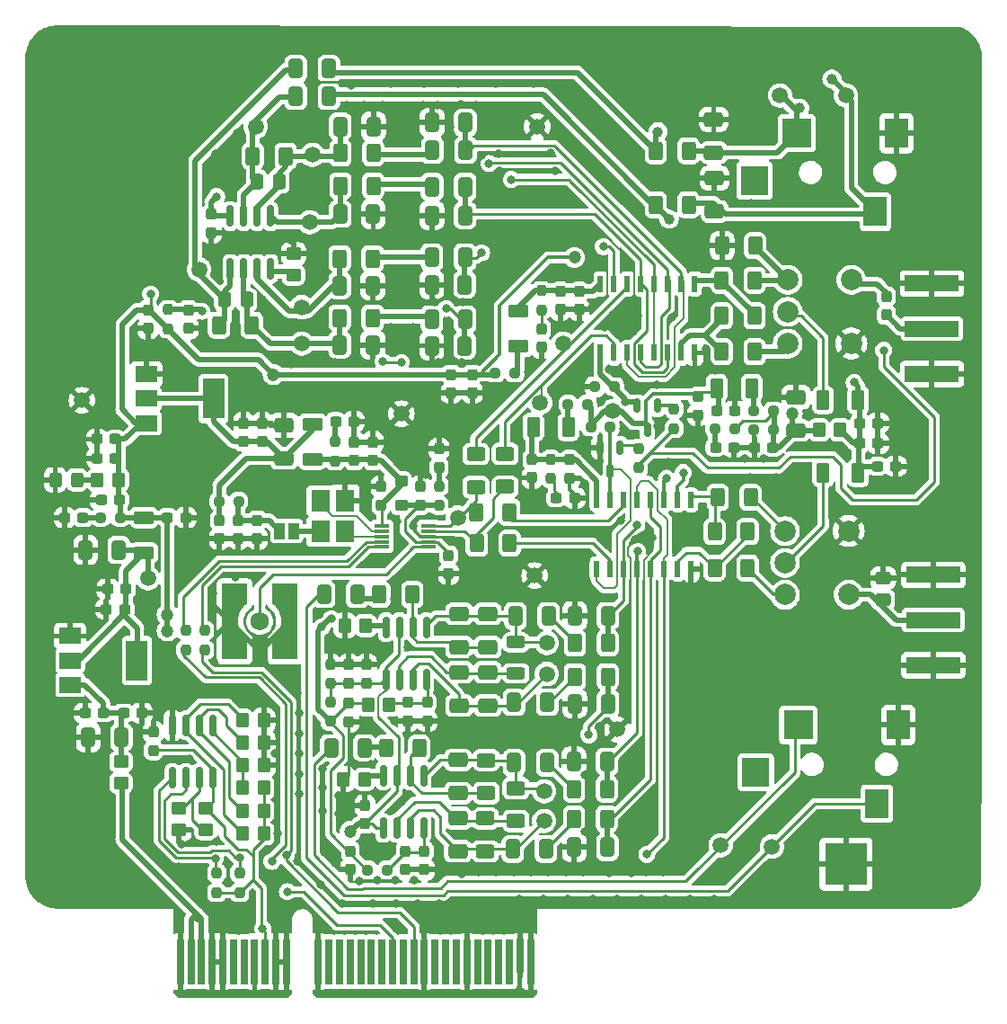
<source format=gbr>
%TF.GenerationSoftware,KiCad,Pcbnew,7.0.8*%
%TF.CreationDate,2023-11-11T12:02:15+01:00*%
%TF.ProjectId,Rhapsody_IQ,52686170-736f-4647-995f-49512e6b6963,rev?*%
%TF.SameCoordinates,Original*%
%TF.FileFunction,Copper,L1,Top*%
%TF.FilePolarity,Positive*%
%FSLAX46Y46*%
G04 Gerber Fmt 4.6, Leading zero omitted, Abs format (unit mm)*
G04 Created by KiCad (PCBNEW 7.0.8) date 2023-11-11 12:02:15*
%MOMM*%
%LPD*%
G01*
G04 APERTURE LIST*
G04 Aperture macros list*
%AMRoundRect*
0 Rectangle with rounded corners*
0 $1 Rounding radius*
0 $2 $3 $4 $5 $6 $7 $8 $9 X,Y pos of 4 corners*
0 Add a 4 corners polygon primitive as box body*
4,1,4,$2,$3,$4,$5,$6,$7,$8,$9,$2,$3,0*
0 Add four circle primitives for the rounded corners*
1,1,$1+$1,$2,$3*
1,1,$1+$1,$4,$5*
1,1,$1+$1,$6,$7*
1,1,$1+$1,$8,$9*
0 Add four rect primitives between the rounded corners*
20,1,$1+$1,$2,$3,$4,$5,0*
20,1,$1+$1,$4,$5,$6,$7,0*
20,1,$1+$1,$6,$7,$8,$9,0*
20,1,$1+$1,$8,$9,$2,$3,0*%
%AMFreePoly0*
4,1,40,0.755354,3.560354,0.755500,3.560000,0.755500,-3.560000,0.755354,-3.560354,0.755000,-3.560500,-1.595000,-3.560500,-1.595354,-3.560354,-1.595500,-3.560000,-1.595500,-1.652300,-1.595486,-1.652267,-1.595496,-1.652231,-1.595414,-1.652091,-1.595354,-1.651946,-1.595320,-1.651932,-1.595302,-1.651901,-1.477258,-1.562567,-1.265736,-1.355467,-1.086297,-1.120034,-0.942685,-0.861180,-0.837904,-0.584317,
-0.774149,-0.295250,-0.752747,0.000000,-0.774149,0.295250,-0.837904,0.584317,-0.942685,0.861180,-1.086297,1.120034,-1.265736,1.355467,-1.477258,1.562567,-1.595302,1.651901,-1.595320,1.651932,-1.595354,1.651946,-1.595414,1.652091,-1.595496,1.652231,-1.595486,1.652267,-1.595500,1.652300,-1.595500,3.560000,-1.595354,3.560354,-1.595000,3.560500,0.755000,3.560500,0.755354,3.560354,
0.755354,3.560354,$1*%
G04 Aperture macros list end*
%TA.AperFunction,SMDPad,CuDef*%
%ADD10RoundRect,0.137500X0.137500X-0.662500X0.137500X0.662500X-0.137500X0.662500X-0.137500X-0.662500X0*%
%TD*%
%TA.AperFunction,SMDPad,CuDef*%
%ADD11RoundRect,0.250000X-0.412500X-0.650000X0.412500X-0.650000X0.412500X0.650000X-0.412500X0.650000X0*%
%TD*%
%TA.AperFunction,SMDPad,CuDef*%
%ADD12RoundRect,0.237500X-0.237500X0.300000X-0.237500X-0.300000X0.237500X-0.300000X0.237500X0.300000X0*%
%TD*%
%TA.AperFunction,SMDPad,CuDef*%
%ADD13C,1.500000*%
%TD*%
%TA.AperFunction,SMDPad,CuDef*%
%ADD14RoundRect,0.250000X0.625000X-0.400000X0.625000X0.400000X-0.625000X0.400000X-0.625000X-0.400000X0*%
%TD*%
%TA.AperFunction,SMDPad,CuDef*%
%ADD15RoundRect,0.250000X0.412500X0.650000X-0.412500X0.650000X-0.412500X-0.650000X0.412500X-0.650000X0*%
%TD*%
%TA.AperFunction,SMDPad,CuDef*%
%ADD16RoundRect,0.250000X0.650000X-0.412500X0.650000X0.412500X-0.650000X0.412500X-0.650000X-0.412500X0*%
%TD*%
%TA.AperFunction,SMDPad,CuDef*%
%ADD17RoundRect,0.237500X-0.237500X0.250000X-0.237500X-0.250000X0.237500X-0.250000X0.237500X0.250000X0*%
%TD*%
%TA.AperFunction,SMDPad,CuDef*%
%ADD18RoundRect,0.237500X0.300000X0.237500X-0.300000X0.237500X-0.300000X-0.237500X0.300000X-0.237500X0*%
%TD*%
%TA.AperFunction,SMDPad,CuDef*%
%ADD19RoundRect,0.237500X0.237500X-0.250000X0.237500X0.250000X-0.237500X0.250000X-0.237500X-0.250000X0*%
%TD*%
%TA.AperFunction,SMDPad,CuDef*%
%ADD20RoundRect,0.237500X-0.300000X-0.237500X0.300000X-0.237500X0.300000X0.237500X-0.300000X0.237500X0*%
%TD*%
%TA.AperFunction,SMDPad,CuDef*%
%ADD21RoundRect,0.150000X-0.150000X0.825000X-0.150000X-0.825000X0.150000X-0.825000X0.150000X0.825000X0*%
%TD*%
%TA.AperFunction,SMDPad,CuDef*%
%ADD22RoundRect,0.250000X-0.400000X-0.625000X0.400000X-0.625000X0.400000X0.625000X-0.400000X0.625000X0*%
%TD*%
%TA.AperFunction,SMDPad,CuDef*%
%ADD23R,1.400000X0.300000*%
%TD*%
%TA.AperFunction,SMDPad,CuDef*%
%ADD24RoundRect,0.250000X-0.325000X-0.450000X0.325000X-0.450000X0.325000X0.450000X-0.325000X0.450000X0*%
%TD*%
%TA.AperFunction,SMDPad,CuDef*%
%ADD25RoundRect,0.250000X-0.450000X0.350000X-0.450000X-0.350000X0.450000X-0.350000X0.450000X0.350000X0*%
%TD*%
%TA.AperFunction,SMDPad,CuDef*%
%ADD26RoundRect,0.237500X-0.250000X-0.237500X0.250000X-0.237500X0.250000X0.237500X-0.250000X0.237500X0*%
%TD*%
%TA.AperFunction,SMDPad,CuDef*%
%ADD27RoundRect,0.250000X0.362500X0.700000X-0.362500X0.700000X-0.362500X-0.700000X0.362500X-0.700000X0*%
%TD*%
%TA.AperFunction,SMDPad,CuDef*%
%ADD28R,5.080000X1.500000*%
%TD*%
%TA.AperFunction,SMDPad,CuDef*%
%ADD29RoundRect,0.250000X0.475000X-0.337500X0.475000X0.337500X-0.475000X0.337500X-0.475000X-0.337500X0*%
%TD*%
%TA.AperFunction,SMDPad,CuDef*%
%ADD30R,1.800000X2.100000*%
%TD*%
%TA.AperFunction,SMDPad,CuDef*%
%ADD31R,1.000000X1.500000*%
%TD*%
%TA.AperFunction,SMDPad,CuDef*%
%ADD32RoundRect,0.250000X0.400000X0.625000X-0.400000X0.625000X-0.400000X-0.625000X0.400000X-0.625000X0*%
%TD*%
%TA.AperFunction,SMDPad,CuDef*%
%ADD33RoundRect,0.250000X0.350000X0.450000X-0.350000X0.450000X-0.350000X-0.450000X0.350000X-0.450000X0*%
%TD*%
%TA.AperFunction,SMDPad,CuDef*%
%ADD34RoundRect,0.237500X0.250000X0.237500X-0.250000X0.237500X-0.250000X-0.237500X0.250000X-0.237500X0*%
%TD*%
%TA.AperFunction,SMDPad,CuDef*%
%ADD35R,2.000000X1.500000*%
%TD*%
%TA.AperFunction,SMDPad,CuDef*%
%ADD36R,2.000000X3.800000*%
%TD*%
%TA.AperFunction,SMDPad,CuDef*%
%ADD37RoundRect,0.250000X-0.625000X0.400000X-0.625000X-0.400000X0.625000X-0.400000X0.625000X0.400000X0*%
%TD*%
%TA.AperFunction,SMDPad,CuDef*%
%ADD38RoundRect,0.250000X-0.350000X-0.450000X0.350000X-0.450000X0.350000X0.450000X-0.350000X0.450000X0*%
%TD*%
%TA.AperFunction,SMDPad,CuDef*%
%ADD39RoundRect,0.250000X-0.625000X0.312500X-0.625000X-0.312500X0.625000X-0.312500X0.625000X0.312500X0*%
%TD*%
%TA.AperFunction,ComponentPad*%
%ADD40C,2.000000*%
%TD*%
%TA.AperFunction,SMDPad,CuDef*%
%ADD41RoundRect,0.250000X-0.700000X0.362500X-0.700000X-0.362500X0.700000X-0.362500X0.700000X0.362500X0*%
%TD*%
%TA.AperFunction,SMDPad,CuDef*%
%ADD42RoundRect,0.237500X0.237500X-0.300000X0.237500X0.300000X-0.237500X0.300000X-0.237500X-0.300000X0*%
%TD*%
%TA.AperFunction,SMDPad,CuDef*%
%ADD43RoundRect,0.250000X0.700000X-0.362500X0.700000X0.362500X-0.700000X0.362500X-0.700000X-0.362500X0*%
%TD*%
%TA.AperFunction,ConnectorPad*%
%ADD44R,0.700000X4.300000*%
%TD*%
%TA.AperFunction,ConnectorPad*%
%ADD45R,0.700000X3.200000*%
%TD*%
%TA.AperFunction,SMDPad,CuDef*%
%ADD46R,4.000000X4.000000*%
%TD*%
%TA.AperFunction,SMDPad,CuDef*%
%ADD47RoundRect,0.250000X0.450000X-0.350000X0.450000X0.350000X-0.450000X0.350000X-0.450000X-0.350000X0*%
%TD*%
%TA.AperFunction,SMDPad,CuDef*%
%ADD48C,1.730000*%
%TD*%
%TA.AperFunction,SMDPad,CuDef*%
%ADD49FreePoly0,0.000000*%
%TD*%
%TA.AperFunction,SMDPad,CuDef*%
%ADD50FreePoly0,180.000000*%
%TD*%
%TA.AperFunction,SMDPad,CuDef*%
%ADD51RoundRect,0.250000X-0.350000X0.275000X-0.350000X-0.275000X0.350000X-0.275000X0.350000X0.275000X0*%
%TD*%
%TA.AperFunction,SMDPad,CuDef*%
%ADD52RoundRect,0.250000X-0.650000X0.412500X-0.650000X-0.412500X0.650000X-0.412500X0.650000X0.412500X0*%
%TD*%
%TA.AperFunction,SMDPad,CuDef*%
%ADD53R,2.200000X2.800000*%
%TD*%
%TA.AperFunction,SMDPad,CuDef*%
%ADD54R,2.800000X2.800000*%
%TD*%
%TA.AperFunction,SMDPad,CuDef*%
%ADD55R,2.600000X2.800000*%
%TD*%
%TA.AperFunction,SMDPad,CuDef*%
%ADD56RoundRect,0.250000X0.337500X0.475000X-0.337500X0.475000X-0.337500X-0.475000X0.337500X-0.475000X0*%
%TD*%
%TA.AperFunction,SMDPad,CuDef*%
%ADD57RoundRect,0.150000X-0.150000X0.512500X-0.150000X-0.512500X0.150000X-0.512500X0.150000X0.512500X0*%
%TD*%
%TA.AperFunction,SMDPad,CuDef*%
%ADD58RoundRect,0.150000X0.150000X-0.825000X0.150000X0.825000X-0.150000X0.825000X-0.150000X-0.825000X0*%
%TD*%
%TA.AperFunction,ViaPad*%
%ADD59C,0.800000*%
%TD*%
%TA.AperFunction,ViaPad*%
%ADD60C,4.500000*%
%TD*%
%TA.AperFunction,ViaPad*%
%ADD61C,1.200000*%
%TD*%
%TA.AperFunction,ViaPad*%
%ADD62C,1.500000*%
%TD*%
%TA.AperFunction,ViaPad*%
%ADD63C,1.000000*%
%TD*%
%TA.AperFunction,Conductor*%
%ADD64C,0.508000*%
%TD*%
%TA.AperFunction,Conductor*%
%ADD65C,0.254000*%
%TD*%
%TA.AperFunction,Conductor*%
%ADD66C,0.203200*%
%TD*%
%TA.AperFunction,Conductor*%
%ADD67C,0.300000*%
%TD*%
%TA.AperFunction,Conductor*%
%ADD68C,0.250000*%
%TD*%
G04 APERTURE END LIST*
D10*
%TO.P,U305,1,1~{OE}*%
%TO.N,Net-(Q301-C)*%
X156855000Y-79775000D03*
%TO.P,U305,2,S1*%
%TO.N,/RX_QSD/LO2*%
X158125000Y-79775000D03*
%TO.P,U305,3,1B4*%
%TO.N,/TX_QSE/enc_ 0\u00B0*%
X159395000Y-79775000D03*
%TO.P,U305,4,1B3*%
%TO.N,/TX_QSE/enc_90\u00B0*%
X160665000Y-79775000D03*
%TO.P,U305,5,1B2*%
%TO.N,/TX_QSE/enc_270\u00B0*%
X161935000Y-79775000D03*
%TO.P,U305,6,1B1*%
%TO.N,/TX_QSE/enc_180\u00B0*%
X163205000Y-79775000D03*
%TO.P,U305,7,1A*%
%TO.N,Net-(U305-1A)*%
X164475000Y-79775000D03*
%TO.P,U305,8,GND*%
%TO.N,GND*%
X165745000Y-79775000D03*
%TO.P,U305,9,2A*%
%TO.N,Net-(U305-2A)*%
X165745000Y-73275000D03*
%TO.P,U305,10,2B1*%
%TO.N,/TX_QSE/enc_ 0\u00B0*%
X164475000Y-73275000D03*
%TO.P,U305,11,2B2*%
%TO.N,/TX_QSE/enc_90\u00B0*%
X163205000Y-73275000D03*
%TO.P,U305,12,2B3*%
%TO.N,/TX_QSE/enc_270\u00B0*%
X161935000Y-73275000D03*
%TO.P,U305,13,2B4*%
%TO.N,/TX_QSE/enc_180\u00B0*%
X160665000Y-73275000D03*
%TO.P,U305,14,S0*%
%TO.N,/RX_QSD/LO1*%
X159395000Y-73275000D03*
%TO.P,U305,15,2~{OE}*%
%TO.N,Net-(Q301-C)*%
X158125000Y-73275000D03*
%TO.P,U305,16,VCC*%
%TO.N,Net-(U305-VCC)*%
X156855000Y-73275000D03*
%TD*%
%TO.P,U203,1,1~{OE}*%
%TO.N,Net-(Q201-E)*%
X157205000Y-59425000D03*
%TO.P,U203,2,S1*%
%TO.N,/RX_QSD/LO2*%
X158475000Y-59425000D03*
%TO.P,U203,3,1B4*%
%TO.N,/RX_QSD/0\u00B0*%
X159745000Y-59425000D03*
%TO.P,U203,4,1B3*%
%TO.N,/RX_QSD/90\u00B0*%
X161015000Y-59425000D03*
%TO.P,U203,5,1B2*%
%TO.N,/RX_QSD/270\u00B0*%
X162285000Y-59425000D03*
%TO.P,U203,6,1B1*%
%TO.N,/RX_QSD/180\u00B0*%
X163555000Y-59425000D03*
%TO.P,U203,7,1A*%
%TO.N,Net-(U203-1A)*%
X164825000Y-59425000D03*
%TO.P,U203,8,GND*%
%TO.N,GND*%
X166095000Y-59425000D03*
%TO.P,U203,9,2A*%
%TO.N,Net-(U203-2A)*%
X166095000Y-52925000D03*
%TO.P,U203,10,2B1*%
%TO.N,/RX_QSD/0\u00B0*%
X164825000Y-52925000D03*
%TO.P,U203,11,2B2*%
%TO.N,/RX_QSD/90\u00B0*%
X163555000Y-52925000D03*
%TO.P,U203,12,2B3*%
%TO.N,/RX_QSD/270\u00B0*%
X162285000Y-52925000D03*
%TO.P,U203,13,2B4*%
%TO.N,/RX_QSD/180\u00B0*%
X161015000Y-52925000D03*
%TO.P,U203,14,S0*%
%TO.N,/RX_QSD/LO1*%
X159745000Y-52925000D03*
%TO.P,U203,15,2~{OE}*%
%TO.N,Net-(Q201-E)*%
X158475000Y-52925000D03*
%TO.P,U203,16,VCC*%
%TO.N,Net-(U203-VCC)*%
X157205000Y-52925000D03*
%TD*%
D11*
%TO.P,C215,1*%
%TO.N,Net-(U201B-+)*%
X132657000Y-46355000D03*
%TO.P,C215,2*%
%TO.N,GND*%
X135782000Y-46355000D03*
%TD*%
D12*
%TO.P,C210,1*%
%TO.N,+5V*%
X145131000Y-61468000D03*
%TO.P,C210,2*%
%TO.N,GND*%
X145131000Y-63193000D03*
%TD*%
D13*
%TO.P,TP105,1,1*%
%TO.N,/RX_QSD/Q_RX*%
X174117000Y-35179000D03*
%TD*%
D12*
%TO.P,C201,1*%
%TO.N,+5V*%
X114554000Y-55398500D03*
%TO.P,C201,2*%
%TO.N,GND*%
X114554000Y-57123500D03*
%TD*%
D13*
%TO.P,TP205,1,1*%
%TO.N,Net-(C222-Pad1)*%
X119380000Y-51562000D03*
%TD*%
D14*
%TO.P,R327,1*%
%TO.N,Net-(U302A--)*%
X146431000Y-100891000D03*
%TO.P,R327,2*%
%TO.N,Net-(C330-Pad1)*%
X146431000Y-97791000D03*
%TD*%
D15*
%TO.P,C214,1*%
%TO.N,/RX_QSD/0\u00B0*%
X144462900Y-37744400D03*
%TO.P,C214,2*%
%TO.N,GND*%
X141337900Y-37744400D03*
%TD*%
%TO.P,C326,1*%
%TO.N,/TX_QSE/enc_ 0\u00B0*%
X157899500Y-84201000D03*
%TO.P,C326,2*%
%TO.N,GND*%
X154774500Y-84201000D03*
%TD*%
D16*
%TO.P,C336,1*%
%TO.N,Net-(U302A--)*%
X143764000Y-100903500D03*
%TO.P,C336,2*%
%TO.N,Net-(C330-Pad1)*%
X143764000Y-97778500D03*
%TD*%
D12*
%TO.P,C209,1*%
%TO.N,Net-(U203-VCC)*%
X155194000Y-53632000D03*
%TO.P,C209,2*%
%TO.N,GND*%
X155194000Y-55357000D03*
%TD*%
D17*
%TO.P,R206,1*%
%TO.N,Net-(U203-VCC)*%
X151638000Y-53558500D03*
%TO.P,R206,2*%
%TO.N,Net-(C217-Pad1)*%
X151638000Y-55383500D03*
%TD*%
D18*
%TO.P,C102,1*%
%TO.N,Net-(U101-VI)*%
X110336500Y-93345000D03*
%TO.P,C102,2*%
%TO.N,GND*%
X108611500Y-93345000D03*
%TD*%
D12*
%TO.P,C306,1*%
%TO.N,Net-(U301C-V+)*%
X140871500Y-92355500D03*
%TO.P,C306,2*%
%TO.N,GND*%
X140871500Y-94080500D03*
%TD*%
D16*
%TO.P,C329,1*%
%TO.N,Net-(U301A--)*%
X143891000Y-87122000D03*
%TO.P,C329,2*%
%TO.N,Net-(C322-Pad1)*%
X143891000Y-83997000D03*
%TD*%
D19*
%TO.P,R222,1*%
%TO.N,/PCIE_Connector/GPIO_14*%
X164134800Y-66546100D03*
%TO.P,R222,2*%
%TO.N,Net-(Q201-B)*%
X164134800Y-64721100D03*
%TD*%
D12*
%TO.P,C208,1*%
%TO.N,Net-(U203-VCC)*%
X153416000Y-53632000D03*
%TO.P,C208,2*%
%TO.N,GND*%
X153416000Y-55357000D03*
%TD*%
D19*
%TO.P,R411,1*%
%TO.N,+3V3*%
X123190000Y-110259500D03*
%TO.P,R411,2*%
%TO.N,I2C_SCL*%
X123190000Y-108434500D03*
%TD*%
D17*
%TO.P,R308,1*%
%TO.N,GND*%
X131727500Y-88747000D03*
%TO.P,R308,2*%
%TO.N,+2V5*%
X131727500Y-90572000D03*
%TD*%
D20*
%TO.P,C120,1*%
%TO.N,VDC*%
X183314000Y-70104000D03*
%TO.P,C120,2*%
%TO.N,GND*%
X185039000Y-70104000D03*
%TD*%
D21*
%TO.P,U501,1,A0*%
%TO.N,Net-(U501-A0)*%
X120650000Y-94491000D03*
%TO.P,U501,2,A1*%
%TO.N,Net-(U501-A1)*%
X119380000Y-94491000D03*
%TO.P,U501,3,A2*%
%TO.N,Net-(U501-A2)*%
X118110000Y-94491000D03*
%TO.P,U501,4,GND*%
%TO.N,GND*%
X116840000Y-94491000D03*
%TO.P,U501,5,SDA*%
%TO.N,I2C_SDA*%
X116840000Y-99441000D03*
%TO.P,U501,6,SCL*%
%TO.N,I2C_SCL*%
X118110000Y-99441000D03*
%TO.P,U501,7,WP*%
%TO.N,Net-(U501-WP)*%
X119380000Y-99441000D03*
%TO.P,U501,8,VCC*%
%TO.N,+3V3*%
X120650000Y-99441000D03*
%TD*%
D22*
%TO.P,R320,1*%
%TO.N,Net-(C330-Pad2)*%
X154707500Y-100500000D03*
%TO.P,R320,2*%
%TO.N,/TX_QSE/enc_90\u00B0*%
X157807500Y-100500000D03*
%TD*%
D23*
%TO.P,U403,1,VDD*%
%TO.N,/VFO_PLL_JohnsonCounter/SI5351_3V3*%
X136611000Y-75708000D03*
%TO.P,U403,2,XA*%
%TO.N,/VFO_PLL_JohnsonCounter/Xa*%
X136611000Y-76208000D03*
%TO.P,U403,3,XB*%
%TO.N,/VFO_PLL_JohnsonCounter/Xb*%
X136611000Y-76708000D03*
%TO.P,U403,4,SCL*%
%TO.N,Net-(U403-SCL)*%
X136611000Y-77208000D03*
%TO.P,U403,5,SDA*%
%TO.N,Net-(U403-SDA)*%
X136611000Y-77708000D03*
%TO.P,U403,6,CLK2*%
%TO.N,/VFO_PLL_JohnsonCounter/CLK2*%
X141011000Y-77708000D03*
%TO.P,U403,7,VDDO*%
%TO.N,/VFO_PLL_JohnsonCounter/SI5351_3V3OUT*%
X141011000Y-77208000D03*
%TO.P,U403,8,GND*%
%TO.N,GND*%
X141011000Y-76708000D03*
%TO.P,U403,9,CLK1*%
%TO.N,/VFO_PLL_JohnsonCounter/CLK1*%
X141011000Y-76208000D03*
%TO.P,U403,10,CLK0*%
%TO.N,/VFO_PLL_JohnsonCounter/CLK0*%
X141011000Y-75708000D03*
%TD*%
D16*
%TO.P,C212,1*%
%TO.N,/RX_QSD/I_RX*%
X167944800Y-46101800D03*
%TO.P,C212,2*%
%TO.N,GND*%
X167944800Y-42976800D03*
%TD*%
D15*
%TO.P,C104,1*%
%TO.N,/5V_reg*%
X111798500Y-77989500D03*
%TO.P,C104,2*%
%TO.N,GND*%
X108673500Y-77989500D03*
%TD*%
D24*
%TO.P,D101,1,K*%
%TO.N,GND*%
X105813000Y-71379000D03*
%TO.P,D101,2,A*%
%TO.N,Net-(D101-A)*%
X107863000Y-71379000D03*
%TD*%
D25*
%TO.P,R501,1*%
%TO.N,+3V3*%
X120015000Y-102316000D03*
%TO.P,R501,2*%
%TO.N,Net-(U501-WP)*%
X120015000Y-104316000D03*
%TD*%
D26*
%TO.P,R321,1*%
%TO.N,+5V*%
X156285000Y-66421000D03*
%TO.P,R321,2*%
%TO.N,Net-(Q301-C)*%
X158110000Y-66421000D03*
%TD*%
D13*
%TO.P,TP108,1,1*%
%TO.N,GND*%
X138430000Y-65151000D03*
%TD*%
D22*
%TO.P,R316,1*%
%TO.N,Net-(C327-Pad2)*%
X136372000Y-82169000D03*
%TO.P,R316,2*%
%TO.N,Net-(U301A--)*%
X139472000Y-82169000D03*
%TD*%
D11*
%TO.P,C206,1*%
%TO.N,Net-(C206-Pad1)*%
X128485500Y-35255200D03*
%TO.P,C206,2*%
%TO.N,/RX_QSD/I_OUT*%
X131610500Y-35255200D03*
%TD*%
D27*
%TO.P,L302,1*%
%TO.N,VDC*%
X181494500Y-70739000D03*
%TO.P,L302,2*%
%TO.N,Net-(T301-SC)*%
X178169500Y-70739000D03*
%TD*%
D22*
%TO.P,R204,1*%
%TO.N,/RX_QSD/I_OUT*%
X162410000Y-45478000D03*
%TO.P,R204,2*%
%TO.N,/RX_QSD/I_RX*%
X165510000Y-45478000D03*
%TD*%
D28*
%TO.P,J102,1,In*%
%TO.N,/TX_QSE/RF_OUT*%
X188566500Y-84582000D03*
%TO.P,J102,2,Ext*%
%TO.N,GND*%
X188566500Y-80332000D03*
X188566500Y-88832000D03*
%TD*%
D29*
%TO.P,C324,1*%
%TO.N,/TX_QSE/RF_OUT*%
X183845200Y-82673100D03*
%TO.P,C324,2*%
%TO.N,GND*%
X183845200Y-80598100D03*
%TD*%
D14*
%TO.P,R413,1*%
%TO.N,/VFO_PLL_JohnsonCounter/CLK0*%
X145448000Y-72056000D03*
%TO.P,R413,2*%
%TO.N,/RX_QSD/LO1*%
X145448000Y-68956000D03*
%TD*%
D28*
%TO.P,J104,1,In*%
%TO.N,Net-(J104-In)*%
X188439500Y-57150000D03*
%TO.P,J104,2,Ext*%
%TO.N,GND*%
X188439500Y-52900000D03*
X188439500Y-61400000D03*
%TD*%
D11*
%TO.P,C323,1*%
%TO.N,Net-(C323-Pad1)*%
X149059500Y-92329000D03*
%TO.P,C323,2*%
%TO.N,Net-(C323-Pad2)*%
X152184500Y-92329000D03*
%TD*%
D15*
%TO.P,C204,1*%
%TO.N,/RX_QSD/180\u00B0*%
X144456500Y-43789600D03*
%TO.P,C204,2*%
%TO.N,Net-(C204-Pad2)*%
X141331500Y-43789600D03*
%TD*%
D22*
%TO.P,R324,1*%
%TO.N,Net-(C334-Pad2)*%
X137007000Y-96647000D03*
%TO.P,R324,2*%
%TO.N,Net-(U302A--)*%
X140107000Y-96647000D03*
%TD*%
%TO.P,R322,1*%
%TO.N,Net-(C331-Pad2)*%
X154707500Y-103300000D03*
%TO.P,R322,2*%
%TO.N,/TX_QSE/enc_270\u00B0*%
X157807500Y-103300000D03*
%TD*%
D30*
%TO.P,U404,1,Xb*%
%TO.N,/VFO_PLL_JohnsonCounter/Xb*%
X133103000Y-76253000D03*
%TO.P,U404,2,GND*%
%TO.N,GND*%
X133103000Y-73353000D03*
%TO.P,U404,3,Xa*%
%TO.N,/VFO_PLL_JohnsonCounter/Xa*%
X130803000Y-73353000D03*
%TO.P,U404,4,VCC*%
%TO.N,Net-(JP401-B)*%
X130803000Y-76253000D03*
%TD*%
D27*
%TO.P,L301,1*%
%TO.N,Net-(L301-Pad1)*%
X154189500Y-66421000D03*
%TO.P,L301,2*%
%TO.N,Net-(U305-VCC)*%
X150864500Y-66421000D03*
%TD*%
D11*
%TO.P,C222,1*%
%TO.N,Net-(C222-Pad1)*%
X128485500Y-32664400D03*
%TO.P,C222,2*%
%TO.N,/RX_QSD/Q_OUT*%
X131610500Y-32664400D03*
%TD*%
D18*
%TO.P,C408,1*%
%TO.N,+5V*%
X111481000Y-67550000D03*
%TO.P,C408,2*%
%TO.N,GND*%
X109756000Y-67550000D03*
%TD*%
D12*
%TO.P,C305,1*%
%TO.N,Net-(U301C-V+)*%
X139065000Y-92355500D03*
%TO.P,C305,2*%
%TO.N,GND*%
X139065000Y-94080500D03*
%TD*%
D11*
%TO.P,C322,1*%
%TO.N,Net-(C322-Pad1)*%
X149186500Y-84201000D03*
%TO.P,C322,2*%
%TO.N,Net-(C322-Pad2)*%
X152311500Y-84201000D03*
%TD*%
D31*
%TO.P,JP401,1,A*%
%TO.N,/VFO_PLL_JohnsonCounter/TCXO_3V3*%
X126970000Y-76200000D03*
%TO.P,JP401,2,B*%
%TO.N,Net-(JP401-B)*%
X128270000Y-76200000D03*
%TD*%
D32*
%TO.P,R216,1*%
%TO.N,Net-(T201-SA)*%
X171780800Y-49326800D03*
%TO.P,R216,2*%
%TO.N,GND*%
X168680800Y-49326800D03*
%TD*%
D12*
%TO.P,C301,1*%
%TO.N,+5V*%
X133632500Y-106376300D03*
%TO.P,C301,2*%
%TO.N,GND*%
X133632500Y-108101300D03*
%TD*%
D22*
%TO.P,R312,1*%
%TO.N,Net-(U305-1A)*%
X167966500Y-79697000D03*
%TO.P,R312,2*%
%TO.N,Net-(T301-SB)*%
X171066500Y-79697000D03*
%TD*%
D33*
%TO.P,R103,1*%
%TO.N,+5V*%
X111791000Y-71379000D03*
%TO.P,R103,2*%
%TO.N,Net-(D101-A)*%
X109791000Y-71379000D03*
%TD*%
D20*
%TO.P,C415,1*%
%TO.N,Net-(C415-Pad1)*%
X132233500Y-65886500D03*
%TO.P,C415,2*%
%TO.N,GND*%
X133958500Y-65886500D03*
%TD*%
D34*
%TO.P,R108,1*%
%TO.N,/tayloe_div*%
X169822500Y-66548000D03*
%TO.P,R108,2*%
%TO.N,Net-(C122-Pad1)*%
X167997500Y-66548000D03*
%TD*%
D35*
%TO.P,U402,1,GND*%
%TO.N,GND*%
X114427000Y-61440000D03*
%TO.P,U402,2,VO*%
%TO.N,/VFO_PLL_JohnsonCounter/VFO_3V3*%
X114427000Y-63740000D03*
D36*
X120727000Y-63740000D03*
D35*
%TO.P,U402,3,VI*%
%TO.N,+5V*%
X114427000Y-66040000D03*
%TD*%
D33*
%TO.P,JP302,1,A*%
%TO.N,Net-(JP302-A)*%
X135096000Y-85090000D03*
%TO.P,JP302,2,B*%
%TO.N,GND*%
X133096000Y-85090000D03*
%TD*%
D12*
%TO.P,C318,1*%
%TO.N,+5V*%
X166370000Y-63551900D03*
%TO.P,C318,2*%
%TO.N,GND*%
X166370000Y-65276900D03*
%TD*%
D21*
%TO.P,U301,1*%
%TO.N,Net-(C322-Pad1)*%
X140792200Y-85256600D03*
%TO.P,U301,2,-*%
%TO.N,Net-(U301A--)*%
X139522200Y-85256600D03*
%TO.P,U301,3,+*%
%TO.N,+2V5*%
X138252200Y-85256600D03*
%TO.P,U301,4,V-*%
%TO.N,Net-(JP302-A)*%
X136982200Y-85256600D03*
%TO.P,U301,5,+*%
%TO.N,+2V5*%
X136982200Y-90206600D03*
%TO.P,U301,6,-*%
%TO.N,Net-(U301B--)*%
X138252200Y-90206600D03*
%TO.P,U301,7*%
%TO.N,Net-(C323-Pad1)*%
X139522200Y-90206600D03*
%TO.P,U301,8,V+*%
%TO.N,Net-(U301C-V+)*%
X140792200Y-90206600D03*
%TD*%
D12*
%TO.P,C317,1*%
%TO.N,Net-(U305-VCC)*%
X150749000Y-69469000D03*
%TO.P,C317,2*%
%TO.N,GND*%
X150749000Y-71194000D03*
%TD*%
D32*
%TO.P,R205,1*%
%TO.N,Net-(C207-Pad2)*%
X135794900Y-40589200D03*
%TO.P,R205,2*%
%TO.N,Net-(U201B--)*%
X132694900Y-40589200D03*
%TD*%
D22*
%TO.P,R408,1*%
%TO.N,/VFO_PLL_JohnsonCounter/CLK0*%
X145516000Y-74422000D03*
%TO.P,R408,2*%
%TO.N,/RX_QSD/LO1*%
X148616000Y-74422000D03*
%TD*%
D16*
%TO.P,C117,1*%
%TO.N,/tayloe_div*%
X175641000Y-66713500D03*
%TO.P,C117,2*%
%TO.N,GND*%
X175641000Y-63588500D03*
%TD*%
D22*
%TO.P,R317,1*%
%TO.N,Net-(U305-2A)*%
X168249000Y-73025000D03*
%TO.P,R317,2*%
%TO.N,Net-(T301-SA)*%
X171349000Y-73025000D03*
%TD*%
D37*
%TO.P,R326,1*%
%TO.N,Net-(U302B--)*%
X146351000Y-103270000D03*
%TO.P,R326,2*%
%TO.N,Net-(C331-Pad1)*%
X146351000Y-106370000D03*
%TD*%
D38*
%TO.P,R506,1*%
%TO.N,Net-(U501-A2)*%
X123460000Y-94045000D03*
%TO.P,R506,2*%
%TO.N,GND*%
X125460000Y-94045000D03*
%TD*%
D34*
%TO.P,R220,1*%
%TO.N,Net-(Q201-E)*%
X158519500Y-62611000D03*
%TO.P,R220,2*%
%TO.N,GND*%
X156694500Y-62611000D03*
%TD*%
D20*
%TO.P,C107,1*%
%TO.N,+5V*%
X116382000Y-74941500D03*
%TO.P,C107,2*%
%TO.N,GND*%
X118107000Y-74941500D03*
%TD*%
D12*
%TO.P,C211,1*%
%TO.N,+5V*%
X143129000Y-61468000D03*
%TO.P,C211,2*%
%TO.N,GND*%
X143129000Y-63193000D03*
%TD*%
D13*
%TO.P,TP109,1,1*%
%TO.N,GND*%
X108331000Y-63881000D03*
%TD*%
%TO.P,TP103,1,1*%
%TO.N,/TX_QSE/Q_TX*%
X173355000Y-105918000D03*
%TD*%
D39*
%TO.P,R315,1*%
%TO.N,Net-(C322-Pad1)*%
X149225000Y-86675500D03*
%TO.P,R315,2*%
%TO.N,Net-(U301B--)*%
X149225000Y-89600500D03*
%TD*%
D40*
%TO.P,T301,1,AB*%
%TO.N,GND*%
X180594000Y-76200000D03*
%TO.P,T301,2,AA*%
%TO.N,/TX_QSE/RF_OUT*%
X180594000Y-82200000D03*
%TO.P,T301,3,SA*%
%TO.N,Net-(T301-SA)*%
X174594000Y-76200000D03*
%TO.P,T301,4,SC*%
%TO.N,Net-(T301-SC)*%
X174594000Y-79200000D03*
%TO.P,T301,5,SB*%
%TO.N,Net-(T301-SB)*%
X174594000Y-82200000D03*
%TD*%
D18*
%TO.P,C109,1*%
%TO.N,Net-(C109-Pad1)*%
X108431500Y-74941500D03*
%TO.P,C109,2*%
%TO.N,GND*%
X106706500Y-74941500D03*
%TD*%
%TO.P,C108,1*%
%TO.N,+5V*%
X111860500Y-73279000D03*
%TO.P,C108,2*%
%TO.N,GND*%
X110135500Y-73279000D03*
%TD*%
D13*
%TO.P,TP302,1,1*%
%TO.N,Net-(C323-Pad1)*%
X152146000Y-89662000D03*
%TD*%
D41*
%TO.P,L401,1*%
%TO.N,/VFO_PLL_JohnsonCounter/VFO_3V3*%
X130048000Y-66129000D03*
%TO.P,L401,2*%
%TO.N,/VFO_PLL_JohnsonCounter/SI5351_3V3*%
X130048000Y-69454000D03*
%TD*%
D16*
%TO.P,C409,1*%
%TO.N,/VFO_PLL_JohnsonCounter/VFO_3V3*%
X127381000Y-69354000D03*
%TO.P,C409,2*%
%TO.N,GND*%
X127381000Y-66229000D03*
%TD*%
D35*
%TO.P,U101,1,GND*%
%TO.N,GND*%
X107213000Y-86092000D03*
%TO.P,U101,2,VO*%
%TO.N,/5V_reg*%
X107213000Y-88392000D03*
D36*
X113513000Y-88392000D03*
D35*
%TO.P,U101,3,VI*%
%TO.N,Net-(U101-VI)*%
X107213000Y-90692000D03*
%TD*%
D13*
%TO.P,TP107,1,1*%
%TO.N,GND*%
X151003000Y-80391000D03*
%TD*%
D11*
%TO.P,C228,1*%
%TO.N,Net-(U201A--)*%
X132618500Y-58674000D03*
%TO.P,C228,2*%
%TO.N,GND*%
X135743500Y-58674000D03*
%TD*%
D42*
%TO.P,C314,1*%
%TO.N,+2V5*%
X135156500Y-90522000D03*
%TO.P,C314,2*%
%TO.N,GND*%
X135156500Y-88797000D03*
%TD*%
D38*
%TO.P,R508,1*%
%TO.N,Net-(U501-A0)*%
X123476000Y-98236000D03*
%TO.P,R508,2*%
%TO.N,GND*%
X125476000Y-98236000D03*
%TD*%
D19*
%TO.P,R406,1*%
%TO.N,/VFO_PLL_JohnsonCounter/SI5351_3V3*%
X132207000Y-69593000D03*
%TO.P,R406,2*%
%TO.N,Net-(C415-Pad1)*%
X132207000Y-67768000D03*
%TD*%
D11*
%TO.P,C334,1*%
%TO.N,/TX_QSE/I_TX*%
X131816000Y-96647000D03*
%TO.P,C334,2*%
%TO.N,Net-(C334-Pad2)*%
X134941000Y-96647000D03*
%TD*%
D33*
%TO.P,R503,1*%
%TO.N,+3V3*%
X125460000Y-102554000D03*
%TO.P,R503,2*%
%TO.N,Net-(U501-A1)*%
X123460000Y-102554000D03*
%TD*%
D26*
%TO.P,R301,1*%
%TO.N,+5V*%
X135260000Y-108127800D03*
%TO.P,R301,2*%
%TO.N,Net-(U302C-V+)*%
X137085000Y-108127800D03*
%TD*%
D43*
%TO.P,L101,1*%
%TO.N,/5V_reg*%
X114173000Y-78255000D03*
%TO.P,L101,2*%
%TO.N,+5V*%
X114173000Y-74930000D03*
%TD*%
D15*
%TO.P,C226,1*%
%TO.N,/RX_QSD/270\u00B0*%
X144418000Y-53000000D03*
%TO.P,C226,2*%
%TO.N,GND*%
X141293000Y-53000000D03*
%TD*%
D12*
%TO.P,C304,1*%
%TO.N,+5V*%
X133477000Y-92420500D03*
%TO.P,C304,2*%
%TO.N,GND*%
X133477000Y-94145500D03*
%TD*%
D11*
%TO.P,C227,1*%
%TO.N,Net-(U201A-+)*%
X132618500Y-53086000D03*
%TO.P,C227,2*%
%TO.N,GND*%
X135743500Y-53086000D03*
%TD*%
D12*
%TO.P,C418,1*%
%TO.N,/VFO_PLL_JohnsonCounter/TCXO_3V3*%
X124841000Y-75210500D03*
%TO.P,C418,2*%
%TO.N,GND*%
X124841000Y-76935500D03*
%TD*%
D37*
%TO.P,R323,1*%
%TO.N,Net-(C330-Pad1)*%
X149225000Y-100419500D03*
%TO.P,R323,2*%
%TO.N,Net-(U302B--)*%
X149225000Y-103519500D03*
%TD*%
D22*
%TO.P,R409,1*%
%TO.N,/VFO_PLL_JohnsonCounter/CLK1*%
X145542000Y-77343000D03*
%TO.P,R409,2*%
%TO.N,/RX_QSD/LO2*%
X148642000Y-77343000D03*
%TD*%
D44*
%TO.P,J501,B1,Pin_64*%
%TO.N,GND*%
X117606000Y-116755000D03*
%TO.P,J501,B2,Pin_63*%
%TO.N,+12V*%
X118606000Y-116755000D03*
%TO.P,J501,B3,Pin_62*%
X119606000Y-116755000D03*
%TO.P,J501,B4,Pin_61*%
%TO.N,GND*%
X120606000Y-116755000D03*
%TO.P,J501,B5,Pin_60*%
X121606000Y-116755000D03*
%TO.P,J501,B6,Pin_59*%
%TO.N,unconnected-(J501-Pin_59-PadB6)*%
X122606000Y-116755000D03*
%TO.P,J501,B7,Pin_58*%
%TO.N,unconnected-(J501-Pin_58-PadB7)*%
X123606000Y-116755000D03*
%TO.P,J501,B8,Pin_57*%
%TO.N,GND*%
X124606000Y-116755000D03*
%TO.P,J501,B9,Pin_56*%
%TO.N,+3V3*%
X125606000Y-116755000D03*
%TO.P,J501,B10,Pin_55*%
%TO.N,GND*%
X126606000Y-116755000D03*
%TO.P,J501,B11,Pin_54*%
X127606000Y-116755000D03*
%TO.P,J501,B12,Pin_53*%
X130606000Y-116755000D03*
%TO.P,J501,B13,Pin_52*%
%TO.N,GPIO_9*%
X131606000Y-116755000D03*
%TO.P,J501,B14,Pin_51*%
%TO.N,GPIO_10*%
X132606000Y-116755000D03*
%TO.P,J501,B15,Pin_50*%
%TO.N,GPIO_11*%
X133606000Y-116755000D03*
%TO.P,J501,B16,Pin_49*%
%TO.N,GPIO_12*%
X134606000Y-116755000D03*
%TO.P,J501,B17,Pin_48*%
%TO.N,GPIO_13*%
X135606000Y-116755000D03*
%TO.P,J501,B18,Pin_47*%
%TO.N,unconnected-(J501-Pin_47-PadB18)*%
X136606000Y-116755000D03*
%TO.P,J501,B19,Pin_46*%
%TO.N,/PCIE_Connector/GPIO_14*%
X137606000Y-116755000D03*
%TO.P,J501,B20,Pin_45*%
%TO.N,One_Wire*%
X138606000Y-116755000D03*
%TO.P,J501,B21,Pin_44*%
%TO.N,I2C_SDA*%
X139606000Y-116755000D03*
%TO.P,J501,B22,Pin_43*%
%TO.N,GND*%
X140606000Y-116755000D03*
%TO.P,J501,B23,Pin_42*%
%TO.N,QuadSPI_CLK*%
X141606000Y-116755000D03*
%TO.P,J501,B24,Pin_40*%
%TO.N,QuadSPI_IO0*%
X142606000Y-116755000D03*
%TO.P,J501,B25*%
%TO.N,N/C*%
X143606000Y-116755000D03*
%TO.P,J501,B26,Pin_39*%
%TO.N,GND*%
X144606000Y-116755000D03*
%TO.P,J501,B27,Pin_38*%
%TO.N,SPI1_CLK*%
X145606000Y-116755000D03*
%TO.P,J501,B28,Pin_37*%
%TO.N,SPI1_CS*%
X146606000Y-116755000D03*
%TO.P,J501,B29,Pin_36*%
%TO.N,RCLK*%
X147606000Y-116755000D03*
%TO.P,J501,B30,Pin_35*%
%TO.N,QH'*%
X148606000Y-116755000D03*
D45*
%TO.P,J501,B31,Pin_31*%
%TO.N,GND*%
X149606000Y-116205000D03*
D44*
%TO.P,J501,B32,Pin_33*%
X150606000Y-116755000D03*
%TD*%
D22*
%TO.P,R311,1*%
%TO.N,Net-(C322-Pad2)*%
X154787000Y-86741000D03*
%TO.P,R311,2*%
%TO.N,/TX_QSE/enc_ 0\u00B0*%
X157887000Y-86741000D03*
%TD*%
D19*
%TO.P,R325,1*%
%TO.N,/PCIE_Connector/GPIO_14*%
X160782000Y-70254500D03*
%TO.P,R325,2*%
%TO.N,Net-(Q301-B)*%
X160782000Y-68429500D03*
%TD*%
D13*
%TO.P,TP204,1,1*%
%TO.N,Net-(U201A-+)*%
X129032000Y-55118000D03*
%TD*%
D15*
%TO.P,C223,1*%
%TO.N,/RX_QSD/90\u00B0*%
X144437500Y-56250000D03*
%TO.P,C223,2*%
%TO.N,Net-(C223-Pad2)*%
X141312500Y-56250000D03*
%TD*%
D42*
%TO.P,C313,1*%
%TO.N,+2V5*%
X133477000Y-90524500D03*
%TO.P,C313,2*%
%TO.N,GND*%
X133477000Y-88799500D03*
%TD*%
%TO.P,C416,1*%
%TO.N,Net-(C416-Pad1)*%
X141986000Y-70204500D03*
%TO.P,C416,2*%
%TO.N,GND*%
X141986000Y-68479500D03*
%TD*%
D22*
%TO.P,R213,1*%
%TO.N,/RX_QSD/Q_OUT*%
X162410000Y-40398000D03*
%TO.P,R213,2*%
%TO.N,/RX_QSD/Q_RX*%
X165510000Y-40398000D03*
%TD*%
D12*
%TO.P,C316,1*%
%TO.N,Net-(U305-VCC)*%
X154305000Y-69495500D03*
%TO.P,C316,2*%
%TO.N,GND*%
X154305000Y-71220500D03*
%TD*%
D27*
%TO.P,L202,1*%
%TO.N,VDC*%
X181494500Y-63881000D03*
%TO.P,L202,2*%
%TO.N,Net-(T201-SC)*%
X178169500Y-63881000D03*
%TD*%
D46*
%TO.P,TP110,1,1*%
%TO.N,GND*%
X180340000Y-107569000D03*
%TD*%
D42*
%TO.P,C406,1*%
%TO.N,/VFO_PLL_JohnsonCounter/SI5351_3V3OUT*%
X140208000Y-73760500D03*
%TO.P,C406,2*%
%TO.N,GND*%
X140208000Y-72035500D03*
%TD*%
D15*
%TO.P,C325,1*%
%TO.N,/TX_QSE/enc_180\u00B0*%
X157899500Y-92456000D03*
%TO.P,C325,2*%
%TO.N,GND*%
X154774500Y-92456000D03*
%TD*%
D33*
%TO.P,R504,1*%
%TO.N,+3V3*%
X125460000Y-100395000D03*
%TO.P,R504,2*%
%TO.N,Net-(U501-A0)*%
X123460000Y-100395000D03*
%TD*%
D47*
%TO.P,R101,1*%
%TO.N,+12V*%
X112014000Y-99933000D03*
%TO.P,R101,2*%
%TO.N,Net-(U101-VI)*%
X112014000Y-97933000D03*
%TD*%
D32*
%TO.P,R219,1*%
%TO.N,Net-(U201A--)*%
X124337500Y-56834000D03*
%TO.P,R219,2*%
%TO.N,Net-(C222-Pad1)*%
X121237500Y-56834000D03*
%TD*%
D13*
%TO.P,TP108,1,1*%
%TO.N,GND*%
X158800000Y-94900000D03*
%TD*%
D48*
%TO.P,J401,1,In*%
%TO.N,/VFO_PLL_JohnsonCounter/CLK2*%
X125095000Y-84709000D03*
D49*
%TO.P,J401,2,Ext*%
%TO.N,GND*%
X127895000Y-84709000D03*
D50*
X122295000Y-84709000D03*
%TD*%
D13*
%TO.P,TP101,1,1*%
%TO.N,/5V_reg*%
X114554000Y-80645000D03*
%TD*%
D42*
%TO.P,C414,1*%
%TO.N,/VFO_PLL_JohnsonCounter/SI5351_3V3*%
X136525000Y-73760500D03*
%TO.P,C414,2*%
%TO.N,GND*%
X136525000Y-72035500D03*
%TD*%
D18*
%TO.P,C118,1*%
%TO.N,/tayloe_div*%
X173455500Y-68326000D03*
%TO.P,C118,2*%
%TO.N,GND*%
X171730500Y-68326000D03*
%TD*%
D25*
%TO.P,R505,1*%
%TO.N,Net-(U501-WP)*%
X117475000Y-102316000D03*
%TO.P,R505,2*%
%TO.N,GND*%
X117475000Y-104316000D03*
%TD*%
D51*
%TO.P,L402,1*%
%TO.N,/VFO_PLL_JohnsonCounter/SI5351_3V3*%
X138430000Y-71494000D03*
%TO.P,L402,2*%
%TO.N,/VFO_PLL_JohnsonCounter/SI5351_3V3OUT*%
X138430000Y-73794000D03*
%TD*%
D22*
%TO.P,R210,1*%
%TO.N,Net-(U203-1A)*%
X168627500Y-59309000D03*
%TO.P,R210,2*%
%TO.N,Net-(T201-SB)*%
X171727500Y-59309000D03*
%TD*%
D11*
%TO.P,C330,1*%
%TO.N,Net-(C330-Pad1)*%
X149059500Y-98032500D03*
%TO.P,C330,2*%
%TO.N,Net-(C330-Pad2)*%
X152184500Y-98032500D03*
%TD*%
D18*
%TO.P,C105,1*%
%TO.N,/5V_reg*%
X112469000Y-81661000D03*
%TO.P,C105,2*%
%TO.N,GND*%
X110744000Y-81661000D03*
%TD*%
D13*
%TO.P,TP304,1,1*%
%TO.N,Net-(C331-Pad1)*%
X151892000Y-103505000D03*
%TD*%
D17*
%TO.P,R304,1*%
%TO.N,+2V5*%
X131727500Y-92303000D03*
%TO.P,R304,2*%
%TO.N,+5V*%
X131727500Y-94128000D03*
%TD*%
D15*
%TO.P,C101,1*%
%TO.N,Net-(U101-VI)*%
X112052500Y-95631000D03*
%TO.P,C101,2*%
%TO.N,GND*%
X108927500Y-95631000D03*
%TD*%
D52*
%TO.P,C335,1*%
%TO.N,Net-(U302B--)*%
X143764000Y-103239500D03*
%TO.P,C335,2*%
%TO.N,Net-(C331-Pad1)*%
X143764000Y-106364500D03*
%TD*%
D20*
%TO.P,C321,1*%
%TO.N,Net-(C321-Pad1)*%
X153035000Y-73107500D03*
%TO.P,C321,2*%
%TO.N,GND*%
X154760000Y-73107500D03*
%TD*%
D33*
%TO.P,JP301,1,A*%
%TO.N,Net-(JP301-A)*%
X134985000Y-99568000D03*
%TO.P,JP301,2,B*%
%TO.N,GND*%
X132985000Y-99568000D03*
%TD*%
D12*
%TO.P,C217,1*%
%TO.N,Net-(C217-Pad1)*%
X151638000Y-57188000D03*
%TO.P,C217,2*%
%TO.N,GND*%
X151638000Y-58913000D03*
%TD*%
D14*
%TO.P,R414,1*%
%TO.N,/VFO_PLL_JohnsonCounter/CLK1*%
X148209000Y-72035000D03*
%TO.P,R414,2*%
%TO.N,/RX_QSD/LO2*%
X148209000Y-68935000D03*
%TD*%
D53*
%TO.P,J103,1*%
%TO.N,GND*%
X185104000Y-38730000D03*
D54*
%TO.P,J103,2*%
%TO.N,/RX_QSD/Q_RX*%
X175704000Y-38730000D03*
D53*
%TO.P,J103,3*%
%TO.N,/RX_QSD/I_RX*%
X183104000Y-46130000D03*
D55*
%TO.P,J103,4*%
%TO.N,N/C*%
X171704000Y-43180000D03*
%TD*%
D15*
%TO.P,C207,1*%
%TO.N,/RX_QSD/0\u00B0*%
X144475400Y-40335200D03*
%TO.P,C207,2*%
%TO.N,Net-(C207-Pad2)*%
X141350400Y-40335200D03*
%TD*%
D52*
%TO.P,R318,1*%
%TO.N,Net-(U301B--)*%
X146558000Y-89496500D03*
%TO.P,R318,2*%
%TO.N,Net-(C323-Pad1)*%
X146558000Y-92621500D03*
%TD*%
D15*
%TO.P,C333,1*%
%TO.N,/TX_QSE/enc_90\u00B0*%
X157820000Y-97900000D03*
%TO.P,C333,2*%
%TO.N,GND*%
X154695000Y-97900000D03*
%TD*%
D20*
%TO.P,C119,1*%
%TO.N,VDC*%
X181636500Y-67945000D03*
%TO.P,C119,2*%
%TO.N,GND*%
X183361500Y-67945000D03*
%TD*%
D42*
%TO.P,C501,1*%
%TO.N,+3V3*%
X115062000Y-96874500D03*
%TO.P,C501,2*%
%TO.N,GND*%
X115062000Y-95149500D03*
%TD*%
%TO.P,C412,1*%
%TO.N,/VFO_PLL_JohnsonCounter/SI5351_3V3*%
X133985000Y-69569500D03*
%TO.P,C412,2*%
%TO.N,GND*%
X133985000Y-67844500D03*
%TD*%
D38*
%TO.P,R507,1*%
%TO.N,Net-(U501-A1)*%
X123460000Y-96139000D03*
%TO.P,R507,2*%
%TO.N,GND*%
X125460000Y-96139000D03*
%TD*%
D17*
%TO.P,R310,1*%
%TO.N,Net-(U305-VCC)*%
X152527000Y-69445500D03*
%TO.P,R310,2*%
%TO.N,Net-(C321-Pad1)*%
X152527000Y-71270500D03*
%TD*%
D32*
%TO.P,R215,1*%
%TO.N,Net-(C223-Pad2)*%
X135731000Y-56134000D03*
%TO.P,R215,2*%
%TO.N,Net-(U201A--)*%
X132631000Y-56134000D03*
%TD*%
D19*
%TO.P,R407,1*%
%TO.N,/VFO_PLL_JohnsonCounter/SI5351_3V3OUT*%
X141986000Y-73787000D03*
%TO.P,R407,2*%
%TO.N,Net-(C416-Pad1)*%
X141986000Y-71962000D03*
%TD*%
D15*
%TO.P,C225,1*%
%TO.N,/RX_QSD/90\u00B0*%
X144418000Y-58750000D03*
%TO.P,C225,2*%
%TO.N,GND*%
X141293000Y-58750000D03*
%TD*%
D22*
%TO.P,R211,1*%
%TO.N,Net-(U203-1A)*%
X168627500Y-55948000D03*
%TO.P,R211,2*%
%TO.N,Net-(U203-2A)*%
X171727500Y-55948000D03*
%TD*%
D16*
%TO.P,R319,1*%
%TO.N,Net-(U301A--)*%
X146558000Y-87122000D03*
%TO.P,R319,2*%
%TO.N,Net-(C322-Pad1)*%
X146558000Y-83997000D03*
%TD*%
D40*
%TO.P,T201,1,AA*%
%TO.N,/RX_QSD/RF_IN*%
X180848000Y-52547000D03*
%TO.P,T201,2,AB*%
%TO.N,GND*%
X180848000Y-58547000D03*
%TO.P,T201,3,SA*%
%TO.N,Net-(T201-SA)*%
X174848000Y-52547000D03*
%TO.P,T201,4,SC*%
%TO.N,Net-(T201-SC)*%
X174848000Y-55547000D03*
%TO.P,T201,5,SB*%
%TO.N,Net-(T201-SB)*%
X174848000Y-58547000D03*
%TD*%
D47*
%TO.P,JP201,1,A*%
%TO.N,Net-(JP201-A)*%
X128270000Y-52104000D03*
%TO.P,JP201,2,B*%
%TO.N,GND*%
X128270000Y-50104000D03*
%TD*%
D18*
%TO.P,C407,1*%
%TO.N,+5V*%
X111479500Y-69342000D03*
%TO.P,C407,2*%
%TO.N,GND*%
X109754500Y-69342000D03*
%TD*%
D32*
%TO.P,R209,1*%
%TO.N,Net-(U201B--)*%
X127534000Y-40894000D03*
%TO.P,R209,2*%
%TO.N,Net-(C206-Pad1)*%
X124434000Y-40894000D03*
%TD*%
D15*
%TO.P,C213,1*%
%TO.N,/RX_QSD/180\u00B0*%
X144437500Y-46482000D03*
%TO.P,C213,2*%
%TO.N,GND*%
X141312500Y-46482000D03*
%TD*%
D32*
%TO.P,R202,1*%
%TO.N,Net-(C204-Pad2)*%
X135795500Y-43688000D03*
%TO.P,R202,2*%
%TO.N,Net-(U201B-+)*%
X132695500Y-43688000D03*
%TD*%
D56*
%TO.P,C230,1*%
%TO.N,Net-(U201A--)*%
X123846500Y-54421000D03*
%TO.P,C230,2*%
%TO.N,Net-(C222-Pad1)*%
X121771500Y-54421000D03*
%TD*%
D34*
%TO.P,R107,1*%
%TO.N,/tayloe_div*%
X173505500Y-66675000D03*
%TO.P,R107,2*%
%TO.N,GND*%
X171680500Y-66675000D03*
%TD*%
D11*
%TO.P,C216,1*%
%TO.N,Net-(U201B--)*%
X132682400Y-38100000D03*
%TO.P,C216,2*%
%TO.N,GND*%
X135807400Y-38100000D03*
%TD*%
D34*
%TO.P,R102,1*%
%TO.N,+5V*%
X111934000Y-74930000D03*
%TO.P,R102,2*%
%TO.N,Net-(C109-Pad1)*%
X110109000Y-74930000D03*
%TD*%
D57*
%TO.P,Q201,1,B*%
%TO.N,Net-(Q201-B)*%
X162560000Y-64394500D03*
%TO.P,Q201,2,E*%
%TO.N,Net-(Q201-E)*%
X160660000Y-64394500D03*
%TO.P,Q201,3,C*%
%TO.N,+5V*%
X161610000Y-66669500D03*
%TD*%
D21*
%TO.P,U302,1*%
%TO.N,Net-(C330-Pad1)*%
X140538200Y-99226600D03*
%TO.P,U302,2,-*%
%TO.N,Net-(U302A--)*%
X139268200Y-99226600D03*
%TO.P,U302,3,+*%
%TO.N,+2V5*%
X137998200Y-99226600D03*
%TO.P,U302,4,V-*%
%TO.N,Net-(JP301-A)*%
X136728200Y-99226600D03*
%TO.P,U302,5,+*%
%TO.N,+2V5*%
X136728200Y-104176600D03*
%TO.P,U302,6,-*%
%TO.N,Net-(U302B--)*%
X137998200Y-104176600D03*
%TO.P,U302,7*%
%TO.N,Net-(C331-Pad1)*%
X139268200Y-104176600D03*
%TO.P,U302,8,V+*%
%TO.N,Net-(U302C-V+)*%
X140538200Y-104176600D03*
%TD*%
D32*
%TO.P,R212,1*%
%TO.N,Net-(C220-Pad2)*%
X135731000Y-50546000D03*
%TO.P,R212,2*%
%TO.N,Net-(U201A-+)*%
X132631000Y-50546000D03*
%TD*%
D20*
%TO.P,C319,1*%
%TO.N,+5V*%
X168149100Y-64897000D03*
%TO.P,C319,2*%
%TO.N,GND*%
X169874100Y-64897000D03*
%TD*%
D38*
%TO.P,R106,1*%
%TO.N,/tayloe_div*%
X177800000Y-66675000D03*
%TO.P,R106,2*%
%TO.N,VDC*%
X179800000Y-66675000D03*
%TD*%
D15*
%TO.P,C220,1*%
%TO.N,/RX_QSD/270\u00B0*%
X144437500Y-50419000D03*
%TO.P,C220,2*%
%TO.N,Net-(C220-Pad2)*%
X141312500Y-50419000D03*
%TD*%
D12*
%TO.P,C302,1*%
%TO.N,Net-(U302C-V+)*%
X138811000Y-106367300D03*
%TO.P,C302,2*%
%TO.N,GND*%
X138811000Y-108092300D03*
%TD*%
D11*
%TO.P,C327,1*%
%TO.N,/TX_QSE/Q_TX*%
X131142500Y-82169000D03*
%TO.P,C327,2*%
%TO.N,Net-(C327-Pad2)*%
X134267500Y-82169000D03*
%TD*%
D58*
%TO.P,U201,1*%
%TO.N,Net-(C222-Pad1)*%
X122301000Y-51497000D03*
%TO.P,U201,2,-*%
%TO.N,Net-(U201A--)*%
X123571000Y-51497000D03*
%TO.P,U201,3,+*%
%TO.N,Net-(U201A-+)*%
X124841000Y-51497000D03*
%TO.P,U201,4,V-*%
%TO.N,Net-(JP201-A)*%
X126111000Y-51497000D03*
%TO.P,U201,5,+*%
%TO.N,Net-(U201B-+)*%
X126111000Y-46547000D03*
%TO.P,U201,6,-*%
%TO.N,Net-(U201B--)*%
X124841000Y-46547000D03*
%TO.P,U201,7*%
%TO.N,Net-(C206-Pad1)*%
X123571000Y-46547000D03*
%TO.P,U201,8,V+*%
%TO.N,Net-(U201C-V+)*%
X122301000Y-46547000D03*
%TD*%
D18*
%TO.P,C106,1*%
%TO.N,/5V_reg*%
X112345000Y-83566000D03*
%TO.P,C106,2*%
%TO.N,GND*%
X110620000Y-83566000D03*
%TD*%
D19*
%TO.P,R413,1*%
%TO.N,I2C_SDA*%
X119888000Y-87399500D03*
%TO.P,R413,2*%
%TO.N,Net-(U403-SDA)*%
X119888000Y-85574500D03*
%TD*%
D13*
%TO.P,TP303,1,1*%
%TO.N,Net-(C330-Pad1)*%
X151892000Y-100711000D03*
%TD*%
D20*
%TO.P,C103,1*%
%TO.N,Net-(U101-VI)*%
X112251000Y-93345000D03*
%TO.P,C103,2*%
%TO.N,GND*%
X113976000Y-93345000D03*
%TD*%
D42*
%TO.P,C411,1*%
%TO.N,/VFO_PLL_JohnsonCounter/VFO_3V3*%
X123571000Y-67765000D03*
%TO.P,C411,2*%
%TO.N,GND*%
X123571000Y-66040000D03*
%TD*%
D12*
%TO.P,C419,1*%
%TO.N,/VFO_PLL_JohnsonCounter/VFO_3V3*%
X121285000Y-75210500D03*
%TO.P,C419,2*%
%TO.N,GND*%
X121285000Y-76935500D03*
%TD*%
D22*
%TO.P,R214,1*%
%TO.N,Net-(U203-2A)*%
X168627500Y-52578000D03*
%TO.P,R214,2*%
%TO.N,Net-(T201-SA)*%
X171727500Y-52578000D03*
%TD*%
D26*
%TO.P,R414,1*%
%TO.N,/VFO_PLL_JohnsonCounter/VFO_3V3*%
X121261500Y-73406000D03*
%TO.P,R414,2*%
%TO.N,/VFO_PLL_JohnsonCounter/TCXO_3V3*%
X123086500Y-73406000D03*
%TD*%
D19*
%TO.P,R412,1*%
%TO.N,I2C_SCL*%
X118110000Y-87399500D03*
%TO.P,R412,2*%
%TO.N,Net-(U403-SCL)*%
X118110000Y-85574500D03*
%TD*%
D20*
%TO.P,C121,1*%
%TO.N,VDC*%
X181636500Y-66040000D03*
%TO.P,C121,2*%
%TO.N,GND*%
X183361500Y-66040000D03*
%TD*%
D27*
%TO.P,L102,1*%
%TO.N,Net-(L102-Pad1)*%
X171461500Y-62738000D03*
%TO.P,L102,2*%
%TO.N,+5V*%
X168136500Y-62738000D03*
%TD*%
D19*
%TO.P,R410,1*%
%TO.N,+3V3*%
X121031000Y-110259500D03*
%TO.P,R410,2*%
%TO.N,I2C_SDA*%
X121031000Y-108434500D03*
%TD*%
D42*
%TO.P,C116,1*%
%TO.N,Net-(J104-In)*%
X184150000Y-55853500D03*
%TO.P,C116,2*%
%TO.N,/RX_QSD/RF_IN*%
X184150000Y-54128500D03*
%TD*%
%TO.P,C413,1*%
%TO.N,/VFO_PLL_JohnsonCounter/SI5351_3V3*%
X135763000Y-69543000D03*
%TO.P,C413,2*%
%TO.N,GND*%
X135763000Y-67818000D03*
%TD*%
D13*
%TO.P,TP203,1,1*%
%TO.N,Net-(U201B--)*%
X130048000Y-40767000D03*
%TD*%
%TO.P,TP206,1,1*%
%TO.N,Net-(U201A--)*%
X129032000Y-58547000D03*
%TD*%
D15*
%TO.P,C332,1*%
%TO.N,/TX_QSE/enc_270\u00B0*%
X157862500Y-105975000D03*
%TO.P,C332,2*%
%TO.N,GND*%
X154737500Y-105975000D03*
%TD*%
D12*
%TO.P,C420,1*%
%TO.N,/VFO_PLL_JohnsonCounter/TCXO_3V3*%
X123063000Y-75210500D03*
%TO.P,C420,2*%
%TO.N,GND*%
X123063000Y-76935500D03*
%TD*%
D26*
%TO.P,R105,1*%
%TO.N,Net-(L102-Pad1)*%
X171680500Y-64897000D03*
%TO.P,R105,2*%
%TO.N,/tayloe_div*%
X173505500Y-64897000D03*
%TD*%
D33*
%TO.P,R502,1*%
%TO.N,+3V3*%
X125460000Y-104713000D03*
%TO.P,R502,2*%
%TO.N,Net-(U501-A2)*%
X123460000Y-104713000D03*
%TD*%
D42*
%TO.P,C410,1*%
%TO.N,/VFO_PLL_JohnsonCounter/VFO_3V3*%
X125349000Y-67765000D03*
%TO.P,C410,2*%
%TO.N,GND*%
X125349000Y-66040000D03*
%TD*%
D12*
%TO.P,C202,1*%
%TO.N,Net-(U201C-V+)*%
X118364000Y-55398500D03*
%TO.P,C202,2*%
%TO.N,GND*%
X118364000Y-57123500D03*
%TD*%
D16*
%TO.P,C224,1*%
%TO.N,/RX_QSD/Q_RX*%
X167871000Y-40563500D03*
%TO.P,C224,2*%
%TO.N,GND*%
X167871000Y-37438500D03*
%TD*%
D22*
%TO.P,R313,1*%
%TO.N,Net-(C323-Pad2)*%
X154787000Y-89916000D03*
%TO.P,R313,2*%
%TO.N,/TX_QSE/enc_180\u00B0*%
X157887000Y-89916000D03*
%TD*%
D12*
%TO.P,C417,1*%
%TO.N,/VFO_PLL_JohnsonCounter/SI5351_3V3OUT*%
X142875000Y-78512500D03*
%TO.P,C417,2*%
%TO.N,GND*%
X142875000Y-80237500D03*
%TD*%
D13*
%TO.P,TP201,1,1*%
%TO.N,Net-(U201B-+)*%
X129794000Y-47117000D03*
%TD*%
D57*
%TO.P,Q301,1,B*%
%TO.N,Net-(Q301-B)*%
X159036500Y-68326000D03*
%TO.P,Q301,2,E*%
%TO.N,GND*%
X157136500Y-68326000D03*
%TO.P,Q301,3,C*%
%TO.N,Net-(Q301-C)*%
X158086500Y-70601000D03*
%TD*%
D19*
%TO.P,R201,1*%
%TO.N,+5V*%
X116459000Y-57173500D03*
%TO.P,R201,2*%
%TO.N,Net-(U201C-V+)*%
X116459000Y-55348500D03*
%TD*%
D20*
%TO.P,C122,1*%
%TO.N,Net-(C122-Pad1)*%
X168047500Y-68326000D03*
%TO.P,C122,2*%
%TO.N,GND*%
X169772500Y-68326000D03*
%TD*%
D53*
%TO.P,J101,1*%
%TO.N,GND*%
X185250000Y-94471000D03*
D54*
%TO.P,J101,2*%
%TO.N,/TX_QSE/I_TX*%
X175850000Y-94471000D03*
D53*
%TO.P,J101,3*%
%TO.N,/TX_QSE/Q_TX*%
X183250000Y-101871000D03*
D55*
%TO.P,J101,4*%
%TO.N,N/C*%
X171850000Y-98921000D03*
%TD*%
D11*
%TO.P,C331,1*%
%TO.N,Net-(C331-Pad1)*%
X148932500Y-106160500D03*
%TO.P,C331,2*%
%TO.N,Net-(C331-Pad2)*%
X152057500Y-106160500D03*
%TD*%
D13*
%TO.P,TP102,1,1*%
%TO.N,/TX_QSE/I_TX*%
X168529000Y-105791000D03*
%TD*%
%TO.P,TP301,1,1*%
%TO.N,Net-(C322-Pad1)*%
X152146000Y-86741000D03*
%TD*%
D43*
%TO.P,L201,1*%
%TO.N,Net-(L201-Pad1)*%
X149479000Y-58824000D03*
%TO.P,L201,2*%
%TO.N,Net-(U203-VCC)*%
X149479000Y-55499000D03*
%TD*%
D13*
%TO.P,TP104,1,1*%
%TO.N,/RX_QSD/I_RX*%
X180340000Y-35179000D03*
%TD*%
D52*
%TO.P,C328,1*%
%TO.N,Net-(U301B--)*%
X143891000Y-89496500D03*
%TO.P,C328,2*%
%TO.N,Net-(C323-Pad1)*%
X143891000Y-92621500D03*
%TD*%
D38*
%TO.P,R302,1*%
%TO.N,+5V*%
X135287000Y-92583000D03*
%TO.P,R302,2*%
%TO.N,Net-(U301C-V+)*%
X137287000Y-92583000D03*
%TD*%
D13*
%TO.P,TP202,1,1*%
%TO.N,Net-(C206-Pad1)*%
X124714000Y-38100000D03*
%TD*%
D42*
%TO.P,C315,1*%
%TO.N,+2V5*%
X135001000Y-103759000D03*
%TO.P,C315,2*%
%TO.N,GND*%
X135001000Y-102034000D03*
%TD*%
D56*
%TO.P,C219,1*%
%TO.N,Net-(U201B--)*%
X126894500Y-43307000D03*
%TO.P,C219,2*%
%TO.N,Net-(C206-Pad1)*%
X124819500Y-43307000D03*
%TD*%
D34*
%TO.P,R309,1*%
%TO.N,+5V*%
X155979500Y-64262000D03*
%TO.P,R309,2*%
%TO.N,Net-(L301-Pad1)*%
X154154500Y-64262000D03*
%TD*%
D13*
%TO.P,TP106,1,1*%
%TO.N,GND*%
X151231600Y-38100000D03*
%TD*%
D12*
%TO.P,C203,1*%
%TO.N,Net-(U201C-V+)*%
X120523000Y-46381500D03*
%TO.P,C203,2*%
%TO.N,GND*%
X120523000Y-48106500D03*
%TD*%
D32*
%TO.P,R314,1*%
%TO.N,Net-(U305-1A)*%
X171066500Y-76268000D03*
%TO.P,R314,2*%
%TO.N,Net-(U305-2A)*%
X167966500Y-76268000D03*
%TD*%
D26*
%TO.P,R203,1*%
%TO.N,+5V*%
X147296500Y-61341000D03*
%TO.P,R203,2*%
%TO.N,Net-(L201-Pad1)*%
X149121500Y-61341000D03*
%TD*%
D12*
%TO.P,C303,1*%
%TO.N,Net-(U302C-V+)*%
X140589000Y-106367300D03*
%TO.P,C303,2*%
%TO.N,GND*%
X140589000Y-108092300D03*
%TD*%
D59*
%TO.N,GND*%
X177325000Y-33550000D03*
X167575000Y-34400000D03*
X147775000Y-36150000D03*
X145475000Y-36075000D03*
X144000000Y-36025000D03*
X128778000Y-93345000D03*
X192024000Y-76866750D03*
X152273000Y-108331000D03*
X163626800Y-69697600D03*
X164465000Y-93429667D03*
X141859000Y-105791000D03*
X149860000Y-78867000D03*
X132900000Y-111300000D03*
X106299000Y-55689500D03*
X139573000Y-57023000D03*
X114046000Y-68072000D03*
X118110000Y-62357000D03*
X155067000Y-94488000D03*
X172847000Y-91440000D03*
X165481000Y-35941000D03*
X164700000Y-77200000D03*
X119761000Y-57277000D03*
X159385000Y-66548000D03*
X142113000Y-108559600D03*
X188468000Y-82423000D03*
X110363000Y-88011000D03*
X163960000Y-45478000D03*
X167624125Y-29718000D03*
X192024000Y-99885500D03*
X175895000Y-100711000D03*
X109093000Y-80137000D03*
X156114750Y-29718000D03*
X159105600Y-34899600D03*
X151892000Y-74168000D03*
X192024000Y-44640500D03*
X103886000Y-87836375D03*
X161709100Y-31496000D03*
X146558000Y-99314000D03*
X103886000Y-67119500D03*
X165481000Y-37592000D03*
X161500000Y-108300000D03*
X124714000Y-80518000D03*
X192024000Y-92979875D03*
X149007286Y-108331000D03*
X168656000Y-108204000D03*
X143002000Y-38100000D03*
X142113000Y-83185000D03*
X121412000Y-49657000D03*
X160334500Y-57450000D03*
X138760200Y-31953200D03*
X144100000Y-60300000D03*
X146939000Y-95377000D03*
X128143000Y-48895000D03*
X106299000Y-51085750D03*
X103886000Y-69421375D03*
X113284000Y-58547000D03*
X130048000Y-33528000D03*
X149352000Y-51663600D03*
X164465000Y-96774000D03*
X146750000Y-48750000D03*
X125984000Y-41783000D03*
X128651000Y-78105000D03*
X186791600Y-47142400D03*
X142748000Y-65659000D03*
X160528000Y-45466000D03*
X140411200Y-112623600D03*
X131000000Y-102600000D03*
X163728400Y-37439600D03*
X132207000Y-60325000D03*
X186690000Y-82423000D03*
X146685000Y-81407000D03*
X156337000Y-84201000D03*
X163353750Y-110871000D03*
X103886000Y-46402625D03*
X120142000Y-49657000D03*
X128778000Y-99060000D03*
X146685000Y-54203600D03*
X149098000Y-95377000D03*
X158800800Y-43942000D03*
X143750000Y-48750000D03*
X103886000Y-78628875D03*
X119253000Y-107950000D03*
X156464000Y-55016400D03*
X185470800Y-48310800D03*
X147066000Y-77343000D03*
X137414000Y-52324000D03*
X163020375Y-29718000D03*
X109601000Y-99949000D03*
X190373000Y-82423000D03*
X131191000Y-42164000D03*
X134100000Y-98200000D03*
X106299000Y-48783875D03*
X181737000Y-54864000D03*
X142113000Y-94996000D03*
X140589000Y-34086800D03*
X164465000Y-91863334D03*
X190246000Y-78105000D03*
X192024000Y-79168625D03*
X121031000Y-105410000D03*
X137922000Y-111252000D03*
X106299000Y-46482000D03*
X115570000Y-90932000D03*
X152900000Y-42300000D03*
X105918000Y-99949000D03*
X106680000Y-37973000D03*
X117475000Y-47244000D03*
X128623714Y-107276286D03*
X155702000Y-71755000D03*
X157175200Y-31953200D03*
X176276000Y-74803000D03*
X135509000Y-64262000D03*
X142000000Y-42000000D03*
X164465000Y-99906667D03*
X135191500Y-48895000D03*
X156514800Y-41706800D03*
X159550000Y-106275000D03*
X174904400Y-49987200D03*
X155700000Y-104550000D03*
X115697000Y-58547000D03*
X186690000Y-50800000D03*
X130794125Y-29718000D03*
X111252000Y-39878000D03*
X123952000Y-78105000D03*
X185674000Y-65151000D03*
X115189000Y-83058000D03*
X179197000Y-91440000D03*
X139573000Y-44831000D03*
X140462000Y-36068000D03*
X152527000Y-51689000D03*
X192024000Y-56149875D03*
X135890000Y-86614000D03*
X170180000Y-59309000D03*
X138430000Y-52959000D03*
X120650000Y-82042000D03*
X103886000Y-48704500D03*
X177673000Y-83439000D03*
X170180000Y-56007000D03*
X163100000Y-108300000D03*
X161875000Y-104975000D03*
X182473600Y-43535600D03*
X141986000Y-111252000D03*
X166031333Y-82042000D03*
X128492250Y-29718000D03*
X147374429Y-108331000D03*
X155829000Y-60198000D03*
X188087000Y-59182000D03*
X132842000Y-78105000D03*
X134467600Y-109169200D03*
X169926000Y-29718000D03*
X140001625Y-29718000D03*
X125476000Y-108331000D03*
X111125000Y-89662000D03*
X153035000Y-56896000D03*
X159639000Y-84201000D03*
X110617000Y-94742000D03*
X164465000Y-83820000D03*
X103886000Y-74025125D03*
X192024000Y-72263000D03*
X137414000Y-53721000D03*
X108712000Y-76200000D03*
X148336000Y-70485000D03*
X167597666Y-82042000D03*
X151511000Y-29718000D03*
X184531000Y-52197000D03*
X139573000Y-75692000D03*
X145665825Y-31953200D03*
X135600000Y-98200000D03*
X173101000Y-54229000D03*
X139573000Y-58293000D03*
X185674000Y-67437000D03*
X192024000Y-67659250D03*
X167132000Y-59055000D03*
X163931600Y-56083200D03*
X157100000Y-96300000D03*
X146000000Y-56200000D03*
X166116000Y-56642000D03*
D60*
X108000000Y-107000000D03*
D59*
X103886000Y-94742000D03*
X146000000Y-40800000D03*
X113334800Y-53340000D03*
X117729000Y-76581000D03*
X106680000Y-77851000D03*
X118491000Y-97663000D03*
X110490000Y-61595000D03*
X150749000Y-84201000D03*
X188849000Y-78105000D03*
X121412000Y-58928000D03*
X152865666Y-76327000D03*
X135397875Y-29718000D03*
X143637000Y-70485000D03*
X162083100Y-76850000D03*
X122936000Y-34925000D03*
X158051000Y-60991484D03*
X118211600Y-65074800D03*
X116687600Y-53746400D03*
X103886000Y-76327000D03*
X152000000Y-44500000D03*
X108839000Y-83439000D03*
X158038800Y-43230800D03*
X188595000Y-50800000D03*
X154146250Y-110871000D03*
X127381000Y-111887000D03*
X157100000Y-94600000D03*
X124079000Y-112903000D03*
X192024000Y-60753625D03*
X134112000Y-51689000D03*
X122682000Y-43561000D03*
X136652000Y-79248000D03*
X128778000Y-100965000D03*
X158375000Y-55800000D03*
X192024000Y-81470500D03*
X144780000Y-80391000D03*
X181203600Y-33426400D03*
X182626000Y-74676000D03*
X131699000Y-71120000D03*
X105664000Y-73279000D03*
X144145000Y-111252000D03*
X149047200Y-38709600D03*
X141900000Y-60300000D03*
X176831625Y-29718000D03*
X114173000Y-76581000D03*
X180721000Y-91440000D03*
X124460000Y-58928000D03*
X107188000Y-96774000D03*
X114046000Y-109347000D03*
X167957500Y-110871000D03*
X115697000Y-88011000D03*
X117729000Y-92456000D03*
X169824400Y-37338000D03*
X142113000Y-92964000D03*
X164465000Y-104690334D03*
X106299000Y-64897000D03*
X142113000Y-96647000D03*
X107315000Y-101473000D03*
X156337000Y-37084000D03*
X141500000Y-48500000D03*
X129895600Y-53543200D03*
X137795000Y-94107000D03*
X126492000Y-97155000D03*
X117983000Y-33782000D03*
X134156450Y-31953200D03*
X175641000Y-31623000D03*
X116713000Y-62357000D03*
X108458000Y-102743000D03*
X135255000Y-79248000D03*
X156337000Y-92456000D03*
X160909000Y-98679000D03*
X160401000Y-41021000D03*
X148640800Y-62636400D03*
X112903000Y-38481000D03*
X140970000Y-83185000D03*
X117475000Y-49530000D03*
X161051875Y-110871000D03*
X142113000Y-91186000D03*
X140716000Y-70866000D03*
X116332000Y-35306000D03*
X118872000Y-79502000D03*
X113284000Y-57150000D03*
X124079000Y-71120000D03*
X155363332Y-76327000D03*
X103886000Y-39497000D03*
D60*
X108000000Y-33500000D03*
D59*
X117475000Y-52324000D03*
X110490000Y-59563000D03*
X136906000Y-87503000D03*
X155067000Y-95885000D03*
X103886000Y-55610125D03*
X117729000Y-105664000D03*
X139446000Y-52324000D03*
X119284750Y-29718000D03*
X137541000Y-44958000D03*
X123698000Y-92202000D03*
X177673000Y-78105000D03*
X110998000Y-76200000D03*
X164465000Y-85386334D03*
X164575000Y-75125000D03*
X192024000Y-69961125D03*
X149225000Y-88138000D03*
X134874000Y-36068000D03*
X187579000Y-90932000D03*
X137668000Y-38862000D03*
X150622000Y-98171000D03*
X122428000Y-32385000D03*
X128524000Y-73533000D03*
X109728000Y-65913000D03*
X155702000Y-40843200D03*
X189357000Y-38608000D03*
X172847000Y-104013000D03*
X103886000Y-51006375D03*
X173228000Y-31496000D03*
X172593000Y-69377500D03*
X154559000Y-61595000D03*
X160909000Y-96393000D03*
X170053000Y-107061000D03*
X142303500Y-29718000D03*
X164465000Y-98340334D03*
X125476000Y-32258000D03*
X139700000Y-46736000D03*
X136017000Y-94869000D03*
X163957000Y-31496000D03*
X114554000Y-36830000D03*
X156972000Y-70104000D03*
X147600000Y-40700000D03*
X162509200Y-62433200D03*
X170815000Y-69377500D03*
X134366000Y-87249000D03*
X188595000Y-74676000D03*
X159100664Y-75182830D03*
X120650000Y-83566000D03*
X134112000Y-57277000D03*
X120904000Y-112776000D03*
X121158000Y-52197000D03*
X112776000Y-32385000D03*
X154432000Y-47345600D03*
X173355000Y-73152000D03*
X150269575Y-31953200D03*
X192024000Y-83772375D03*
X106299000Y-53387625D03*
X175387000Y-61849000D03*
X128778000Y-95250000D03*
X188087000Y-37592000D03*
X103886000Y-83232625D03*
X139446000Y-53721000D03*
X139649200Y-109118400D03*
X190754000Y-90932000D03*
X169545000Y-76200000D03*
X118110000Y-61214000D03*
X144200000Y-54600000D03*
X146000000Y-51500000D03*
X155321000Y-51689000D03*
X116687600Y-66649600D03*
X128016000Y-60452000D03*
X144108715Y-108458000D03*
X141600000Y-54600000D03*
X122682000Y-56896000D03*
X133096000Y-29718000D03*
X186436000Y-59182000D03*
X157800000Y-77300000D03*
X150368000Y-61264800D03*
X184404000Y-74676000D03*
X157575000Y-57050000D03*
X153289000Y-62738000D03*
X143363950Y-31953200D03*
X192024000Y-104489250D03*
X162560000Y-66294000D03*
X190119000Y-54991000D03*
X174752000Y-73914000D03*
X124968000Y-73533000D03*
X144780000Y-79121000D03*
X141224000Y-79248000D03*
X145796000Y-65659000D03*
X126238000Y-64389000D03*
X164465000Y-90297000D03*
X126619000Y-71120000D03*
X165322250Y-29718000D03*
X131699000Y-86360000D03*
X192024000Y-37734875D03*
X166258875Y-31496000D03*
X161290000Y-37033200D03*
X175463200Y-41148000D03*
X185674000Y-68453000D03*
X153416000Y-88265000D03*
X126746000Y-104648000D03*
X192024000Y-46942375D03*
X113030000Y-91948000D03*
X153797000Y-74168000D03*
X122936000Y-38735000D03*
X149521333Y-81407000D03*
X173736000Y-71120000D03*
X170862625Y-31496000D03*
X190500000Y-86614000D03*
X184124600Y-32537400D03*
X117475000Y-107823000D03*
X146100000Y-58300000D03*
X184070625Y-110871000D03*
X166573200Y-71018400D03*
X163880800Y-48564800D03*
X123571000Y-63119000D03*
X156448125Y-110871000D03*
X160700000Y-55925000D03*
X158000000Y-108393538D03*
X120904000Y-40640000D03*
X135763000Y-111252000D03*
X132207000Y-107442000D03*
X117602000Y-80772000D03*
X181768750Y-110871000D03*
X128778000Y-42291000D03*
X137414000Y-34086800D03*
X108839000Y-84709000D03*
X146558000Y-85598000D03*
X177165000Y-110871000D03*
X130683000Y-83947000D03*
X180035200Y-45059600D03*
X107950000Y-98425000D03*
X139446000Y-38862000D03*
X144605375Y-29718000D03*
X110617000Y-96520000D03*
X114681000Y-105156000D03*
X153797000Y-34544000D03*
X133700000Y-101092000D03*
X134239000Y-44958000D03*
X174529750Y-29718000D03*
X136271000Y-101092000D03*
X179133500Y-29718000D03*
X190373000Y-50800000D03*
X107188000Y-94488000D03*
X130505200Y-95199200D03*
X103886000Y-60213875D03*
X134100000Y-58600000D03*
X169672000Y-45212000D03*
X157683200Y-33680400D03*
X121285000Y-36449000D03*
X192024000Y-95281750D03*
X186563000Y-74676000D03*
X172593000Y-78359000D03*
X103886000Y-71723250D03*
X175717200Y-45059600D03*
X115443000Y-99314000D03*
X103886000Y-62515750D03*
X103886000Y-97043875D03*
X114681000Y-29718000D03*
X164465000Y-103124000D03*
X150114000Y-74168000D03*
X106299000Y-62595125D03*
X128524000Y-89281000D03*
X149209125Y-29718000D03*
X126365000Y-78105000D03*
X139065000Y-87122000D03*
X144018000Y-77343000D03*
X143891000Y-85598000D03*
X174371000Y-102489000D03*
X138049000Y-75311000D03*
X146300000Y-44100000D03*
X153924000Y-39116000D03*
X178714400Y-68224400D03*
X186055000Y-90932000D03*
X115570000Y-92329000D03*
X159385000Y-99822000D03*
X165655625Y-110871000D03*
X152527000Y-67056000D03*
X139700000Y-79248000D03*
X133299200Y-36118800D03*
X189103000Y-90932000D03*
X130556000Y-78105000D03*
X120015000Y-37973000D03*
X150640143Y-108331000D03*
X164465000Y-101473000D03*
X147066000Y-91059000D03*
X127381000Y-45212000D03*
X138430000Y-101727000D03*
X117475000Y-44831000D03*
X113919000Y-83058000D03*
X114046000Y-71755000D03*
X106807000Y-73279000D03*
X146812000Y-70485000D03*
X120015000Y-67056000D03*
X192024000Y-51546125D03*
X137160000Y-106426000D03*
X159385000Y-97790000D03*
X155702000Y-68326000D03*
X136017000Y-83820000D03*
X135128000Y-74295000D03*
X137699750Y-29718000D03*
X146507200Y-38811200D03*
X131000000Y-100400000D03*
X126238000Y-63119000D03*
X112649000Y-108077000D03*
X188341000Y-54991000D03*
X103886000Y-41798875D03*
X140081000Y-64897000D03*
X122682000Y-64516000D03*
X192024000Y-58451750D03*
X114046000Y-69977000D03*
X145542000Y-70485000D03*
X160718500Y-29718000D03*
X160100000Y-108393538D03*
X155448000Y-78867000D03*
X116586000Y-65074800D03*
X145161000Y-102108000D03*
X119761000Y-58801000D03*
X181102000Y-48615600D03*
X103886000Y-44100750D03*
X108077000Y-67437000D03*
X152571450Y-31953200D03*
X120142000Y-43561000D03*
X128778000Y-97155000D03*
X149225000Y-101981000D03*
X137414000Y-57023000D03*
X120142000Y-78105000D03*
X159500000Y-88300000D03*
X131013200Y-43688000D03*
X144526000Y-91059000D03*
X142750000Y-56500000D03*
X124968000Y-88138000D03*
X171399200Y-45313600D03*
X185064400Y-44043600D03*
X130823714Y-109476286D03*
X111125000Y-101600000D03*
X139573000Y-59563000D03*
X169164000Y-82042000D03*
X146907250Y-29718000D03*
X172561250Y-110871000D03*
X103886000Y-92440125D03*
X155800000Y-101900000D03*
X153543000Y-95885000D03*
X122174000Y-78105000D03*
X126492000Y-73533000D03*
X159250000Y-104575000D03*
X106807000Y-69469000D03*
X122301000Y-68961000D03*
X134874000Y-94234000D03*
X128651000Y-91440000D03*
X186055000Y-78105000D03*
X131064000Y-45339000D03*
X177673000Y-81661000D03*
X103886000Y-85534500D03*
X115824000Y-73406000D03*
X117475000Y-42291000D03*
X147700000Y-42300000D03*
X115570000Y-93599000D03*
X106299000Y-44180125D03*
X128473200Y-43789600D03*
X179197000Y-73025000D03*
X166979600Y-49834800D03*
X174371000Y-91440000D03*
X170180000Y-49479200D03*
X153035000Y-78867000D03*
X109093000Y-81407000D03*
X159512000Y-89916000D03*
X160172400Y-35966400D03*
X181435375Y-29718000D03*
X137160000Y-42164000D03*
X124587000Y-91059000D03*
X192024000Y-65357375D03*
X143637000Y-68580000D03*
X108077000Y-69469000D03*
X179019200Y-31699200D03*
X126238000Y-109601000D03*
X162560000Y-42799000D03*
X112014000Y-54864000D03*
X164465000Y-94996000D03*
X154873325Y-31953200D03*
X103886000Y-80930750D03*
X118160800Y-66649600D03*
X178225000Y-55800000D03*
X192024000Y-88376125D03*
X192024000Y-74564875D03*
X122555000Y-112776000D03*
X109728000Y-41275000D03*
X121586625Y-29718000D03*
X113665000Y-94742000D03*
X125857000Y-92202000D03*
X173482000Y-61087000D03*
X113182400Y-49834800D03*
X187452000Y-78105000D03*
X152357666Y-81407000D03*
X103886000Y-99345750D03*
X174244000Y-61976000D03*
X160528000Y-62585600D03*
X134112000Y-54610000D03*
X165862000Y-75819000D03*
X155194000Y-81407000D03*
X149542500Y-110871000D03*
X145161000Y-88265000D03*
X187833000Y-42291000D03*
X141859000Y-36068000D03*
X177165000Y-53975000D03*
X164998400Y-61112400D03*
X169672000Y-73025000D03*
X147967700Y-31953200D03*
X132500000Y-101100000D03*
X166420800Y-67868800D03*
X103886000Y-57912000D03*
X139827000Y-42164000D03*
X129032000Y-56845200D03*
X159512000Y-86868000D03*
X162255200Y-47294800D03*
X137541000Y-46736000D03*
X126746000Y-56769000D03*
X153812875Y-29718000D03*
X179466875Y-110871000D03*
X141062075Y-31953200D03*
X166125000Y-54750000D03*
X192024000Y-86074250D03*
X136458325Y-31953200D03*
X175768000Y-71120000D03*
X137795000Y-82550000D03*
X155538715Y-108331000D03*
X110363000Y-63754000D03*
X170180000Y-52578000D03*
X137820400Y-109118400D03*
X192024000Y-63055500D03*
X165608000Y-49784000D03*
X119761000Y-74930000D03*
X164465000Y-86952667D03*
X106299000Y-57991375D03*
X177749200Y-45059600D03*
X124206000Y-48260000D03*
X136652000Y-36068000D03*
X176174400Y-34848800D03*
X125349000Y-54356000D03*
X170259375Y-110871000D03*
X138938000Y-95377000D03*
X132588000Y-87376000D03*
X122047000Y-109220000D03*
X158416625Y-29718000D03*
X143637000Y-99314000D03*
X146608800Y-47498000D03*
X106299000Y-60293250D03*
X119253000Y-53848000D03*
X103886000Y-90138250D03*
X153289000Y-101981000D03*
X120777000Y-88519000D03*
X142849600Y-40284400D03*
X154228800Y-45161200D03*
X153905857Y-108331000D03*
X123888500Y-29718000D03*
X184150000Y-57531000D03*
X152654000Y-48869600D03*
X103886000Y-53308250D03*
X127381000Y-67691000D03*
X115189000Y-110744000D03*
X154787600Y-40030400D03*
X182981600Y-50850800D03*
X187833000Y-44069000D03*
X133700000Y-102800000D03*
X192024000Y-102187375D03*
X157327600Y-42468800D03*
X142875000Y-58674000D03*
X178054000Y-100076000D03*
X147320000Y-34086800D03*
X160500000Y-77000000D03*
X135001000Y-72771000D03*
X177673000Y-91440000D03*
X172227875Y-29718000D03*
X152500000Y-40626500D03*
X113131600Y-47142400D03*
X164465000Y-88519000D03*
X164846000Y-67919600D03*
X116713000Y-61214000D03*
X143891000Y-104775000D03*
X119634000Y-32385000D03*
X186690000Y-86614000D03*
X186436000Y-54991000D03*
X146481800Y-45135800D03*
X172593000Y-76327000D03*
X164465000Y-106256667D03*
D60*
X188000000Y-33500000D03*
D59*
X156337000Y-86868000D03*
X145741572Y-108331000D03*
X151844375Y-110871000D03*
X189611000Y-59182000D03*
X113030000Y-44399200D03*
X143637000Y-72517000D03*
X138176000Y-77597000D03*
X136194800Y-109118400D03*
X135382000Y-106426000D03*
X132500000Y-102800000D03*
X106680000Y-76581000D03*
X164592000Y-42799000D03*
X177165000Y-50038000D03*
X183769000Y-62484000D03*
X155700000Y-99200000D03*
X173812200Y-45059600D03*
X130937000Y-56896000D03*
X185420000Y-72009000D03*
X103886000Y-64817625D03*
X113792000Y-99314000D03*
X151257000Y-95377000D03*
X182372000Y-91440000D03*
X167995600Y-61061600D03*
X116982875Y-29718000D03*
X171323000Y-91440000D03*
X183134000Y-72136000D03*
X114046000Y-73406000D03*
X113665000Y-100584000D03*
X192024000Y-42338625D03*
X109474000Y-89662000D03*
X143764000Y-34086800D03*
X176784000Y-59563000D03*
X156337000Y-90043000D03*
X137414000Y-58674000D03*
X150622000Y-92456000D03*
X133731000Y-34213800D03*
X125984000Y-39497000D03*
X150876000Y-34086800D03*
X146304000Y-104775000D03*
X159613600Y-44754800D03*
X108458000Y-73279000D03*
X118364000Y-40005000D03*
X168757600Y-57607200D03*
X177673000Y-80010000D03*
X137541000Y-48895000D03*
X146228453Y-111290793D03*
X108077000Y-42799000D03*
X156718000Y-48183800D03*
X192024000Y-53848000D03*
X192024000Y-97583625D03*
X107823000Y-80137000D03*
X129286000Y-71120000D03*
X130492500Y-48895000D03*
X130683000Y-37338000D03*
X126190375Y-29718000D03*
X148800000Y-44400000D03*
X129286000Y-37338000D03*
X158242000Y-39116000D03*
X127635000Y-37465000D03*
X176022000Y-91440000D03*
X134239000Y-38100000D03*
X138557000Y-45974000D03*
X183438800Y-35509200D03*
X131191000Y-106426000D03*
X124206000Y-49657000D03*
X157226000Y-64008000D03*
X171323000Y-71120000D03*
X110744000Y-56896000D03*
X134239000Y-42164000D03*
X192024000Y-90678000D03*
X173228000Y-57150000D03*
X185674000Y-66167000D03*
X132842000Y-48895000D03*
X168560750Y-31496000D03*
X162100000Y-100950000D03*
X127965200Y-53644800D03*
X154228800Y-56794400D03*
X117475000Y-73406000D03*
X192024000Y-49244250D03*
X131000000Y-98600000D03*
X150368000Y-76327000D03*
X120523000Y-70612000D03*
X182981600Y-31140400D03*
X126111000Y-49022000D03*
X124460000Y-64389000D03*
X174863125Y-110871000D03*
D60*
X188000000Y-107000000D03*
D59*
X159512000Y-92456000D03*
X171196000Y-105537000D03*
X139954000Y-111252000D03*
X141986000Y-99568000D03*
X188722000Y-86614000D03*
X158750000Y-110871000D03*
X119253000Y-109728000D03*
X137972800Y-113690400D03*
X153543000Y-94488000D03*
X164338000Y-61976000D03*
X122809000Y-80518000D03*
X164465000Y-107823000D03*
X177165000Y-51816000D03*
X126492000Y-112649000D03*
X144780000Y-95377000D03*
X187833000Y-45720000D03*
X192024000Y-40036750D03*
D61*
%TO.N,+5V*%
X116382000Y-84074000D03*
X126365000Y-61468000D03*
D59*
X130937000Y-85217000D03*
D61*
X154750000Y-50450000D03*
D59*
X131826000Y-84455000D03*
D62*
X158369000Y-64897000D03*
D61*
X116382000Y-85598000D03*
D59*
X114808000Y-53898800D03*
%TO.N,Net-(U201C-V+)*%
X119634000Y-55499000D03*
X121031000Y-44704000D03*
D63*
%TO.N,/RX_QSD/I_RX*%
X179019200Y-33629600D03*
D59*
%TO.N,/RX_QSD/270\u00B0*%
X148800000Y-43100000D03*
X146000000Y-50000000D03*
%TO.N,/RX_QSD/90\u00B0*%
X142671800Y-55250000D03*
X146700000Y-41600000D03*
D63*
%TO.N,/RX_QSD/Q_RX*%
X175971200Y-36372800D03*
D61*
%TO.N,+2V5*%
X133604000Y-104521000D03*
%TO.N,/tayloe_div*%
X175260000Y-65151000D03*
D59*
%TO.N,+3V3*%
X125349000Y-113665000D03*
%TO.N,+12V*%
X119253000Y-112649000D03*
%TO.N,I2C_SCL*%
X123190000Y-106934000D03*
X126238000Y-107315000D03*
%TO.N,I2C_SDA*%
X127579146Y-106746575D03*
X120904000Y-107025500D03*
%TO.N,Net-(Q201-E)*%
X159512000Y-64008000D03*
X157477660Y-49415959D03*
D62*
%TO.N,/RX_QSD/LO1*%
X153670000Y-58547000D03*
%TO.N,/RX_QSD/LO2*%
X151511000Y-64135000D03*
D59*
%TO.N,Net-(U401A-Q)*%
X136703995Y-60260830D03*
X138430000Y-60325000D03*
%TO.N,/TX_QSE/enc_180\u00B0*%
X161568067Y-106668067D03*
X156100000Y-95400000D03*
%TO.N,/TX_QSE/enc_ 0\u00B0*%
X165000000Y-70700000D03*
X160630100Y-75624429D03*
%TO.N,VDC*%
X181115250Y-62216750D03*
D62*
%TO.N,/VFO_PLL_JohnsonCounter/CLK0*%
X143764000Y-74930000D03*
D59*
%TO.N,/PCIE_Connector/GPIO_14*%
X183896000Y-59182000D03*
X127698500Y-110172500D03*
%TO.N,/TX_QSE/enc_90\u00B0*%
X160700000Y-78125000D03*
X163423600Y-71236900D03*
D63*
%TO.N,/RX_QSD/I_OUT*%
X163677600Y-46837600D03*
%TO.N,/RX_QSD/Q_OUT*%
X162610800Y-38608000D03*
%TD*%
D64*
%TO.N,/RX_QSD/I_OUT*%
X132143900Y-35204400D02*
X132248300Y-35100000D01*
X132248300Y-35100000D02*
X151813000Y-35100000D01*
X151813000Y-35100000D02*
X162191000Y-45478000D01*
X162191000Y-45478000D02*
X162410000Y-45478000D01*
%TO.N,Net-(U203-2A)*%
X171727500Y-55678000D02*
X171603000Y-55678000D01*
X171603000Y-55678000D02*
X168627500Y-52702500D01*
X168627500Y-52702500D02*
X168627500Y-52578000D01*
D65*
%TO.N,Net-(T201-SC)*%
X178169500Y-63881000D02*
X178169500Y-58019500D01*
X178169500Y-58019500D02*
X176098000Y-55948000D01*
X176098000Y-55948000D02*
X174848000Y-55948000D01*
D66*
%TO.N,/TX_QSE/enc_90\u00B0*%
X163166500Y-71494000D02*
X163423600Y-71236900D01*
%TO.N,/TX_QSE/enc_180\u00B0*%
X160626500Y-72718000D02*
X160626500Y-71968000D01*
X161069500Y-71525000D02*
X161775000Y-71525000D01*
X160626500Y-71968000D02*
X161069500Y-71525000D01*
X161775000Y-71525000D02*
X162575000Y-72325000D01*
X162575000Y-72325000D02*
X162575000Y-74250000D01*
X162575000Y-74250000D02*
X163475000Y-75150000D01*
X163475000Y-75150000D02*
X163475000Y-78425000D01*
X163475000Y-78425000D02*
X163166500Y-78733500D01*
X163166500Y-78733500D02*
X163166500Y-79818000D01*
%TO.N,/RX_QSD/270\u00B0*%
X162277500Y-59503500D02*
X162255200Y-59481200D01*
X162285000Y-52925000D02*
X162285000Y-52411000D01*
X162255200Y-59481200D02*
X162255200Y-52954800D01*
X162255200Y-52954800D02*
X162285000Y-52925000D01*
X162285000Y-52411000D02*
X162277500Y-52403500D01*
%TO.N,GND*%
X160700000Y-55925000D02*
X160350000Y-55575000D01*
X160350000Y-55575000D02*
X160350000Y-51050000D01*
X157483800Y-48183800D02*
X156718000Y-48183800D01*
X160350000Y-51050000D02*
X157483800Y-48183800D01*
D67*
%TO.N,/TX_QSE/enc_ 0\u00B0*%
X165000000Y-70700000D02*
X165000000Y-71425000D01*
X165000000Y-71425000D02*
X164436500Y-71988500D01*
X164436500Y-71988500D02*
X164436500Y-72718000D01*
D65*
%TO.N,/TX_QSE/enc_270\u00B0*%
X157820000Y-103350000D02*
X157807500Y-103337500D01*
X157807500Y-103337500D02*
X158162500Y-103337500D01*
X158162500Y-103337500D02*
X161896500Y-99603500D01*
X161896500Y-99603500D02*
X161896500Y-78903500D01*
X161896500Y-78903500D02*
X162810100Y-77989900D01*
X162810100Y-77989900D02*
X162810100Y-75810100D01*
X162810100Y-75810100D02*
X161896500Y-74896500D01*
X161896500Y-74896500D02*
X161896500Y-72718000D01*
D66*
%TO.N,GND*%
X162083100Y-76850000D02*
X162083100Y-78110768D01*
X162083100Y-78110768D02*
X161275000Y-78918868D01*
X161275000Y-78918868D02*
X161275000Y-81375000D01*
D67*
%TO.N,/TX_QSE/enc_90\u00B0*%
X160700000Y-78125000D02*
X160626500Y-78198500D01*
X160626500Y-78198500D02*
X160626500Y-79818000D01*
D66*
%TO.N,GND*%
X160500000Y-77000000D02*
X159785100Y-77714900D01*
X159785100Y-77714900D02*
X159785100Y-78560100D01*
X159785100Y-78560100D02*
X160025000Y-78800000D01*
X160025000Y-78800000D02*
X160025000Y-81100000D01*
D65*
%TO.N,/RX_QSD/LO1*%
X148816000Y-75184000D02*
X157966000Y-75184000D01*
X157966000Y-75184000D02*
X159356500Y-73793500D01*
X159356500Y-73793500D02*
X159356500Y-72718000D01*
D66*
%TO.N,Net-(Q301-C)*%
X156816500Y-79818000D02*
X156816500Y-80870500D01*
X156816500Y-80870500D02*
X157480000Y-81534000D01*
X157480000Y-81534000D02*
X158496000Y-81534000D01*
X158496000Y-81534000D02*
X158750000Y-81280000D01*
X158750000Y-76525000D02*
X160020000Y-75255000D01*
X158750000Y-81280000D02*
X158750000Y-76525000D01*
X160020000Y-75255000D02*
X160020000Y-71310500D01*
X160020000Y-71310500D02*
X159130000Y-70420500D01*
X159130000Y-70420500D02*
X158086500Y-70420500D01*
D65*
%TO.N,/RX_QSD/LO1*%
X155956000Y-56946800D02*
X155956000Y-56944000D01*
X155956000Y-56944000D02*
X159613600Y-53286400D01*
X159613600Y-53286400D02*
X159613600Y-52527400D01*
X159613600Y-52527400D02*
X159737500Y-52403500D01*
D64*
%TO.N,Net-(U203-VCC)*%
X154940000Y-53632000D02*
X156498000Y-53632000D01*
X156498000Y-53632000D02*
X157197500Y-52932500D01*
D66*
%TO.N,GND*%
X156464000Y-55016400D02*
X156858600Y-55016400D01*
X156858600Y-55016400D02*
X157825000Y-54050000D01*
X157825000Y-54050000D02*
X157825000Y-51525000D01*
X157825000Y-51525000D02*
X157400000Y-51100000D01*
X155910000Y-51100000D02*
X155321000Y-51689000D01*
X157400000Y-51100000D02*
X155910000Y-51100000D01*
D64*
%TO.N,Net-(U101-VI)*%
X112251000Y-93345000D02*
X110336500Y-93345000D01*
X108599000Y-90692000D02*
X107213000Y-90692000D01*
X112014000Y-97933000D02*
X112014000Y-95669500D01*
X110336500Y-93345000D02*
X110336500Y-92429500D01*
D65*
X112014000Y-95669500D02*
X112052500Y-95631000D01*
D64*
X110336500Y-92429500D02*
X108599000Y-90692000D01*
D65*
X112052500Y-93543500D02*
X112251000Y-93345000D01*
D64*
X112052500Y-95631000D02*
X112052500Y-93543500D01*
D68*
%TO.N,GND*%
X133477000Y-94145500D02*
X133477000Y-99207500D01*
D67*
X154305000Y-71220500D02*
X154305000Y-72313800D01*
D68*
X154760000Y-72768800D02*
X154760000Y-73107500D01*
X141011000Y-76708000D02*
X143256000Y-76708000D01*
X143256000Y-76708000D02*
X143891000Y-77343000D01*
D67*
X154305000Y-72313800D02*
X154760000Y-72768800D01*
D66*
X165485900Y-49906100D02*
X165608000Y-49784000D01*
D68*
X143891000Y-77343000D02*
X144018000Y-77343000D01*
X140201380Y-76708000D02*
X139573000Y-76079620D01*
X139573000Y-75692000D02*
X139573000Y-75819000D01*
X133731000Y-94399500D02*
X133477000Y-94145500D01*
D65*
X130454400Y-33934400D02*
X130048000Y-33528000D01*
D68*
X133477000Y-99207500D02*
X133447000Y-99237500D01*
D65*
X133731000Y-34213800D02*
X133451600Y-33934400D01*
D68*
X144018000Y-77343000D02*
X144018000Y-77470000D01*
X141011000Y-76708000D02*
X140201380Y-76708000D01*
X144018000Y-77470000D02*
X144018000Y-77470000D01*
X139573000Y-76079620D02*
X139573000Y-75692000D01*
D65*
X133451600Y-33934400D02*
X130454400Y-33934400D01*
%TO.N,+5V*%
X131727500Y-94195250D02*
X132969000Y-95436750D01*
X131727500Y-94128000D02*
X131727500Y-94195250D01*
D64*
X157619276Y-64900724D02*
X156285000Y-66235000D01*
D65*
X168263500Y-63119000D02*
X166724500Y-63119000D01*
D68*
X114808000Y-53898800D02*
X114808000Y-55144500D01*
D64*
X130937000Y-85217000D02*
X131699000Y-84455000D01*
D65*
X132969000Y-97536000D02*
X131773000Y-98732000D01*
D64*
X159134724Y-64900724D02*
X157619276Y-64900724D01*
D68*
X114808000Y-55144500D02*
X114554000Y-55398500D01*
D67*
X161493200Y-63957200D02*
X162153600Y-63296800D01*
D64*
X111481000Y-67550000D02*
X112409000Y-67550000D01*
X113651000Y-66308000D02*
X113690000Y-66308000D01*
D65*
X131773000Y-98732000D02*
X131773000Y-104714500D01*
D64*
X126365000Y-61468000D02*
X143129000Y-61468000D01*
D65*
X113427000Y-66040000D02*
X114427000Y-66040000D01*
D64*
X111934000Y-74941500D02*
X111934000Y-73364000D01*
D67*
X166318100Y-63296800D02*
X166319200Y-63297900D01*
D64*
X156285000Y-66235000D02*
X156285000Y-64567500D01*
X116382000Y-84074000D02*
X116382000Y-74941500D01*
X111791000Y-67860000D02*
X111481000Y-67550000D01*
D65*
X132969000Y-95436750D02*
X132969000Y-97536000D01*
D64*
X131727500Y-94128000D02*
X130556000Y-92956500D01*
D65*
X168301500Y-63157000D02*
X168263500Y-63119000D01*
D64*
X116459000Y-57173500D02*
X119356500Y-60071000D01*
X160268500Y-66034500D02*
X159134724Y-64900724D01*
X113511500Y-55398500D02*
X112141000Y-56769000D01*
X119356500Y-60071000D02*
X124968000Y-60071000D01*
D65*
X133503500Y-92394000D02*
X133477000Y-92420500D01*
D64*
X130556000Y-92956500D02*
X130556000Y-85598000D01*
D67*
X161493200Y-66364700D02*
X161493200Y-63957200D01*
D65*
X114554000Y-55398500D02*
X114684000Y-55398500D01*
D67*
X154750000Y-50450000D02*
X152242000Y-50450000D01*
D64*
X161417000Y-66034500D02*
X160268500Y-66034500D01*
D67*
X147700000Y-54992000D02*
X147700000Y-59564000D01*
D65*
X131699000Y-84455000D02*
X131826000Y-84455000D01*
D64*
X111934000Y-74941500D02*
X116382000Y-74941500D01*
D67*
X152242000Y-50450000D02*
X147700000Y-54992000D01*
D64*
X111791000Y-71379000D02*
X111791000Y-67860000D01*
X147169500Y-61468000D02*
X147296500Y-61341000D01*
D65*
X131769500Y-94128000D02*
X133477000Y-92420500D01*
D64*
X124968000Y-60071000D02*
X126365000Y-61468000D01*
D67*
X147700000Y-59564000D02*
X145796000Y-61468000D01*
D64*
X114554000Y-55398500D02*
X113511500Y-55398500D01*
X114684000Y-55398500D02*
X116459000Y-57173500D01*
X145796000Y-61468000D02*
X147169500Y-61468000D01*
X168301500Y-64643000D02*
X168301500Y-63157000D01*
X116382000Y-85598000D02*
X116382000Y-84074000D01*
X111791000Y-73221000D02*
X111860500Y-73290500D01*
D65*
X131727500Y-94128000D02*
X131769500Y-94128000D01*
D64*
X112141000Y-56769000D02*
X112141000Y-64754000D01*
D65*
X131773000Y-104714500D02*
X135260000Y-108201500D01*
D64*
X112409000Y-67550000D02*
X113651000Y-66308000D01*
D65*
X135358500Y-92394000D02*
X133503500Y-92394000D01*
D64*
X111791000Y-71379000D02*
X111791000Y-73221000D01*
D65*
X166724500Y-63119000D02*
X166370000Y-63473500D01*
D64*
X112141000Y-64754000D02*
X113427000Y-66040000D01*
X143129000Y-61468000D02*
X145796000Y-61468000D01*
X111934000Y-73364000D02*
X111860500Y-73290500D01*
D67*
X162153600Y-63296800D02*
X166318100Y-63296800D01*
D64*
X130556000Y-85598000D02*
X130937000Y-85217000D01*
D65*
X131826000Y-84455000D02*
X131826000Y-84328000D01*
D64*
%TO.N,Net-(C109-Pad1)*%
X108431500Y-74941500D02*
X110109000Y-74941500D01*
%TO.N,/TX_QSE/RF_OUT*%
X185064400Y-84582000D02*
X182682400Y-82200000D01*
X188566500Y-84582000D02*
X185064400Y-84582000D01*
X182682400Y-82200000D02*
X180594000Y-82200000D01*
%TO.N,Net-(J104-In)*%
X185446500Y-57150000D02*
X184150000Y-55853500D01*
X188439500Y-57150000D02*
X185446500Y-57150000D01*
%TO.N,/RX_QSD/RF_IN*%
X184150000Y-53826000D02*
X183272000Y-52948000D01*
X183272000Y-52948000D02*
X180848000Y-52948000D01*
D65*
X184150000Y-54128500D02*
X184150000Y-53826000D01*
D64*
%TO.N,Net-(U201C-V+)*%
X121031000Y-44704000D02*
X120523000Y-45212000D01*
D65*
X121031000Y-44704000D02*
X121031000Y-44577000D01*
X120688500Y-46547000D02*
X120523000Y-46381500D01*
D64*
X119483500Y-55348500D02*
X116459000Y-55348500D01*
D65*
X119634000Y-55499000D02*
X119483500Y-55348500D01*
D64*
X122301000Y-46547000D02*
X120688500Y-46547000D01*
X120523000Y-45212000D02*
X120523000Y-46381500D01*
D65*
%TO.N,/RX_QSD/180\u00B0*%
X156692600Y-46355000D02*
X144437500Y-46355000D01*
X163547500Y-60788768D02*
X163547500Y-59503500D01*
X144437500Y-46393500D02*
X144437500Y-46355000D01*
X161134400Y-61210800D02*
X163125468Y-61210800D01*
X160375600Y-58521600D02*
X160375600Y-60452000D01*
X161544000Y-53441600D02*
X161544000Y-57353200D01*
X144907000Y-46863000D02*
X144437500Y-46393500D01*
X163125468Y-61210800D02*
X163547500Y-60788768D01*
X161007500Y-52403500D02*
X161007500Y-52905100D01*
D64*
X144437500Y-46355000D02*
X144437500Y-43580000D01*
D65*
X161544000Y-57353200D02*
X160375600Y-58521600D01*
X161007500Y-50669900D02*
X156692600Y-46355000D01*
X161007500Y-52905100D02*
X161544000Y-53441600D01*
X161007500Y-50669900D02*
X161007500Y-52403500D01*
X160375600Y-60452000D02*
X161134400Y-61210800D01*
D66*
%TO.N,/RX_QSD/0\u00B0*%
X159737500Y-60575900D02*
X160801000Y-61639400D01*
X163303000Y-61639400D02*
X164185600Y-60756800D01*
D65*
X164817500Y-52403500D02*
X164817500Y-51838300D01*
X152879200Y-39900000D02*
X145209500Y-39900000D01*
D66*
X164185600Y-56997600D02*
X164998400Y-56184800D01*
D64*
X144457000Y-38100000D02*
X144457000Y-40754500D01*
D68*
X164817500Y-52062676D02*
X164817500Y-52403500D01*
D66*
X159737500Y-59503500D02*
X159737500Y-60575900D01*
D65*
X164817500Y-51838300D02*
X152879200Y-39900000D01*
D66*
X164998400Y-56184800D02*
X164998400Y-52584400D01*
X164998400Y-52584400D02*
X164817500Y-52403500D01*
X164185600Y-60756800D02*
X164185600Y-56997600D01*
X160801000Y-61639400D02*
X163303000Y-61639400D01*
D65*
X145209500Y-39900000D02*
X144469500Y-40640000D01*
D64*
X144457000Y-40754500D02*
X144469500Y-40767000D01*
%TO.N,Net-(C207-Pad2)*%
X135789000Y-40767000D02*
X141344500Y-40767000D01*
%TO.N,Net-(U203-VCC)*%
X149098000Y-55499000D02*
X151038500Y-53558500D01*
X151038500Y-53558500D02*
X151384000Y-53558500D01*
D65*
X154866500Y-53558500D02*
X154940000Y-53632000D01*
D64*
X151384000Y-53558500D02*
X154866500Y-53558500D01*
%TO.N,/RX_QSD/I_RX*%
X180848000Y-35687000D02*
X180340000Y-35179000D01*
X167871000Y-45312500D02*
X168929300Y-46370800D01*
X180340000Y-35179000D02*
X180340000Y-34950400D01*
X180848000Y-43874000D02*
X180848000Y-35687000D01*
X165675500Y-45312500D02*
X165510000Y-45478000D01*
X183104000Y-46130000D02*
X180848000Y-43874000D01*
X168929300Y-46370800D02*
X182863200Y-46370800D01*
X167871000Y-45312500D02*
X165675500Y-45312500D01*
X180340000Y-34950400D02*
X179019200Y-33629600D01*
X182863200Y-46370800D02*
X183104000Y-46130000D01*
%TO.N,Net-(U201B-+)*%
X131895000Y-47117000D02*
X126681000Y-47117000D01*
X132657000Y-46355000D02*
X132657000Y-43599500D01*
X132657000Y-46355000D02*
X131895000Y-47117000D01*
X126681000Y-47117000D02*
X126111000Y-46547000D01*
X132657000Y-46355000D02*
X132372500Y-46355000D01*
%TO.N,Net-(U201B--)*%
X127788000Y-40894000D02*
X132041500Y-40894000D01*
X132689000Y-40767000D02*
X132689000Y-38112500D01*
X126894500Y-43666500D02*
X126894500Y-43307000D01*
X127534000Y-41884000D02*
X126894500Y-42523500D01*
X126894500Y-42523500D02*
X126894500Y-43307000D01*
X124841000Y-46547000D02*
X124841000Y-45720000D01*
X127534000Y-40894000D02*
X127534000Y-41884000D01*
X124841000Y-45720000D02*
X126894500Y-43666500D01*
X132689000Y-38112500D02*
X132676500Y-38100000D01*
%TO.N,/RX_QSD/270\u00B0*%
X144418000Y-53086000D02*
X144418000Y-50438500D01*
D68*
X162277500Y-51127100D02*
X162277500Y-52403500D01*
D65*
X154250400Y-43100000D02*
X154325200Y-43174800D01*
X144418000Y-50438500D02*
X144437500Y-50419000D01*
X145500000Y-50500000D02*
X144518500Y-50500000D01*
X148800000Y-43100000D02*
X154250400Y-43100000D01*
D68*
X154325200Y-43174800D02*
X162277500Y-51127100D01*
D65*
X144518500Y-50500000D02*
X144437500Y-50419000D01*
X146000000Y-50000000D02*
X145500000Y-50500000D01*
%TO.N,/RX_QSD/90\u00B0*%
X162915600Y-55981600D02*
X162915600Y-60452000D01*
X162610800Y-60756800D02*
X161442400Y-60756800D01*
X163677600Y-55219600D02*
X162915600Y-55981600D01*
X146800000Y-41500000D02*
X153463200Y-41500000D01*
X143013875Y-55250000D02*
X144013875Y-56250000D01*
X146700000Y-41600000D02*
X146800000Y-41500000D01*
X161442400Y-60756800D02*
X161007500Y-60321900D01*
X161007500Y-60321900D02*
X161007500Y-59503500D01*
X142671800Y-55250000D02*
X143013875Y-55250000D01*
X163547500Y-52403500D02*
X163677600Y-52533600D01*
X153463200Y-41500000D02*
X163547500Y-51584300D01*
X163677600Y-52533600D02*
X163677600Y-55219600D01*
X163547500Y-51584300D02*
X163547500Y-52403500D01*
D64*
X144418000Y-58674000D02*
X144418000Y-56026500D01*
D65*
X144013875Y-56250000D02*
X144437500Y-56250000D01*
X162915600Y-60452000D02*
X162610800Y-60756800D01*
D68*
%TO.N,Net-(C122-Pad1)*%
X167997500Y-68276000D02*
X168047500Y-68326000D01*
D64*
X167997500Y-66548000D02*
X167997500Y-68276000D01*
%TO.N,/RX_QSD/Q_RX*%
X167705500Y-40398000D02*
X167871000Y-40563500D01*
X175704000Y-36639000D02*
X174244000Y-35179000D01*
X174244000Y-35179000D02*
X174117000Y-35179000D01*
X165510000Y-40398000D02*
X167705500Y-40398000D01*
X167871000Y-40563500D02*
X173870500Y-40563500D01*
X173870500Y-40563500D02*
X175704000Y-38730000D01*
X175704000Y-38730000D02*
X175704000Y-36639000D01*
%TO.N,Net-(U201A-+)*%
X129032000Y-55499000D02*
X129616200Y-55499000D01*
X124841000Y-51497000D02*
X124841000Y-52472000D01*
X132029200Y-53086000D02*
X132618500Y-53086000D01*
X127868000Y-55499000D02*
X129032000Y-55499000D01*
X129616200Y-55499000D02*
X132029200Y-53086000D01*
X124841000Y-52472000D02*
X127868000Y-55499000D01*
X132631000Y-50419000D02*
X132631000Y-53073500D01*
X132631000Y-53073500D02*
X132618500Y-53086000D01*
%TO.N,Net-(U201A--)*%
X123846500Y-56343000D02*
X124337500Y-56834000D01*
X129032000Y-58547000D02*
X126050500Y-58547000D01*
X126050500Y-58547000D02*
X124337500Y-56834000D01*
X123846500Y-54421000D02*
X123846500Y-56343000D01*
X129032000Y-58547000D02*
X132491500Y-58547000D01*
X123571000Y-51497000D02*
X123571000Y-54145500D01*
X123571000Y-54145500D02*
X123846500Y-54421000D01*
X132491500Y-58547000D02*
X132618500Y-58674000D01*
X132631000Y-58661500D02*
X132618500Y-58674000D01*
X132631000Y-56007000D02*
X132631000Y-58661500D01*
D66*
%TO.N,+2V5*%
X136906000Y-91186000D02*
X136271000Y-91821000D01*
D65*
X131727500Y-90572000D02*
X135106500Y-90572000D01*
D64*
X133604000Y-104521000D02*
X134366000Y-103759000D01*
X134366000Y-103759000D02*
X135001000Y-103759000D01*
D65*
X135106500Y-90572000D02*
X135156500Y-90522000D01*
X138176000Y-87860000D02*
X138176000Y-85155000D01*
X135001000Y-103759000D02*
X138049000Y-100711000D01*
X135156500Y-90522000D02*
X136489000Y-90522000D01*
X136906000Y-89130000D02*
X138176000Y-87860000D01*
D66*
X136271000Y-91821000D02*
X136271000Y-93726000D01*
D65*
X136779000Y-104202500D02*
X136079500Y-104202500D01*
X135636000Y-103759000D02*
X135001000Y-103759000D01*
X138176000Y-99125500D02*
X138049000Y-99252500D01*
X138176000Y-95631000D02*
X138176000Y-99125500D01*
X131727500Y-90572000D02*
X131727500Y-92303000D01*
X136079500Y-104202500D02*
X135636000Y-103759000D01*
X136906000Y-90105000D02*
X136906000Y-89130000D01*
X136489000Y-90522000D02*
X136906000Y-90105000D01*
X136271000Y-93726000D02*
X138176000Y-95631000D01*
X136906000Y-90105000D02*
X136906000Y-91186000D01*
X138049000Y-100711000D02*
X138049000Y-99252500D01*
D64*
%TO.N,Net-(C204-Pad2)*%
X135795500Y-43561000D02*
X141331500Y-43561000D01*
D65*
%TO.N,Net-(C217-Pad1)*%
X151638000Y-57188000D02*
X151638000Y-55383500D01*
%TO.N,/TX_QSE/Q_TX*%
X142400000Y-110500000D02*
X142800000Y-110100000D01*
X129505000Y-83319000D02*
X129505000Y-101266134D01*
X129500000Y-101271134D02*
X129500000Y-107000000D01*
X177402000Y-101871000D02*
X183250000Y-101871000D01*
X130710000Y-82104000D02*
X129500000Y-83314000D01*
X169173000Y-110100000D02*
X177402000Y-101871000D01*
X129505000Y-101266134D02*
X129500000Y-101271134D01*
X133000000Y-110500000D02*
X142400000Y-110500000D01*
X129500000Y-107000000D02*
X133000000Y-110500000D01*
X129500000Y-83314000D02*
X129505000Y-83319000D01*
X142800000Y-110100000D02*
X169173000Y-110100000D01*
D64*
%TO.N,Net-(C220-Pad2)*%
X135731000Y-50419000D02*
X141312500Y-50419000D01*
%TO.N,Net-(C327-Pad2)*%
X134267500Y-82547500D02*
X136270500Y-82547500D01*
D65*
%TO.N,/TX_QSE/I_TX*%
X142780134Y-109200000D02*
X165247000Y-109200000D01*
X130200000Y-106697948D02*
X133398252Y-109896200D01*
X134768734Y-109896200D02*
X134819534Y-109845400D01*
X175514000Y-98933000D02*
X175514000Y-94807000D01*
X165247000Y-109200000D02*
X175514000Y-98933000D01*
X142134734Y-109845400D02*
X142780134Y-109200000D01*
X131816000Y-96585500D02*
X130200000Y-98201500D01*
X175514000Y-94807000D02*
X175850000Y-94471000D01*
X130200000Y-98201500D02*
X130200000Y-106697948D01*
X133398252Y-109896200D02*
X134768734Y-109896200D01*
X134819534Y-109845400D02*
X142134734Y-109845400D01*
%TO.N,Net-(C331-Pad2)*%
X154707500Y-103337500D02*
X154707500Y-103510500D01*
X154707500Y-103510500D02*
X152057500Y-106160500D01*
D64*
%TO.N,Net-(C222-Pad1)*%
X119380000Y-51562000D02*
X119380000Y-52029500D01*
X119380000Y-52029500D02*
X121771500Y-54421000D01*
X121771500Y-54421000D02*
X121771500Y-56300000D01*
X121771500Y-53628500D02*
X121771500Y-54421000D01*
X127570261Y-32766000D02*
X128485500Y-32766000D01*
X121771500Y-56300000D02*
X121237500Y-56834000D01*
X119380000Y-51562000D02*
X118999000Y-51181000D01*
X122301000Y-51497000D02*
X122301000Y-53099000D01*
X118999000Y-41337261D02*
X127570261Y-32766000D01*
X122301000Y-53099000D02*
X121771500Y-53628500D01*
X118999000Y-51181000D02*
X118999000Y-41337261D01*
%TO.N,Net-(C223-Pad2)*%
X135731000Y-56007000D02*
X141312500Y-56007000D01*
D68*
%TO.N,/tayloe_div*%
X174028500Y-68326000D02*
X173455500Y-68326000D01*
D64*
X173505500Y-66675000D02*
X173505500Y-68276000D01*
D68*
X170584500Y-65786000D02*
X172743500Y-65786000D01*
D64*
X175641000Y-66713500D02*
X177761500Y-66713500D01*
D68*
X169822500Y-66548000D02*
X170584500Y-65786000D01*
D64*
X175260000Y-66332500D02*
X175641000Y-66713500D01*
D65*
X173585500Y-66825500D02*
X173609000Y-66802000D01*
D68*
X173505500Y-68276000D02*
X173455500Y-68326000D01*
D65*
X175933500Y-66802000D02*
X176022000Y-66713500D01*
D64*
X175641000Y-66713500D02*
X174028500Y-68326000D01*
D68*
X172743500Y-65786000D02*
X173505500Y-65024000D01*
D64*
X175260000Y-65151000D02*
X175260000Y-66332500D01*
X177761500Y-66713500D02*
X177800000Y-66675000D01*
X173585500Y-66595000D02*
X173585500Y-65301500D01*
D65*
%TO.N,+3V3*%
X120650000Y-99441000D02*
X120650000Y-101681000D01*
X125222000Y-109855000D02*
X125222000Y-113538000D01*
X120904000Y-110259500D02*
X123190000Y-110259500D01*
X123190000Y-110259500D02*
X123299500Y-110259500D01*
X124460000Y-108989500D02*
X124460000Y-107188000D01*
X124460000Y-107188000D02*
X124460000Y-109093000D01*
X115062000Y-96800500D02*
X118771500Y-96800500D01*
X124460000Y-106807000D02*
X124460000Y-106172000D01*
X120015000Y-102316000D02*
X121793000Y-104094000D01*
X121793000Y-104094000D02*
X121793000Y-104902000D01*
X125606000Y-113922000D02*
X125606000Y-116755000D01*
X123063000Y-106172000D02*
X123825000Y-106172000D01*
X121793000Y-104902000D02*
X123063000Y-106172000D01*
X120650000Y-98679000D02*
X120650000Y-99441000D01*
X123825000Y-106172000D02*
X124460000Y-106807000D01*
X118771500Y-96800500D02*
X120650000Y-98679000D01*
X123190000Y-110259500D02*
X124460000Y-108989500D01*
X120650000Y-101681000D02*
X120015000Y-102316000D01*
X124460000Y-106807000D02*
X124460000Y-107188000D01*
X125222000Y-113538000D02*
X125606000Y-113922000D01*
X124460000Y-109093000D02*
X125222000Y-109855000D01*
X124460000Y-106172000D02*
X125460000Y-105172000D01*
X125460000Y-105172000D02*
X125460000Y-100395000D01*
D64*
%TO.N,Net-(D101-A)*%
X109791000Y-71379000D02*
X107863000Y-71379000D01*
%TO.N,+12V*%
X119126000Y-112268000D02*
X112141000Y-105283000D01*
X119126000Y-112268000D02*
X118606000Y-112788000D01*
X119606000Y-112748000D02*
X119126000Y-112268000D01*
X112141000Y-105283000D02*
X112141000Y-100060000D01*
X118606000Y-112788000D02*
X118606000Y-116755000D01*
X112141000Y-100060000D02*
X112014000Y-99933000D01*
X119606000Y-116755000D02*
X119606000Y-112748000D01*
D65*
%TO.N,I2C_SCL*%
X122173500Y-106298500D02*
X120602866Y-106298500D01*
X123190000Y-108434500D02*
X123190000Y-106934000D01*
X116713000Y-100965000D02*
X117729000Y-100965000D01*
X123190000Y-106934000D02*
X122809000Y-106934000D01*
X117729000Y-100965000D02*
X118110000Y-100584000D01*
X120421366Y-106480000D02*
X117402000Y-106480000D01*
X126238000Y-107315000D02*
X126238000Y-107060294D01*
X125041000Y-89989000D02*
X119961000Y-89989000D01*
X127508000Y-105790294D02*
X127508000Y-92456000D01*
X119961000Y-89989000D02*
X117856000Y-87884000D01*
X118110000Y-100584000D02*
X118110000Y-99441000D01*
X122809000Y-106934000D02*
X122173500Y-106298500D01*
X120602866Y-106298500D02*
X120421366Y-106480000D01*
X116078000Y-101600000D02*
X116713000Y-100965000D01*
X116078000Y-105156000D02*
X116078000Y-101600000D01*
X126238000Y-107060294D02*
X127508000Y-105790294D01*
X117856000Y-87884000D02*
X117856000Y-87446500D01*
X117402000Y-106480000D02*
X116078000Y-105156000D01*
X127508000Y-92456000D02*
X125041000Y-89989000D01*
%TO.N,I2C_SDA*%
X139606000Y-113444000D02*
X139606000Y-116755000D01*
X125229052Y-89535000D02*
X120650000Y-89535000D01*
X132461000Y-112141000D02*
X138303000Y-112141000D01*
X127579146Y-106746575D02*
X128016000Y-106309721D01*
X120904000Y-107025500D02*
X120812500Y-106934000D01*
X120650000Y-89535000D02*
X119634000Y-88519000D01*
X128016000Y-106309721D02*
X128016000Y-92321948D01*
X127579146Y-106746575D02*
X127579146Y-107259146D01*
X138303000Y-112141000D02*
X139606000Y-113444000D01*
X119634000Y-88519000D02*
X119634000Y-87423000D01*
X120904000Y-108434500D02*
X120904000Y-107025500D01*
X117213948Y-106934000D02*
X115624000Y-105344052D01*
X127579146Y-107259146D02*
X132461000Y-112141000D01*
X115624000Y-105344052D02*
X115624000Y-100657000D01*
X120812500Y-106934000D02*
X117213948Y-106934000D01*
X115624000Y-100657000D02*
X116840000Y-99441000D01*
X128016000Y-92321948D02*
X125229052Y-89535000D01*
D64*
%TO.N,Net-(JP201-A)*%
X128270000Y-51754000D02*
X126368000Y-51754000D01*
X126368000Y-51754000D02*
X126111000Y-51497000D01*
D66*
%TO.N,/VFO_PLL_JohnsonCounter/Xa*%
X134239000Y-74803000D02*
X131953000Y-74803000D01*
X136611000Y-76208000D02*
X135644000Y-76208000D01*
D65*
X130803000Y-73653000D02*
X130803000Y-73353000D01*
D66*
X135644000Y-76208000D02*
X134239000Y-74803000D01*
X131953000Y-74803000D02*
X130803000Y-73653000D01*
D65*
%TO.N,Net-(L201-Pad1)*%
X149375500Y-58847500D02*
X149352000Y-58824000D01*
D64*
X149375500Y-61341000D02*
X149375500Y-58847500D01*
%TO.N,Net-(L301-Pad1)*%
X154154500Y-64770000D02*
X154154500Y-66922500D01*
D68*
X154154500Y-66922500D02*
X154161000Y-66929000D01*
D65*
%TO.N,Net-(T301-SC)*%
X174594000Y-79200000D02*
X174698400Y-79200000D01*
X178181000Y-75075000D02*
X178181000Y-70119000D01*
X174698400Y-79200000D02*
X178196000Y-75702400D01*
X178181000Y-70119000D02*
X178196000Y-70104000D01*
X178196000Y-75702400D02*
X178196000Y-75169000D01*
D67*
%TO.N,Net-(Q201-B)*%
X162560000Y-64394500D02*
X163757400Y-64394500D01*
X163757400Y-64394500D02*
X164084000Y-64721100D01*
D65*
%TO.N,Net-(Q201-E)*%
X158040959Y-49415959D02*
X158475000Y-49850000D01*
D66*
X158623000Y-62484000D02*
X158623000Y-62579000D01*
D65*
X157477660Y-49415959D02*
X158040959Y-49415959D01*
D64*
X159512000Y-64008000D02*
X160309100Y-64008000D01*
X160309100Y-64008000D02*
X160695600Y-64394500D01*
D65*
X160695600Y-64394500D02*
X160695600Y-63988100D01*
D64*
X159517500Y-63759500D02*
X159131000Y-63373000D01*
D65*
X158475000Y-52396000D02*
X158467500Y-52403500D01*
X158475000Y-49850000D02*
X158475000Y-52396000D01*
D64*
X159131000Y-63373000D02*
X157197500Y-61439500D01*
X157197500Y-61439500D02*
X157197500Y-59503500D01*
D65*
%TO.N,Net-(Q301-B)*%
X160753500Y-68116500D02*
X159065500Y-68116500D01*
X159065500Y-68116500D02*
X159036500Y-68145500D01*
%TO.N,Net-(Q301-C)*%
X158086500Y-66258500D02*
X158110000Y-66235000D01*
D67*
X158086500Y-70420500D02*
X158086500Y-66258500D01*
X158086500Y-70420500D02*
X158086500Y-72718000D01*
D65*
%TO.N,Net-(U203-1A)*%
X168627500Y-55948000D02*
X168627500Y-56261000D01*
D64*
X165608000Y-57785000D02*
X167103500Y-57785000D01*
X168627500Y-56261000D02*
X167103500Y-57785000D01*
X167103500Y-57785000D02*
X168627500Y-59309000D01*
X164817500Y-58575500D02*
X165608000Y-57785000D01*
X164817500Y-59503500D02*
X164817500Y-58575500D01*
%TO.N,Net-(T201-SB)*%
X171727500Y-59309000D02*
X174487000Y-59309000D01*
D65*
X174487000Y-59309000D02*
X174848000Y-58948000D01*
%TO.N,Net-(U203-2A)*%
X166262000Y-52578000D02*
X166087500Y-52403500D01*
X171727500Y-55948000D02*
X171727500Y-55678000D01*
D64*
X168627500Y-52578000D02*
X166262000Y-52578000D01*
D65*
%TO.N,Net-(T201-SA)*%
X174478000Y-52578000D02*
X174848000Y-52948000D01*
D64*
X171727500Y-52578000D02*
X174478000Y-52578000D01*
X171780800Y-49479800D02*
X174848000Y-52547000D01*
D68*
X171780800Y-49326800D02*
X171780800Y-49479800D01*
D65*
%TO.N,Net-(T301-SB)*%
X173538400Y-82200000D02*
X174594000Y-82200000D01*
X171066500Y-79728100D02*
X173538400Y-82200000D01*
X171066500Y-79697000D02*
X171066500Y-79728100D01*
%TO.N,Net-(T301-SA)*%
X171360000Y-72966000D02*
X174594000Y-76200000D01*
X171193500Y-72966000D02*
X171360000Y-72966000D01*
%TO.N,/RX_QSD/LO1*%
X155956000Y-56946800D02*
X145448000Y-67454800D01*
D66*
X155956000Y-56946800D02*
X154355800Y-58547000D01*
X154355800Y-58547000D02*
X153670000Y-58547000D01*
D65*
X145448000Y-67454800D02*
X145448000Y-68956000D01*
%TO.N,/RX_QSD/LO2*%
X158467500Y-60099500D02*
X158467500Y-59503500D01*
D66*
X151638000Y-62484000D02*
X152082500Y-62039500D01*
D65*
X148997000Y-77343000D02*
X156464000Y-77343000D01*
X158467500Y-59503500D02*
X158467500Y-58518500D01*
X158467500Y-58518500D02*
X157734000Y-57785000D01*
X158086500Y-78965500D02*
X158086500Y-79818000D01*
X148209000Y-68935000D02*
X148209000Y-65913000D01*
D66*
X151511000Y-64135000D02*
X151638000Y-64008000D01*
D65*
X148209000Y-65913000D02*
X152082500Y-62039500D01*
X157734000Y-57785000D02*
X156337000Y-57785000D01*
X156337000Y-57785000D02*
X152082500Y-62039500D01*
X156464000Y-77343000D02*
X158086500Y-78965500D01*
D66*
X151638000Y-64008000D02*
X151638000Y-62484000D01*
D65*
%TO.N,Net-(U403-SDA)*%
X133484052Y-79502000D02*
X135278052Y-77708000D01*
X121412000Y-79502000D02*
X133484052Y-79502000D01*
X119634000Y-85598000D02*
X119634000Y-81280000D01*
X119634000Y-81280000D02*
X121412000Y-79502000D01*
X135278052Y-77708000D02*
X136611000Y-77708000D01*
%TO.N,Net-(U403-SCL)*%
X117856000Y-82415947D02*
X117856000Y-85621500D01*
X136611000Y-77208000D02*
X135136000Y-77208000D01*
X135136000Y-77208000D02*
X133296000Y-79048000D01*
X133296000Y-79048000D02*
X121223947Y-79048000D01*
X121223947Y-79048000D02*
X117856000Y-82415947D01*
%TO.N,Net-(U501-WP)*%
X118745000Y-103378000D02*
X118745000Y-101346000D01*
X118872000Y-101219000D02*
X119380000Y-100711000D01*
X118745000Y-101346000D02*
X118872000Y-101219000D01*
D68*
X117775000Y-102316000D02*
X118872000Y-101219000D01*
D65*
X120015000Y-104316000D02*
X119683000Y-104316000D01*
X119683000Y-104316000D02*
X118745000Y-103378000D01*
D68*
X117475000Y-102316000D02*
X117775000Y-102316000D01*
D65*
X119380000Y-100711000D02*
X119380000Y-99441000D01*
%TO.N,Net-(U501-A2)*%
X118110000Y-93853000D02*
X118110000Y-94491000D01*
X123460000Y-104713000D02*
X121666000Y-102919000D01*
X121666000Y-98679000D02*
X118110000Y-95123000D01*
X123460000Y-93869000D02*
X122101000Y-92510000D01*
X122101000Y-92510000D02*
X119453000Y-92510000D01*
X118110000Y-95123000D02*
X118110000Y-94491000D01*
X119453000Y-92510000D02*
X118110000Y-93853000D01*
X123460000Y-94045000D02*
X123460000Y-93869000D01*
X121666000Y-102919000D02*
X121666000Y-98679000D01*
%TO.N,Net-(U501-A1)*%
X121920000Y-93726000D02*
X121920000Y-94521000D01*
X119380000Y-94491000D02*
X119380000Y-93726000D01*
X121920000Y-94521000D02*
X123476000Y-96077000D01*
X119380000Y-93726000D02*
X120142000Y-92964000D01*
X122174000Y-97917000D02*
X119380000Y-95123000D01*
X119380000Y-95123000D02*
X119380000Y-94491000D01*
X123460000Y-102554000D02*
X122174000Y-101268000D01*
X121158000Y-92964000D02*
X121920000Y-93726000D01*
X120142000Y-92964000D02*
X121158000Y-92964000D01*
X122174000Y-101268000D02*
X122174000Y-97917000D01*
%TO.N,Net-(U501-A0)*%
X123460000Y-100395000D02*
X123460000Y-98252000D01*
X123460000Y-98252000D02*
X123476000Y-98236000D01*
X120650000Y-95123000D02*
X120650000Y-94491000D01*
X123476000Y-97949000D02*
X120650000Y-95123000D01*
X123476000Y-98236000D02*
X123476000Y-97949000D01*
%TO.N,Net-(U401A-Q)*%
X136703995Y-60260830D02*
X136768165Y-60325000D01*
X136768165Y-60325000D02*
X138430000Y-60325000D01*
%TO.N,Net-(U302C-V+)*%
X137085000Y-108167000D02*
X138811000Y-106441000D01*
X137085000Y-108201500D02*
X137085000Y-108167000D01*
X138811000Y-106441000D02*
X140589000Y-106441000D01*
X140589000Y-106441000D02*
X140589000Y-104202500D01*
D64*
%TO.N,Net-(U305-VCC)*%
X156816500Y-72718000D02*
X156816500Y-71472500D01*
X154839500Y-69495500D02*
X154305000Y-69495500D01*
D65*
X150749000Y-66762000D02*
X150836000Y-66675000D01*
D64*
X156816500Y-71472500D02*
X154839500Y-69495500D01*
X150749000Y-69469000D02*
X150749000Y-66762000D01*
X154305000Y-69495500D02*
X150775500Y-69495500D01*
D65*
X150775500Y-69495500D02*
X150749000Y-69469000D01*
%TO.N,Net-(C321-Pad1)*%
X153035000Y-73107500D02*
X153035000Y-72567800D01*
X152806400Y-71549900D02*
X152527000Y-71270500D01*
X152806400Y-72339200D02*
X152806400Y-71549900D01*
X153035000Y-72567800D02*
X152806400Y-72339200D01*
%TO.N,Net-(C322-Pad2)*%
X154787000Y-86741000D02*
X154787000Y-86676500D01*
X154787000Y-86676500D02*
X152311500Y-84201000D01*
%TO.N,Net-(C323-Pad2)*%
X152184500Y-92329000D02*
X152374000Y-92329000D01*
X152374000Y-92329000D02*
X154787000Y-89916000D01*
%TO.N,/TX_QSE/enc_180\u00B0*%
X157899500Y-89928500D02*
X157887000Y-89916000D01*
D64*
X157899500Y-92456000D02*
X157899500Y-89928500D01*
D65*
X157899500Y-92798500D02*
X157899500Y-92456000D01*
X156100000Y-94571866D02*
X157899500Y-92772366D01*
X156100000Y-95400000D02*
X156100000Y-94571866D01*
X163166500Y-105069634D02*
X163166500Y-79818000D01*
X161568067Y-106668067D02*
X163166500Y-105069634D01*
X157899500Y-92772366D02*
X157899500Y-92456000D01*
%TO.N,/TX_QSE/enc_ 0\u00B0*%
X160630100Y-75769900D02*
X160630100Y-75624429D01*
X157887000Y-84213500D02*
X157899500Y-84201000D01*
X159356500Y-79818000D02*
X159356500Y-77043500D01*
D64*
X157887000Y-86741000D02*
X157887000Y-84213500D01*
D65*
X157899500Y-84201000D02*
X159356500Y-82744000D01*
X159356500Y-82744000D02*
X159356500Y-79818000D01*
X159356500Y-77043500D02*
X160630100Y-75769900D01*
D64*
%TO.N,Net-(JP301-A)*%
X136779000Y-99252500D02*
X134762000Y-99252500D01*
X134762000Y-99252500D02*
X134747000Y-99237500D01*
D65*
%TO.N,Net-(JP302-A)*%
X134963500Y-85155000D02*
X134904000Y-85214500D01*
D64*
X136906000Y-85155000D02*
X134963500Y-85155000D01*
D65*
%TO.N,Net-(U301B--)*%
X149225000Y-89600500D02*
X143995000Y-89600500D01*
X141224000Y-88011000D02*
X142709500Y-89496500D01*
X142709500Y-89496500D02*
X143891000Y-89496500D01*
X138176000Y-90105000D02*
X138176000Y-88900000D01*
X143995000Y-89600500D02*
X143891000Y-89496500D01*
X138176000Y-88900000D02*
X139065000Y-88011000D01*
X139065000Y-88011000D02*
X141224000Y-88011000D01*
%TO.N,Net-(U302A--)*%
X143764000Y-100903500D02*
X146418500Y-100903500D01*
X139319000Y-99822000D02*
X139319000Y-99252500D01*
X146418500Y-100903500D02*
X146431000Y-100891000D01*
X140400500Y-100903500D02*
X139319000Y-99822000D01*
X139319000Y-97363500D02*
X140097000Y-96585500D01*
X139319000Y-99252500D02*
X139319000Y-97363500D01*
X143764000Y-100903500D02*
X140400500Y-100903500D01*
D64*
%TO.N,VDC*%
X181636500Y-66040000D02*
X181636500Y-67945000D01*
X181636500Y-64023000D02*
X181494500Y-63881000D01*
X181521000Y-68060500D02*
X181636500Y-67945000D01*
X181636500Y-66040000D02*
X181636500Y-64023000D01*
X181636500Y-67945000D02*
X181070000Y-67945000D01*
X181070000Y-67945000D02*
X179800000Y-66675000D01*
X181494500Y-62596000D02*
X181494500Y-63881000D01*
X181115250Y-62216750D02*
X181494500Y-62596000D01*
X181521000Y-70104000D02*
X181521000Y-68060500D01*
X181521000Y-70104000D02*
X183314000Y-70104000D01*
D65*
%TO.N,Net-(C330-Pad2)*%
X152196500Y-98032500D02*
X154707500Y-100543500D01*
X152184500Y-98032500D02*
X152196500Y-98032500D01*
%TO.N,Net-(L102-Pad1)*%
X171784000Y-63441500D02*
X171588500Y-63246000D01*
D64*
X171680500Y-65024000D02*
X171680500Y-62957000D01*
D65*
%TO.N,/VFO_PLL_JohnsonCounter/SI5351_3V3OUT*%
X138811000Y-75057000D02*
X140081000Y-73787000D01*
X141011000Y-77208000D02*
X139819000Y-77208000D01*
X141823450Y-77208000D02*
X142875000Y-78259550D01*
D64*
X138430000Y-73794000D02*
X141979000Y-73794000D01*
D65*
X141979000Y-73794000D02*
X141986000Y-73787000D01*
X140081000Y-73787000D02*
X140335000Y-73787000D01*
X141011000Y-77208000D02*
X141823450Y-77208000D01*
X138811000Y-76200000D02*
X138811000Y-75057000D01*
X139819000Y-77208000D02*
X138811000Y-76200000D01*
X142875000Y-78259550D02*
X142875000Y-78512500D01*
D64*
%TO.N,/VFO_PLL_JohnsonCounter/VFO_3V3*%
X123571000Y-67765000D02*
X125349000Y-67765000D01*
X130048000Y-66129000D02*
X130048000Y-66687000D01*
X122629000Y-67765000D02*
X123571000Y-67765000D01*
X120727000Y-63740000D02*
X114427000Y-63740000D01*
X125792000Y-67765000D02*
X127381000Y-69354000D01*
X120727000Y-65863000D02*
X122629000Y-67765000D01*
X123813000Y-69354000D02*
X121285000Y-71882000D01*
X121285000Y-71882000D02*
X121285000Y-75210500D01*
X130048000Y-66687000D02*
X127381000Y-69354000D01*
X125349000Y-67765000D02*
X125792000Y-67765000D01*
X120727000Y-63740000D02*
X120727000Y-65863000D01*
X127381000Y-69354000D02*
X123813000Y-69354000D01*
%TO.N,/VFO_PLL_JohnsonCounter/SI5351_3V3*%
X136525000Y-73760500D02*
X138430000Y-71855500D01*
X135674000Y-69454000D02*
X135763000Y-69543000D01*
D65*
X136611000Y-73846500D02*
X136525000Y-73760500D01*
X136611000Y-75708000D02*
X136611000Y-73846500D01*
X138430000Y-71855500D02*
X138430000Y-71494000D01*
D64*
X130048000Y-69454000D02*
X135674000Y-69454000D01*
X136479000Y-69543000D02*
X138430000Y-71494000D01*
X135763000Y-69543000D02*
X136479000Y-69543000D01*
%TO.N,/VFO_PLL_JohnsonCounter/TCXO_3V3*%
X125980500Y-75210500D02*
X126970000Y-76200000D01*
X123063000Y-73429500D02*
X123086500Y-73406000D01*
X123063000Y-75210500D02*
X123063000Y-73429500D01*
X124841000Y-75210500D02*
X125980500Y-75210500D01*
X124841000Y-75210500D02*
X123063000Y-75210500D01*
D65*
%TO.N,/VFO_PLL_JohnsonCounter/CLK2*%
X139589000Y-77708000D02*
X141011000Y-77708000D01*
X137033000Y-80264000D02*
X139589000Y-77708000D01*
X125095000Y-81534000D02*
X126365000Y-80264000D01*
X125095000Y-84709000D02*
X125095000Y-81534000D01*
X126365000Y-80264000D02*
X137033000Y-80264000D01*
%TO.N,/VFO_PLL_JohnsonCounter/CLK0*%
X145448000Y-73373000D02*
X145448000Y-72056000D01*
X143764000Y-74930000D02*
X142986000Y-75708000D01*
X142986000Y-75708000D02*
X141011000Y-75708000D01*
X143891000Y-74930000D02*
X145448000Y-73373000D01*
%TO.N,/VFO_PLL_JohnsonCounter/CLK1*%
X147066000Y-74993500D02*
X147066000Y-73178000D01*
X145129250Y-76930250D02*
X147066000Y-74993500D01*
X147066000Y-73178000D02*
X148209000Y-72035000D01*
X144407000Y-76208000D02*
X145129250Y-76930250D01*
X141011000Y-76208000D02*
X144407000Y-76208000D01*
D64*
%TO.N,/TX_QSE/enc_270\u00B0*%
X157820000Y-106160500D02*
X157820000Y-103350000D01*
D65*
%TO.N,/VFO_PLL_JohnsonCounter/Xb*%
X133558000Y-76708000D02*
X133103000Y-76253000D01*
D66*
X136611000Y-76708000D02*
X133558000Y-76708000D01*
D64*
%TO.N,/5V_reg*%
X113907500Y-77989500D02*
X114173000Y-78255000D01*
D67*
X112345000Y-83566000D02*
X112345000Y-84151000D01*
X113538000Y-88367000D02*
X113513000Y-88392000D01*
D64*
X111798500Y-77989500D02*
X113907500Y-77989500D01*
X107971000Y-88392000D02*
X112469000Y-83894000D01*
X113538000Y-85344000D02*
X113538000Y-88367000D01*
X112345000Y-84151000D02*
X113538000Y-85344000D01*
X112469000Y-79959000D02*
X114173000Y-78255000D01*
D65*
X114554000Y-78636000D02*
X114173000Y-78255000D01*
D64*
X114554000Y-80645000D02*
X114554000Y-78636000D01*
X112469000Y-83894000D02*
X112469000Y-79959000D01*
D65*
%TO.N,Net-(U301C-V+)*%
X137210000Y-92420500D02*
X137183500Y-92394000D01*
X140871500Y-92420500D02*
X137210000Y-92420500D01*
X140716000Y-92265000D02*
X140871500Y-92420500D01*
D68*
X140871500Y-92355500D02*
X140871500Y-89879500D01*
D65*
%TO.N,/PCIE_Connector/GPIO_14*%
X129222500Y-110172500D02*
X132334000Y-113284000D01*
X136398000Y-113284000D02*
X137606000Y-114492000D01*
X179882800Y-72186800D02*
X180975000Y-73279000D01*
X186944000Y-73279000D02*
X188671200Y-71551800D01*
X183896000Y-59182000D02*
X183896000Y-59055000D01*
X174040800Y-70256400D02*
X175107600Y-69189600D01*
X180975000Y-73279000D02*
X186944000Y-73279000D01*
X160782000Y-69977000D02*
X160782000Y-70000500D01*
X127698500Y-110172500D02*
X129222500Y-110172500D01*
X188671200Y-71551800D02*
X188671200Y-65481200D01*
X175107600Y-69189600D02*
X179070000Y-69189600D01*
X160753500Y-69941500D02*
X163957000Y-66738000D01*
X167284400Y-70256400D02*
X174040800Y-70256400D01*
X161897700Y-68884800D02*
X165912800Y-68884800D01*
X160782000Y-70000500D02*
X161897700Y-68884800D01*
X132334000Y-113284000D02*
X136398000Y-113284000D01*
X137606000Y-114492000D02*
X137606000Y-116755000D01*
X188671200Y-65481200D02*
X183896000Y-60706000D01*
X179070000Y-69189600D02*
X179882800Y-70002400D01*
X179882800Y-70002400D02*
X179882800Y-72186800D01*
X165912800Y-68884800D02*
X167284400Y-70256400D01*
X183896000Y-60706000D02*
X183896000Y-59182000D01*
D64*
%TO.N,/TX_QSE/enc_90\u00B0*%
X157807500Y-100543500D02*
X157807500Y-98016000D01*
D67*
X163166500Y-72718000D02*
X163166500Y-71494000D01*
D65*
X160626500Y-95197000D02*
X160626500Y-79818000D01*
X157807500Y-98016000D02*
X157820000Y-98003500D01*
X157820000Y-98003500D02*
X160626500Y-95197000D01*
D64*
%TO.N,Net-(C334-Pad2)*%
X134941000Y-96585500D02*
X136997000Y-96585500D01*
D65*
%TO.N,Net-(U302B--)*%
X141986000Y-101727000D02*
X139688250Y-101727000D01*
X139688250Y-101727000D02*
X138049000Y-103366250D01*
X149225000Y-103519500D02*
X144044000Y-103519500D01*
X138049000Y-103366250D02*
X138049000Y-104202500D01*
X143498500Y-103239500D02*
X141986000Y-101727000D01*
X144044000Y-103519500D02*
X143764000Y-103239500D01*
D64*
%TO.N,/RX_QSD/I_OUT*%
X162410000Y-45478000D02*
X162410000Y-45570000D01*
X162410000Y-45570000D02*
X163677600Y-46837600D01*
%TO.N,/RX_QSD/Q_OUT*%
X162410000Y-40398000D02*
X162410000Y-38808800D01*
X162410000Y-40398000D02*
X155032000Y-33020000D01*
X162410000Y-38808800D02*
X162610800Y-38608000D01*
X155032000Y-33020000D02*
X131864500Y-33020000D01*
X131864500Y-33020000D02*
X131610500Y-32766000D01*
%TO.N,Net-(C415-Pad1)*%
X132207000Y-67768000D02*
X132207000Y-65913000D01*
X132207000Y-65913000D02*
X132233500Y-65886500D01*
%TO.N,Net-(C206-Pad1)*%
X124434000Y-40894000D02*
X124434000Y-37934000D01*
X124587000Y-37781000D02*
X124587000Y-37719000D01*
X124434000Y-37934000D02*
X124587000Y-37781000D01*
X124434000Y-40894000D02*
X124434000Y-42921500D01*
X123571000Y-44555500D02*
X124819500Y-43307000D01*
X126949200Y-35356800D02*
X128485500Y-35356800D01*
X123571000Y-46547000D02*
X123571000Y-44555500D01*
X124434000Y-42921500D02*
X124819500Y-43307000D01*
X124587000Y-37719000D02*
X126949200Y-35356800D01*
%TO.N,Net-(C416-Pad1)*%
X141986000Y-71962000D02*
X141986000Y-70204500D01*
%TO.N,Net-(JP401-B)*%
X130750000Y-76200000D02*
X130803000Y-76253000D01*
X128270000Y-76200000D02*
X130750000Y-76200000D01*
D65*
%TO.N,Net-(U305-1A)*%
X165272500Y-78232000D02*
X164436500Y-79068000D01*
X167966500Y-79697000D02*
X171066500Y-76597000D01*
X164436500Y-79068000D02*
X164436500Y-79818000D01*
X166497000Y-78232000D02*
X165272500Y-78232000D01*
X167966500Y-79697000D02*
X167962000Y-79697000D01*
X167962000Y-79697000D02*
X166497000Y-78232000D01*
X171066500Y-76597000D02*
X171066500Y-76268000D01*
%TO.N,Net-(U305-2A)*%
X167966500Y-76268000D02*
X167966500Y-73093000D01*
X168093500Y-72966000D02*
X165954500Y-72966000D01*
X165954500Y-72966000D02*
X165706500Y-72718000D01*
X167966500Y-73093000D02*
X168093500Y-72966000D01*
%TO.N,Net-(C323-Pad1)*%
X140970000Y-88646000D02*
X143891000Y-91567000D01*
X148767000Y-92621500D02*
X149059500Y-92329000D01*
X143891000Y-91567000D02*
X143891000Y-92621500D01*
X139446000Y-89281000D02*
X140081000Y-88646000D01*
X140081000Y-88646000D02*
X140970000Y-88646000D01*
X139446000Y-90105000D02*
X139446000Y-89281000D01*
X149059500Y-92329000D02*
X149479000Y-92329000D01*
X149479000Y-92329000D02*
X152146000Y-89662000D01*
X143891000Y-92621500D02*
X148767000Y-92621500D01*
%TO.N,Net-(C330-Pad1)*%
X149225000Y-98198000D02*
X149059500Y-98032500D01*
X151600500Y-100419500D02*
X151892000Y-100711000D01*
X148818000Y-97791000D02*
X149059500Y-98032500D01*
X140589000Y-99252500D02*
X142063000Y-97778500D01*
X146418500Y-97778500D02*
X146431000Y-97791000D01*
X149225000Y-100419500D02*
X149225000Y-98198000D01*
X146431000Y-97791000D02*
X148818000Y-97791000D01*
X143764000Y-97778500D02*
X146418500Y-97778500D01*
X149225000Y-100419500D02*
X151600500Y-100419500D01*
X142063000Y-97778500D02*
X143764000Y-97778500D01*
%TO.N,Net-(U301A--)*%
X143383000Y-86614000D02*
X139930000Y-86614000D01*
X139446000Y-85155000D02*
X139446000Y-82623000D01*
X139930000Y-86614000D02*
X139446000Y-86130000D01*
X143891000Y-87122000D02*
X143383000Y-86614000D01*
X139446000Y-82623000D02*
X139370500Y-82547500D01*
X139446000Y-86130000D02*
X139446000Y-85155000D01*
X146558000Y-87122000D02*
X143891000Y-87122000D01*
%TO.N,Net-(C331-Pad1)*%
X140081000Y-102489000D02*
X141478000Y-102489000D01*
X141478000Y-102489000D02*
X142113000Y-103124000D01*
X143968000Y-106160500D02*
X143764000Y-106364500D01*
X142113000Y-103124000D02*
X142113000Y-104713500D01*
X148932500Y-106160500D02*
X143968000Y-106160500D01*
X149236500Y-106160500D02*
X151892000Y-103505000D01*
X142113000Y-104713500D02*
X143764000Y-106364500D01*
X148932500Y-106160500D02*
X149236500Y-106160500D01*
X139319000Y-104202500D02*
X139319000Y-103251000D01*
X139319000Y-103251000D02*
X140081000Y-102489000D01*
%TO.N,Net-(C322-Pad1)*%
X149225000Y-86675500D02*
X149225000Y-84239500D01*
X149225000Y-84239500D02*
X149186500Y-84201000D01*
X141670000Y-84201000D02*
X149186500Y-84201000D01*
X140716000Y-85155000D02*
X141670000Y-84201000D01*
X149225000Y-86675500D02*
X152080500Y-86675500D01*
X152080500Y-86675500D02*
X152146000Y-86741000D01*
%TD*%
%TA.AperFunction,Conductor*%
%TO.N,GND*%
G36*
X138101686Y-112687407D02*
G01*
X138113499Y-112697496D01*
X139049504Y-113633501D01*
X139077281Y-113688018D01*
X139078500Y-113703505D01*
X139078500Y-114105500D01*
X139059593Y-114163691D01*
X139010093Y-114199655D01*
X138979500Y-114204500D01*
X138224478Y-114204500D01*
X138224476Y-114204501D01*
X138131844Y-114219171D01*
X138071412Y-114209599D01*
X138035310Y-114174944D01*
X138034359Y-114175666D01*
X138030269Y-114170273D01*
X138030267Y-114170271D01*
X138030266Y-114170269D01*
X137999912Y-114139915D01*
X137996515Y-114136150D01*
X137976382Y-114111403D01*
X137969432Y-114102860D01*
X137969430Y-114102859D01*
X137969429Y-114102857D01*
X137953999Y-114091965D01*
X137941087Y-114081090D01*
X137493498Y-113633501D01*
X136777364Y-112917367D01*
X136734028Y-112870966D01*
X136734027Y-112870965D01*
X136717534Y-112860936D01*
X136702983Y-112852087D01*
X136663088Y-112805699D01*
X136658079Y-112744719D01*
X136689869Y-112692440D01*
X136746317Y-112668832D01*
X136754422Y-112668500D01*
X138043495Y-112668500D01*
X138101686Y-112687407D01*
G37*
%TD.AperFunction*%
%TA.AperFunction,Conductor*%
G36*
X131281191Y-97938863D02*
G01*
X131284748Y-97939896D01*
X131300931Y-97944598D01*
X131337806Y-97947500D01*
X131572496Y-97947500D01*
X131630687Y-97966407D01*
X131666651Y-98015907D01*
X131666651Y-98077093D01*
X131642499Y-98116502D01*
X131520595Y-98238407D01*
X131406367Y-98352635D01*
X131359966Y-98395971D01*
X131337665Y-98432641D01*
X131334813Y-98436832D01*
X131308877Y-98471035D01*
X131308874Y-98471040D01*
X131301943Y-98488615D01*
X131294438Y-98503724D01*
X131284624Y-98519863D01*
X131273041Y-98561199D01*
X131271426Y-98566003D01*
X131255682Y-98605928D01*
X131255679Y-98605940D01*
X131253748Y-98624723D01*
X131250597Y-98641302D01*
X131245500Y-98659493D01*
X131245500Y-98702417D01*
X131245240Y-98707483D01*
X131240850Y-98750176D01*
X131244060Y-98768787D01*
X131245500Y-98785610D01*
X131245500Y-104705507D01*
X131243333Y-104768948D01*
X131243333Y-104768954D01*
X131245420Y-104777516D01*
X131253367Y-104810128D01*
X131253493Y-104810642D01*
X131254440Y-104815624D01*
X131260285Y-104858156D01*
X131260286Y-104858159D01*
X131267813Y-104875488D01*
X131273193Y-104891486D01*
X131277664Y-104909834D01*
X131277665Y-104909835D01*
X131298702Y-104947251D01*
X131300958Y-104951793D01*
X131318055Y-104991153D01*
X131318057Y-104991157D01*
X131329976Y-105005807D01*
X131339474Y-105019762D01*
X131348733Y-105036230D01*
X131379086Y-105066584D01*
X131382484Y-105070349D01*
X131409566Y-105103639D01*
X131424996Y-105114530D01*
X131437909Y-105125406D01*
X132728004Y-106415501D01*
X132755781Y-106470018D01*
X132757000Y-106485505D01*
X132757001Y-106614531D01*
X132757001Y-106740734D01*
X132759846Y-106776898D01*
X132804819Y-106931694D01*
X132886874Y-107070443D01*
X132914871Y-107098440D01*
X132942647Y-107152955D01*
X132933076Y-107213387D01*
X132914870Y-107238445D01*
X132812558Y-107340758D01*
X132812553Y-107340764D01*
X132722048Y-107487493D01*
X132667818Y-107651151D01*
X132657500Y-107752144D01*
X132657500Y-107851299D01*
X132657501Y-107851300D01*
X133783500Y-107851300D01*
X133841691Y-107870207D01*
X133877655Y-107919707D01*
X133882500Y-107950300D01*
X133882500Y-109138798D01*
X133882501Y-109138799D01*
X133919154Y-109138799D01*
X134020142Y-109128482D01*
X134020154Y-109128479D01*
X134183806Y-109074251D01*
X134330535Y-108983746D01*
X134330536Y-108983745D01*
X134456522Y-108857760D01*
X134458048Y-108859286D01*
X134501380Y-108830405D01*
X134562515Y-108832878D01*
X134598144Y-108855714D01*
X134607339Y-108864908D01*
X134615857Y-108873426D01*
X134754606Y-108955481D01*
X134909402Y-109000454D01*
X134945565Y-109003300D01*
X134945568Y-109003299D01*
X134945569Y-109003300D01*
X134945570Y-109003300D01*
X135231414Y-109003299D01*
X135574434Y-109003299D01*
X135610598Y-109000454D01*
X135765394Y-108955481D01*
X135904143Y-108873426D01*
X136018126Y-108759443D01*
X136087287Y-108642495D01*
X136133182Y-108602035D01*
X136194096Y-108596276D01*
X136246761Y-108627422D01*
X136257709Y-108642490D01*
X136326874Y-108759443D01*
X136440857Y-108873426D01*
X136579606Y-108955481D01*
X136734402Y-109000454D01*
X136770565Y-109003300D01*
X136770568Y-109003299D01*
X136770569Y-109003300D01*
X136770570Y-109003300D01*
X137056414Y-109003299D01*
X137399434Y-109003299D01*
X137435598Y-109000454D01*
X137590394Y-108955481D01*
X137729143Y-108873426D01*
X137810458Y-108792110D01*
X137864972Y-108764334D01*
X137925405Y-108773905D01*
X137964721Y-108810142D01*
X137991056Y-108852838D01*
X138112964Y-108974746D01*
X138259693Y-109065251D01*
X138423351Y-109119481D01*
X138432468Y-109120413D01*
X138488436Y-109145136D01*
X138519182Y-109198035D01*
X138512964Y-109258904D01*
X138472155Y-109304492D01*
X138422406Y-109317900D01*
X134828526Y-109317900D01*
X134765084Y-109315733D01*
X134765076Y-109315733D01*
X134726547Y-109325123D01*
X134723387Y-109325893D01*
X134718408Y-109326839D01*
X134675879Y-109332685D01*
X134675878Y-109332685D01*
X134658551Y-109340212D01*
X134642552Y-109345592D01*
X134624200Y-109350064D01*
X134618312Y-109353374D01*
X134613653Y-109355994D01*
X134565133Y-109368700D01*
X133657758Y-109368700D01*
X133599567Y-109349793D01*
X133587754Y-109339704D01*
X133411496Y-109163446D01*
X133383719Y-109108929D01*
X133382500Y-109093442D01*
X133382500Y-108351301D01*
X133382499Y-108351300D01*
X132640358Y-108351300D01*
X132582167Y-108332393D01*
X132570354Y-108322304D01*
X130756496Y-106508446D01*
X130728719Y-106453929D01*
X130727500Y-106438442D01*
X130727500Y-98461004D01*
X130746407Y-98402813D01*
X130756496Y-98391001D01*
X131183567Y-97963929D01*
X131238084Y-97936151D01*
X131281191Y-97938863D01*
G37*
%TD.AperFunction*%
%TA.AperFunction,Conductor*%
G36*
X139744945Y-108835580D02*
G01*
X139770004Y-108853786D01*
X139890964Y-108974746D01*
X140037693Y-109065251D01*
X140201351Y-109119481D01*
X140210468Y-109120413D01*
X140266436Y-109145136D01*
X140297182Y-109198035D01*
X140290964Y-109258904D01*
X140250155Y-109304492D01*
X140200406Y-109317900D01*
X139199592Y-109317900D01*
X139141401Y-109298993D01*
X139105437Y-109249493D01*
X139105437Y-109188307D01*
X139141401Y-109138807D01*
X139189531Y-109120413D01*
X139198642Y-109119482D01*
X139198654Y-109119479D01*
X139362306Y-109065251D01*
X139509035Y-108974746D01*
X139509036Y-108974745D01*
X139629996Y-108853786D01*
X139684513Y-108826009D01*
X139744945Y-108835580D01*
G37*
%TD.AperFunction*%
%TA.AperFunction,Conductor*%
G36*
X135722319Y-104593566D02*
G01*
X135729194Y-104600246D01*
X135743472Y-104615534D01*
X135761979Y-104626788D01*
X135780140Y-104637833D01*
X135784333Y-104640686D01*
X135818537Y-104666624D01*
X135818539Y-104666625D01*
X135818541Y-104666626D01*
X135836111Y-104673554D01*
X135851233Y-104681064D01*
X135867368Y-104690877D01*
X135908697Y-104702456D01*
X135913500Y-104704072D01*
X135959734Y-104722305D01*
X135959134Y-104723825D01*
X136004195Y-104751647D01*
X136027420Y-104808252D01*
X136027700Y-104815690D01*
X136027700Y-105044706D01*
X136038323Y-105133165D01*
X136093837Y-105273939D01*
X136093838Y-105273941D01*
X136093839Y-105273942D01*
X136185278Y-105394522D01*
X136305858Y-105485961D01*
X136305859Y-105485961D01*
X136305860Y-105485962D01*
X136346497Y-105501987D01*
X136446636Y-105541477D01*
X136535098Y-105552100D01*
X136535100Y-105552100D01*
X136921300Y-105552100D01*
X136921302Y-105552100D01*
X137009764Y-105541477D01*
X137150542Y-105485961D01*
X137271122Y-105394522D01*
X137284317Y-105377121D01*
X137334541Y-105342180D01*
X137395713Y-105343432D01*
X137442082Y-105377121D01*
X137455278Y-105394522D01*
X137575858Y-105485961D01*
X137575859Y-105485961D01*
X137575860Y-105485962D01*
X137616497Y-105501987D01*
X137716636Y-105541477D01*
X137805098Y-105552100D01*
X137805100Y-105552100D01*
X137963402Y-105552100D01*
X138021593Y-105571007D01*
X138057557Y-105620507D01*
X138057557Y-105681693D01*
X138048618Y-105701488D01*
X138028595Y-105735348D01*
X137983319Y-105811905D01*
X137938346Y-105966701D01*
X137938345Y-105966705D01*
X137935500Y-106002869D01*
X137935500Y-106529494D01*
X137916593Y-106587685D01*
X137906504Y-106599498D01*
X137282697Y-107223304D01*
X137228180Y-107251081D01*
X137212693Y-107252300D01*
X136770636Y-107252300D01*
X136770566Y-107252301D01*
X136734402Y-107255146D01*
X136579606Y-107300119D01*
X136440858Y-107382173D01*
X136326873Y-107496158D01*
X136299386Y-107542637D01*
X136260191Y-107608914D01*
X136257714Y-107613102D01*
X136211818Y-107653565D01*
X136150904Y-107659323D01*
X136098239Y-107628177D01*
X136087286Y-107613102D01*
X136086141Y-107611166D01*
X136018126Y-107496157D01*
X135904143Y-107382174D01*
X135765394Y-107300119D01*
X135610598Y-107255146D01*
X135610594Y-107255145D01*
X135585815Y-107253195D01*
X135574435Y-107252300D01*
X135574431Y-107252300D01*
X135097805Y-107252300D01*
X135039614Y-107233393D01*
X135027801Y-107223304D01*
X134536995Y-106732498D01*
X134509218Y-106677981D01*
X134507999Y-106662494D01*
X134507999Y-106011872D01*
X134507999Y-106011866D01*
X134505154Y-105975702D01*
X134460181Y-105820906D01*
X134378126Y-105682157D01*
X134264143Y-105568174D01*
X134177231Y-105516775D01*
X134136769Y-105470880D01*
X134131011Y-105409966D01*
X134162157Y-105357301D01*
X134164798Y-105355055D01*
X134263638Y-105273939D01*
X134314874Y-105231891D01*
X134314877Y-105231887D01*
X134314883Y-105231883D01*
X134439910Y-105079538D01*
X134532814Y-104905727D01*
X134575415Y-104765290D01*
X134610399Y-104715095D01*
X134668207Y-104695049D01*
X134677902Y-104695334D01*
X134699065Y-104697000D01*
X134699069Y-104696999D01*
X134699070Y-104697000D01*
X134973550Y-104696999D01*
X135302934Y-104696999D01*
X135339098Y-104694154D01*
X135493894Y-104649181D01*
X135606456Y-104582612D01*
X135666166Y-104569266D01*
X135722319Y-104593566D01*
G37*
%TD.AperFunction*%
%TA.AperFunction,Conductor*%
G36*
X145200238Y-104065907D02*
G01*
X145212044Y-104075990D01*
X145324135Y-104188081D01*
X145465602Y-104271744D01*
X145623431Y-104317598D01*
X145660306Y-104320500D01*
X145660310Y-104320500D01*
X147041690Y-104320500D01*
X147041694Y-104320500D01*
X147078569Y-104317598D01*
X147236398Y-104271744D01*
X147377865Y-104188081D01*
X147489951Y-104075994D01*
X147544466Y-104048219D01*
X147559953Y-104047000D01*
X147885314Y-104047000D01*
X147943505Y-104065907D01*
X147979469Y-104115407D01*
X147980379Y-104118368D01*
X147998256Y-104179898D01*
X148081919Y-104321365D01*
X148198135Y-104437581D01*
X148339602Y-104521244D01*
X148497431Y-104567098D01*
X148534306Y-104570000D01*
X148534310Y-104570000D01*
X149841994Y-104570000D01*
X149900185Y-104588907D01*
X149936149Y-104638407D01*
X149936149Y-104699593D01*
X149911997Y-104739004D01*
X149745689Y-104905311D01*
X149691173Y-104933088D01*
X149630741Y-104923517D01*
X149625301Y-104920526D01*
X149605398Y-104908756D01*
X149447569Y-104862902D01*
X149447568Y-104862901D01*
X149447565Y-104862901D01*
X149421202Y-104860827D01*
X149410694Y-104860000D01*
X148454306Y-104860000D01*
X148443798Y-104860827D01*
X148417434Y-104862901D01*
X148417427Y-104862903D01*
X148259602Y-104908756D01*
X148118136Y-104992418D01*
X148001918Y-105108636D01*
X147918256Y-105250102D01*
X147872403Y-105407927D01*
X147872401Y-105407934D01*
X147871148Y-105423865D01*
X147869506Y-105444739D01*
X147869500Y-105444810D01*
X147869500Y-105534000D01*
X147850593Y-105592191D01*
X147801093Y-105628155D01*
X147770500Y-105633000D01*
X147588910Y-105633000D01*
X147530719Y-105614093D01*
X147503697Y-105584395D01*
X147494081Y-105568135D01*
X147377865Y-105451919D01*
X147236398Y-105368256D01*
X147078569Y-105322402D01*
X147078568Y-105322401D01*
X147078565Y-105322401D01*
X147053298Y-105320413D01*
X147041694Y-105319500D01*
X145660306Y-105319500D01*
X145649548Y-105320346D01*
X145623434Y-105322401D01*
X145623427Y-105322403D01*
X145465602Y-105368256D01*
X145324136Y-105451918D01*
X145207918Y-105568136D01*
X145205754Y-105571796D01*
X145198303Y-105584394D01*
X145152410Y-105624857D01*
X145113090Y-105633000D01*
X145037556Y-105633000D01*
X144979365Y-105614093D01*
X144952343Y-105584395D01*
X144932083Y-105550138D01*
X144932082Y-105550137D01*
X144932081Y-105550135D01*
X144815865Y-105433919D01*
X144674398Y-105350256D01*
X144516569Y-105304402D01*
X144516568Y-105304401D01*
X144516565Y-105304401D01*
X144491298Y-105302413D01*
X144479694Y-105301500D01*
X144479690Y-105301500D01*
X143488005Y-105301500D01*
X143429814Y-105282593D01*
X143418001Y-105272504D01*
X142669496Y-104523999D01*
X142641719Y-104469482D01*
X142640500Y-104453995D01*
X142640500Y-104301281D01*
X142659407Y-104243090D01*
X142708907Y-104207126D01*
X142770093Y-104207126D01*
X142789895Y-104216068D01*
X142853602Y-104253744D01*
X143011431Y-104299598D01*
X143048306Y-104302500D01*
X143048310Y-104302500D01*
X144479690Y-104302500D01*
X144479694Y-104302500D01*
X144516569Y-104299598D01*
X144674398Y-104253744D01*
X144815865Y-104170081D01*
X144909951Y-104075994D01*
X144964466Y-104048219D01*
X144979953Y-104047000D01*
X145142047Y-104047000D01*
X145200238Y-104065907D01*
G37*
%TD.AperFunction*%
%TA.AperFunction,Conductor*%
G36*
X133194191Y-99336907D02*
G01*
X133230155Y-99386407D01*
X133235000Y-99417000D01*
X133235000Y-100767998D01*
X133235001Y-100767999D01*
X133384986Y-100767999D01*
X133487687Y-100757507D01*
X133487699Y-100757504D01*
X133654124Y-100702356D01*
X133803340Y-100610319D01*
X133927318Y-100486341D01*
X133959279Y-100434523D01*
X134005920Y-100394921D01*
X134066930Y-100390297D01*
X134113545Y-100416490D01*
X134116917Y-100419862D01*
X134116919Y-100419865D01*
X134233135Y-100536081D01*
X134374602Y-100619744D01*
X134532431Y-100665598D01*
X134569306Y-100668500D01*
X134569310Y-100668500D01*
X135400690Y-100668500D01*
X135400694Y-100668500D01*
X135437569Y-100665598D01*
X135595398Y-100619744D01*
X135736865Y-100536081D01*
X135853081Y-100419865D01*
X135917172Y-100311491D01*
X135963066Y-100271032D01*
X136023980Y-100265273D01*
X136076645Y-100296419D01*
X136090040Y-100318310D01*
X136090521Y-100318040D01*
X136093837Y-100323939D01*
X136093839Y-100323942D01*
X136185278Y-100444522D01*
X136305858Y-100535961D01*
X136305859Y-100535961D01*
X136305860Y-100535962D01*
X136340756Y-100549723D01*
X136446636Y-100591477D01*
X136535098Y-100602100D01*
X136535100Y-100602100D01*
X136921300Y-100602100D01*
X136921302Y-100602100D01*
X137009764Y-100591477D01*
X137150542Y-100535961D01*
X137271122Y-100444522D01*
X137284317Y-100427121D01*
X137334541Y-100392180D01*
X137395713Y-100393432D01*
X137442085Y-100427125D01*
X137449773Y-100437263D01*
X137452374Y-100440693D01*
X137472465Y-100498485D01*
X137454750Y-100557050D01*
X137443490Y-100570511D01*
X136145003Y-101868998D01*
X136090486Y-101896775D01*
X136030054Y-101887204D01*
X135986789Y-101843939D01*
X135975999Y-101798994D01*
X135975999Y-101684845D01*
X135965682Y-101583857D01*
X135965679Y-101583845D01*
X135911451Y-101420193D01*
X135820946Y-101273464D01*
X135699035Y-101151553D01*
X135552306Y-101061048D01*
X135388648Y-101006818D01*
X135287655Y-100996500D01*
X135251001Y-100996500D01*
X135251000Y-100996501D01*
X135251000Y-102185000D01*
X135232093Y-102243191D01*
X135182593Y-102279155D01*
X135152000Y-102284000D01*
X134026002Y-102284000D01*
X134026001Y-102284001D01*
X134026001Y-102383154D01*
X134036317Y-102484142D01*
X134036320Y-102484154D01*
X134090548Y-102647806D01*
X134181053Y-102794535D01*
X134283370Y-102896852D01*
X134311147Y-102951369D01*
X134301576Y-103011801D01*
X134283372Y-103036857D01*
X134255375Y-103064854D01*
X134255373Y-103064858D01*
X134246362Y-103080094D01*
X134200465Y-103120554D01*
X134197593Y-103121744D01*
X134155935Y-103138236D01*
X134151524Y-103139746D01*
X134104002Y-103153554D01*
X134103997Y-103153556D01*
X134083870Y-103165459D01*
X134069929Y-103172288D01*
X134048186Y-103180897D01*
X134048186Y-103180898D01*
X134008153Y-103209983D01*
X134004255Y-103212543D01*
X133961666Y-103237731D01*
X133945130Y-103254266D01*
X133933324Y-103264349D01*
X133914407Y-103278093D01*
X133882861Y-103316224D01*
X133879722Y-103319673D01*
X133709697Y-103489699D01*
X133655180Y-103517476D01*
X133629991Y-103518218D01*
X133604005Y-103515659D01*
X133603996Y-103515659D01*
X133407873Y-103534974D01*
X133407870Y-103534975D01*
X133219269Y-103592187D01*
X133219267Y-103592188D01*
X133045467Y-103685087D01*
X133045457Y-103685093D01*
X132893121Y-103810112D01*
X132893112Y-103810121D01*
X132768093Y-103962457D01*
X132768087Y-103962467D01*
X132675188Y-104136267D01*
X132675187Y-104136269D01*
X132617975Y-104324870D01*
X132617974Y-104324873D01*
X132598659Y-104520996D01*
X132598659Y-104521000D01*
X132599751Y-104532089D01*
X132601382Y-104548652D01*
X132588267Y-104608416D01*
X132542529Y-104649057D01*
X132481638Y-104655052D01*
X132432854Y-104628357D01*
X132329496Y-104524999D01*
X132301719Y-104470482D01*
X132300500Y-104454995D01*
X132300500Y-101783999D01*
X134026000Y-101783999D01*
X134026001Y-101784000D01*
X134750999Y-101784000D01*
X134751000Y-101783999D01*
X134751000Y-100996500D01*
X134714357Y-100996500D01*
X134714351Y-100996501D01*
X134613357Y-101006817D01*
X134613345Y-101006820D01*
X134449693Y-101061048D01*
X134302964Y-101151553D01*
X134181053Y-101273464D01*
X134090548Y-101420193D01*
X134036318Y-101583851D01*
X134026000Y-101684844D01*
X134026000Y-101783999D01*
X132300500Y-101783999D01*
X132300500Y-100834361D01*
X132319407Y-100776170D01*
X132368907Y-100740206D01*
X132430093Y-100740206D01*
X132430640Y-100740386D01*
X132482306Y-100757506D01*
X132585013Y-100767999D01*
X132735000Y-100767999D01*
X132735000Y-99417000D01*
X132753907Y-99358809D01*
X132803407Y-99322845D01*
X132834000Y-99318000D01*
X133136000Y-99318000D01*
X133194191Y-99336907D01*
G37*
%TD.AperFunction*%
%TA.AperFunction,Conductor*%
G36*
X138735315Y-100452133D02*
G01*
X138845858Y-100535961D01*
X138845860Y-100535961D01*
X138845860Y-100535962D01*
X138880756Y-100549723D01*
X138986636Y-100591477D01*
X139075098Y-100602100D01*
X139312095Y-100602100D01*
X139370286Y-100621007D01*
X139382099Y-100631096D01*
X139781499Y-101030496D01*
X139809276Y-101085013D01*
X139799705Y-101145445D01*
X139756440Y-101188710D01*
X139711495Y-101199500D01*
X139697242Y-101199500D01*
X139633801Y-101197333D01*
X139633800Y-101197333D01*
X139633799Y-101197333D01*
X139592104Y-101207493D01*
X139587125Y-101208440D01*
X139544595Y-101214285D01*
X139527261Y-101221814D01*
X139511272Y-101227190D01*
X139492918Y-101231663D01*
X139492916Y-101231664D01*
X139455506Y-101252698D01*
X139450967Y-101254953D01*
X139411591Y-101272057D01*
X139396931Y-101283983D01*
X139382986Y-101293474D01*
X139366518Y-101302734D01*
X139336172Y-101333079D01*
X139332409Y-101336475D01*
X139299108Y-101363568D01*
X139288215Y-101379000D01*
X139277342Y-101391909D01*
X137897149Y-102772104D01*
X137842632Y-102799881D01*
X137827145Y-102801100D01*
X137805093Y-102801100D01*
X137716634Y-102811723D01*
X137575860Y-102867237D01*
X137575856Y-102867240D01*
X137455281Y-102958675D01*
X137455275Y-102958681D01*
X137442084Y-102976077D01*
X137391857Y-103011020D01*
X137330685Y-103009766D01*
X137284316Y-102976077D01*
X137271124Y-102958681D01*
X137271122Y-102958678D01*
X137150542Y-102867239D01*
X137150541Y-102867238D01*
X137150539Y-102867237D01*
X137009766Y-102811723D01*
X136930311Y-102802181D01*
X136874790Y-102776469D01*
X136844985Y-102723034D01*
X136852281Y-102662285D01*
X136872107Y-102633889D01*
X138415632Y-101090364D01*
X138462034Y-101047028D01*
X138484348Y-101010331D01*
X138487170Y-101006186D01*
X138513124Y-100971963D01*
X138520056Y-100954382D01*
X138527566Y-100939264D01*
X138537377Y-100923132D01*
X138548960Y-100881789D01*
X138550575Y-100876989D01*
X138566319Y-100837067D01*
X138568250Y-100818273D01*
X138571403Y-100801691D01*
X138576500Y-100783503D01*
X138576500Y-100740573D01*
X138576760Y-100735515D01*
X138578083Y-100722643D01*
X138581149Y-100692822D01*
X138578107Y-100675178D01*
X138577940Y-100674210D01*
X138576500Y-100657388D01*
X138576500Y-100531020D01*
X138595407Y-100472829D01*
X138644907Y-100436865D01*
X138706093Y-100436865D01*
X138735315Y-100452133D01*
G37*
%TD.AperFunction*%
%TA.AperFunction,Conductor*%
G36*
X134586956Y-93581728D02*
G01*
X134618465Y-93600362D01*
X134676602Y-93634744D01*
X134834431Y-93680598D01*
X134871306Y-93683500D01*
X134871310Y-93683500D01*
X135642206Y-93683500D01*
X135700397Y-93702407D01*
X135736361Y-93751907D01*
X135739449Y-93773837D01*
X135740641Y-93773715D01*
X135741333Y-93780453D01*
X135775664Y-93921332D01*
X135775664Y-93921333D01*
X135775664Y-93921334D01*
X135775665Y-93921335D01*
X135788688Y-93944497D01*
X135844093Y-94043035D01*
X135846734Y-94047731D01*
X136424479Y-94625476D01*
X137001499Y-95202496D01*
X137029276Y-95257013D01*
X137019705Y-95317445D01*
X136976440Y-95360710D01*
X136931495Y-95371500D01*
X136541306Y-95371500D01*
X136530548Y-95372346D01*
X136504434Y-95374401D01*
X136504427Y-95374403D01*
X136346602Y-95420256D01*
X136205136Y-95503918D01*
X136088917Y-95620137D01*
X136072855Y-95647297D01*
X136026959Y-95687759D01*
X135966045Y-95693516D01*
X135913380Y-95662370D01*
X135902429Y-95647297D01*
X135871581Y-95595135D01*
X135755365Y-95478919D01*
X135613898Y-95395256D01*
X135456069Y-95349402D01*
X135456068Y-95349401D01*
X135456065Y-95349401D01*
X135430798Y-95347413D01*
X135419194Y-95346500D01*
X134462806Y-95346500D01*
X134452048Y-95347346D01*
X134425934Y-95349401D01*
X134425927Y-95349403D01*
X134268102Y-95395256D01*
X134126636Y-95478918D01*
X134010418Y-95595136D01*
X133926756Y-95736602D01*
X133880903Y-95894427D01*
X133880901Y-95894434D01*
X133879104Y-95917280D01*
X133878000Y-95931306D01*
X133878000Y-97362694D01*
X133878913Y-97374298D01*
X133880901Y-97399565D01*
X133880901Y-97399568D01*
X133880902Y-97399569D01*
X133926756Y-97557398D01*
X134010419Y-97698865D01*
X134126635Y-97815081D01*
X134268102Y-97898744D01*
X134425931Y-97944598D01*
X134462806Y-97947500D01*
X134462810Y-97947500D01*
X135419190Y-97947500D01*
X135419194Y-97947500D01*
X135456069Y-97944598D01*
X135613898Y-97898744D01*
X135755365Y-97815081D01*
X135871581Y-97698865D01*
X135902429Y-97646702D01*
X135948323Y-97606241D01*
X136009237Y-97600482D01*
X136061902Y-97631627D01*
X136072853Y-97646699D01*
X136088919Y-97673865D01*
X136205135Y-97790081D01*
X136229062Y-97804231D01*
X136269524Y-97850124D01*
X136275283Y-97911038D01*
X136244139Y-97963704D01*
X136238487Y-97968327D01*
X136185283Y-98008673D01*
X136185275Y-98008681D01*
X136093840Y-98129256D01*
X136093837Y-98129260D01*
X136038323Y-98270034D01*
X136027700Y-98358493D01*
X136027700Y-98499000D01*
X136008793Y-98557191D01*
X135959293Y-98593155D01*
X135928700Y-98598000D01*
X135760704Y-98598000D01*
X135710309Y-98584214D01*
X135671393Y-98561199D01*
X135595398Y-98516256D01*
X135595397Y-98516255D01*
X135595396Y-98516255D01*
X135474598Y-98481160D01*
X135437569Y-98470402D01*
X135437568Y-98470401D01*
X135437565Y-98470401D01*
X135412298Y-98468413D01*
X135400694Y-98467500D01*
X134569306Y-98467500D01*
X134558548Y-98468346D01*
X134532434Y-98470401D01*
X134532427Y-98470403D01*
X134374602Y-98516256D01*
X134233133Y-98599920D01*
X134113544Y-98719509D01*
X134059028Y-98747286D01*
X133998596Y-98737714D01*
X133959280Y-98701477D01*
X133927319Y-98649659D01*
X133803340Y-98525680D01*
X133654124Y-98433643D01*
X133487693Y-98378493D01*
X133384987Y-98368000D01*
X133122003Y-98368000D01*
X133063812Y-98349093D01*
X133027848Y-98299593D01*
X133027848Y-98238407D01*
X133051998Y-98198998D01*
X133335646Y-97915351D01*
X133382034Y-97872028D01*
X133404337Y-97835350D01*
X133407177Y-97831178D01*
X133433123Y-97796964D01*
X133440056Y-97779380D01*
X133447558Y-97764276D01*
X133457377Y-97748132D01*
X133468960Y-97706789D01*
X133470574Y-97701992D01*
X133471809Y-97698862D01*
X133486319Y-97662068D01*
X133488250Y-97643275D01*
X133491399Y-97626704D01*
X133496500Y-97608503D01*
X133496500Y-97565573D01*
X133496760Y-97560508D01*
X133497736Y-97551008D01*
X133501148Y-97517822D01*
X133497939Y-97499208D01*
X133496500Y-97482389D01*
X133496500Y-95445741D01*
X133497750Y-95409132D01*
X133498667Y-95382298D01*
X133488501Y-95340585D01*
X133487559Y-95335626D01*
X133483937Y-95309269D01*
X133482042Y-95295476D01*
X133492851Y-95235253D01*
X133536995Y-95192886D01*
X133580120Y-95182999D01*
X133763654Y-95182999D01*
X133864642Y-95172682D01*
X133864654Y-95172679D01*
X134028306Y-95118451D01*
X134175035Y-95027946D01*
X134296946Y-94906035D01*
X134387451Y-94759306D01*
X134441681Y-94595648D01*
X134452000Y-94494655D01*
X134452000Y-94395501D01*
X134451999Y-94395500D01*
X133326000Y-94395500D01*
X133267809Y-94376593D01*
X133231845Y-94327093D01*
X133227000Y-94296500D01*
X133227000Y-93994500D01*
X133245907Y-93936309D01*
X133295407Y-93900345D01*
X133326000Y-93895500D01*
X134451998Y-93895500D01*
X134451999Y-93895499D01*
X134451999Y-93796345D01*
X134441682Y-93695357D01*
X134440549Y-93690064D01*
X134442537Y-93689638D01*
X134442229Y-93636899D01*
X134477904Y-93587189D01*
X134535983Y-93567943D01*
X134586956Y-93581728D01*
G37*
%TD.AperFunction*%
%TA.AperFunction,Conductor*%
G36*
X130201501Y-93527604D02*
G01*
X130487231Y-93813333D01*
X130823004Y-94149106D01*
X130850781Y-94203623D01*
X130852000Y-94219110D01*
X130852001Y-94331387D01*
X130852001Y-94442434D01*
X130854846Y-94478598D01*
X130899819Y-94633394D01*
X130981874Y-94772143D01*
X131095857Y-94886126D01*
X131234606Y-94968181D01*
X131389402Y-95013154D01*
X131425565Y-95016000D01*
X131425568Y-95015999D01*
X131425569Y-95016000D01*
X131425570Y-95016000D01*
X131425610Y-95015999D01*
X131761243Y-95015999D01*
X131819434Y-95034906D01*
X131831247Y-95044995D01*
X131963748Y-95177496D01*
X131991525Y-95232013D01*
X131981954Y-95292445D01*
X131938689Y-95335710D01*
X131893744Y-95346500D01*
X131337806Y-95346500D01*
X131327048Y-95347346D01*
X131300934Y-95349401D01*
X131300927Y-95349403D01*
X131143102Y-95395256D01*
X131001636Y-95478918D01*
X130885418Y-95595136D01*
X130801756Y-95736602D01*
X130755903Y-95894427D01*
X130755901Y-95894434D01*
X130753000Y-95931310D01*
X130753000Y-96861494D01*
X130734093Y-96919685D01*
X130724004Y-96931498D01*
X130201504Y-97453998D01*
X130146987Y-97481775D01*
X130086555Y-97472204D01*
X130043290Y-97428939D01*
X130032500Y-97383994D01*
X130032500Y-93597610D01*
X130051407Y-93539419D01*
X130100907Y-93503455D01*
X130162093Y-93503455D01*
X130201501Y-93527604D01*
G37*
%TD.AperFunction*%
%TA.AperFunction,Conductor*%
G36*
X142675635Y-84747407D02*
G01*
X142702657Y-84777105D01*
X142722916Y-84811361D01*
X142722917Y-84811362D01*
X142722919Y-84811365D01*
X142839135Y-84927581D01*
X142980602Y-85011244D01*
X143138431Y-85057098D01*
X143175306Y-85060000D01*
X143175310Y-85060000D01*
X144606690Y-85060000D01*
X144606694Y-85060000D01*
X144643569Y-85057098D01*
X144801398Y-85011244D01*
X144942865Y-84927581D01*
X145059081Y-84811365D01*
X145065518Y-84800478D01*
X145079343Y-84777105D01*
X145125239Y-84736642D01*
X145164556Y-84728500D01*
X145284444Y-84728500D01*
X145342635Y-84747407D01*
X145369657Y-84777105D01*
X145389916Y-84811361D01*
X145389917Y-84811362D01*
X145389919Y-84811365D01*
X145506135Y-84927581D01*
X145647602Y-85011244D01*
X145805431Y-85057098D01*
X145842306Y-85060000D01*
X145842310Y-85060000D01*
X147273690Y-85060000D01*
X147273694Y-85060000D01*
X147310569Y-85057098D01*
X147468398Y-85011244D01*
X147609865Y-84927581D01*
X147726081Y-84811365D01*
X147732518Y-84800478D01*
X147746343Y-84777105D01*
X147792239Y-84736642D01*
X147831556Y-84728500D01*
X148024500Y-84728500D01*
X148082691Y-84747407D01*
X148118655Y-84796907D01*
X148123500Y-84827500D01*
X148123500Y-84916690D01*
X148126401Y-84953565D01*
X148126401Y-84953568D01*
X148126402Y-84953569D01*
X148172256Y-85111398D01*
X148255919Y-85252865D01*
X148372135Y-85369081D01*
X148513602Y-85452744D01*
X148626122Y-85485434D01*
X148676725Y-85519824D01*
X148697451Y-85577392D01*
X148697500Y-85580502D01*
X148697500Y-85613500D01*
X148678593Y-85671691D01*
X148629093Y-85707655D01*
X148598500Y-85712500D01*
X148534306Y-85712500D01*
X148523548Y-85713346D01*
X148497434Y-85715401D01*
X148497427Y-85715403D01*
X148339602Y-85761256D01*
X148198136Y-85844918D01*
X148081918Y-85961136D01*
X147998256Y-86102602D01*
X147952403Y-86260427D01*
X147952401Y-86260434D01*
X147949500Y-86297310D01*
X147949500Y-86323533D01*
X147930593Y-86381724D01*
X147881093Y-86417688D01*
X147819907Y-86417688D01*
X147770407Y-86381724D01*
X147765287Y-86373928D01*
X147726083Y-86307638D01*
X147726082Y-86307637D01*
X147726081Y-86307635D01*
X147609865Y-86191419D01*
X147468398Y-86107756D01*
X147310569Y-86061902D01*
X147310568Y-86061901D01*
X147310565Y-86061901D01*
X147285298Y-86059913D01*
X147273694Y-86059000D01*
X145842306Y-86059000D01*
X145831548Y-86059846D01*
X145805434Y-86061901D01*
X145805427Y-86061903D01*
X145647602Y-86107756D01*
X145506136Y-86191418D01*
X145389916Y-86307638D01*
X145309713Y-86443255D01*
X145263818Y-86483718D01*
X145202904Y-86489476D01*
X145150239Y-86458330D01*
X145139287Y-86443255D01*
X145059083Y-86307638D01*
X145059082Y-86307637D01*
X145059081Y-86307635D01*
X144942865Y-86191419D01*
X144801398Y-86107756D01*
X144643569Y-86061902D01*
X144643568Y-86061901D01*
X144643565Y-86061901D01*
X144618298Y-86059913D01*
X144606694Y-86059000D01*
X143175306Y-86059000D01*
X143164548Y-86059846D01*
X143138434Y-86061901D01*
X143138427Y-86061903D01*
X143113969Y-86069009D01*
X143067294Y-86082569D01*
X143039676Y-86086500D01*
X141591700Y-86086500D01*
X141533509Y-86067593D01*
X141497545Y-86018093D01*
X141492700Y-85987500D01*
X141492700Y-85165305D01*
X141511607Y-85107114D01*
X141521696Y-85095301D01*
X141859501Y-84757496D01*
X141914018Y-84729719D01*
X141929505Y-84728500D01*
X142617444Y-84728500D01*
X142675635Y-84747407D01*
G37*
%TD.AperFunction*%
%TA.AperFunction,Conductor*%
G36*
X119285692Y-64413407D02*
G01*
X119321656Y-64462907D01*
X119326501Y-64493500D01*
X119326501Y-65671523D01*
X119341352Y-65765299D01*
X119341354Y-65765304D01*
X119398950Y-65878342D01*
X119488658Y-65968050D01*
X119601696Y-66025646D01*
X119695481Y-66040500D01*
X120022673Y-66040499D01*
X120080863Y-66059406D01*
X120116828Y-66108906D01*
X120117741Y-66111876D01*
X120121553Y-66124995D01*
X120121553Y-66124997D01*
X120133458Y-66145126D01*
X120140292Y-66159076D01*
X120148899Y-66180814D01*
X120177982Y-66220844D01*
X120180543Y-66224742D01*
X120188186Y-66237666D01*
X120205733Y-66267336D01*
X120222267Y-66283871D01*
X120232354Y-66295681D01*
X120243848Y-66311500D01*
X120246098Y-66314597D01*
X120284224Y-66346137D01*
X120287670Y-66349274D01*
X122107377Y-68168979D01*
X122118479Y-68182837D01*
X122120689Y-68185507D01*
X122120691Y-68185510D01*
X122173480Y-68235082D01*
X122195316Y-68256918D01*
X122195320Y-68256921D01*
X122195321Y-68256922D01*
X122201615Y-68261804D01*
X122205164Y-68264835D01*
X122241236Y-68298710D01*
X122251466Y-68304333D01*
X122261725Y-68309973D01*
X122274707Y-68318501D01*
X122293184Y-68332833D01*
X122306033Y-68338393D01*
X122338595Y-68352484D01*
X122342786Y-68354537D01*
X122384884Y-68377681D01*
X122386147Y-68378375D01*
X122408799Y-68384190D01*
X122423494Y-68389222D01*
X122444946Y-68398506D01*
X122444953Y-68398508D01*
X122470282Y-68402519D01*
X122493814Y-68406246D01*
X122498373Y-68407189D01*
X122546317Y-68419500D01*
X122569701Y-68419500D01*
X122585187Y-68420718D01*
X122608278Y-68424376D01*
X122640859Y-68421296D01*
X122657540Y-68419720D01*
X122662201Y-68419500D01*
X122746124Y-68419500D01*
X122804315Y-68438407D01*
X122824348Y-68457821D01*
X122825368Y-68459136D01*
X122825372Y-68459140D01*
X122825374Y-68459143D01*
X122939357Y-68573126D01*
X123078106Y-68655181D01*
X123232902Y-68700154D01*
X123269065Y-68703000D01*
X123292491Y-68702999D01*
X123350681Y-68721904D01*
X123386646Y-68771403D01*
X123386649Y-68832588D01*
X123364466Y-68867550D01*
X123365372Y-68868300D01*
X123329865Y-68911218D01*
X123326726Y-68914668D01*
X120881016Y-71360379D01*
X120867194Y-71371453D01*
X120864490Y-71373690D01*
X120814932Y-71426464D01*
X120793080Y-71448316D01*
X120788188Y-71454622D01*
X120785160Y-71458167D01*
X120751293Y-71494232D01*
X120751288Y-71494239D01*
X120740022Y-71514730D01*
X120731499Y-71527706D01*
X120717168Y-71546182D01*
X120717167Y-71546184D01*
X120697510Y-71591603D01*
X120695459Y-71595790D01*
X120671627Y-71639142D01*
X120671624Y-71639149D01*
X120665810Y-71661793D01*
X120660780Y-71676484D01*
X120651492Y-71697947D01*
X120651491Y-71697951D01*
X120643751Y-71746819D01*
X120642805Y-71751386D01*
X120630501Y-71799309D01*
X120630500Y-71799319D01*
X120630500Y-71822700D01*
X120629281Y-71838188D01*
X120625623Y-71861276D01*
X120630280Y-71910539D01*
X120630500Y-71915200D01*
X120630500Y-72606223D01*
X120611593Y-72664414D01*
X120601504Y-72676226D01*
X120503375Y-72774355D01*
X120421319Y-72913105D01*
X120376346Y-73067901D01*
X120376345Y-73067905D01*
X120374559Y-73090611D01*
X120373500Y-73104065D01*
X120373501Y-73707934D01*
X120376346Y-73744098D01*
X120421319Y-73898894D01*
X120503374Y-74037643D01*
X120601505Y-74135774D01*
X120629281Y-74190289D01*
X120630500Y-74205776D01*
X120630500Y-74384223D01*
X120611593Y-74442414D01*
X120601504Y-74454226D01*
X120539375Y-74516355D01*
X120457319Y-74655105D01*
X120412346Y-74809901D01*
X120412345Y-74809905D01*
X120410683Y-74831032D01*
X120409500Y-74846065D01*
X120409501Y-75574934D01*
X120412346Y-75611098D01*
X120457319Y-75765894D01*
X120539374Y-75904643D01*
X120567371Y-75932640D01*
X120595147Y-75987155D01*
X120585576Y-76047587D01*
X120567370Y-76072645D01*
X120465058Y-76174958D01*
X120465053Y-76174964D01*
X120374548Y-76321693D01*
X120320318Y-76485351D01*
X120310000Y-76586344D01*
X120310000Y-76685499D01*
X120310001Y-76685500D01*
X125815998Y-76685500D01*
X125815999Y-76685499D01*
X125815999Y-76586345D01*
X125805682Y-76485357D01*
X125805679Y-76485345D01*
X125751451Y-76321693D01*
X125660946Y-76174964D01*
X125558629Y-76072647D01*
X125530852Y-76018130D01*
X125540423Y-75957698D01*
X125558631Y-75932638D01*
X125586627Y-75904642D01*
X125587654Y-75903319D01*
X125588580Y-75902689D01*
X125591032Y-75900238D01*
X125591499Y-75900705D01*
X125638261Y-75868930D01*
X125665877Y-75865000D01*
X125668390Y-75865000D01*
X125726581Y-75883907D01*
X125738393Y-75893996D01*
X126040503Y-76196105D01*
X126068281Y-76250622D01*
X126069500Y-76266109D01*
X126069500Y-76981521D01*
X126069501Y-76981523D01*
X126084352Y-77075299D01*
X126084354Y-77075304D01*
X126141950Y-77188342D01*
X126231658Y-77278050D01*
X126344696Y-77335646D01*
X126438481Y-77350500D01*
X127501518Y-77350499D01*
X127501520Y-77350499D01*
X127570135Y-77339632D01*
X127595304Y-77335646D01*
X127595304Y-77335645D01*
X127603000Y-77334427D01*
X127603497Y-77337565D01*
X127636504Y-77337557D01*
X127637000Y-77334427D01*
X127644695Y-77335645D01*
X127644696Y-77335646D01*
X127738481Y-77350500D01*
X128801518Y-77350499D01*
X128801521Y-77350499D01*
X128801522Y-77350498D01*
X128848411Y-77343072D01*
X128895299Y-77335647D01*
X128895299Y-77335646D01*
X128895304Y-77335646D01*
X129008342Y-77278050D01*
X129098050Y-77188342D01*
X129155646Y-77075304D01*
X129168275Y-76995565D01*
X129170500Y-76981521D01*
X129170500Y-76953500D01*
X129189407Y-76895309D01*
X129238907Y-76859345D01*
X129269500Y-76854500D01*
X129403501Y-76854500D01*
X129461692Y-76873407D01*
X129497656Y-76922907D01*
X129502501Y-76953500D01*
X129502501Y-77334523D01*
X129517352Y-77428299D01*
X129517354Y-77428304D01*
X129574950Y-77541342D01*
X129664658Y-77631050D01*
X129777696Y-77688646D01*
X129871481Y-77703500D01*
X131734518Y-77703499D01*
X131734521Y-77703499D01*
X131734522Y-77703498D01*
X131781648Y-77696035D01*
X131828299Y-77688647D01*
X131828299Y-77688646D01*
X131828304Y-77688646D01*
X131908054Y-77648010D01*
X131968486Y-77638439D01*
X131997945Y-77648010D01*
X132077696Y-77688646D01*
X132171481Y-77703500D01*
X133655495Y-77703499D01*
X133713686Y-77722406D01*
X133749650Y-77771906D01*
X133749650Y-77833092D01*
X133725499Y-77872503D01*
X133106499Y-78491504D01*
X133051982Y-78519281D01*
X133036495Y-78520500D01*
X121232939Y-78520500D01*
X121169497Y-78518333D01*
X121169496Y-78518333D01*
X121169495Y-78518333D01*
X121169493Y-78518333D01*
X121169488Y-78518334D01*
X121127799Y-78528492D01*
X121122820Y-78529438D01*
X121080299Y-78535283D01*
X121080289Y-78535286D01*
X121062955Y-78542815D01*
X121046963Y-78548193D01*
X121028615Y-78552665D01*
X121028609Y-78552667D01*
X120991202Y-78573699D01*
X120986662Y-78575954D01*
X120947289Y-78593057D01*
X120932632Y-78604980D01*
X120918684Y-78614473D01*
X120902214Y-78623733D01*
X120871863Y-78654084D01*
X120868101Y-78657479D01*
X120834806Y-78684568D01*
X120823916Y-78699996D01*
X120813042Y-78712906D01*
X117489367Y-82036582D01*
X117442966Y-82079918D01*
X117420665Y-82116588D01*
X117417813Y-82120779D01*
X117391877Y-82154982D01*
X117391874Y-82154987D01*
X117384943Y-82172562D01*
X117377438Y-82187671D01*
X117367624Y-82203810D01*
X117356041Y-82245146D01*
X117354426Y-82249950D01*
X117338682Y-82289875D01*
X117338679Y-82289887D01*
X117336748Y-82308670D01*
X117333597Y-82325249D01*
X117328500Y-82343440D01*
X117328500Y-82386364D01*
X117328240Y-82391430D01*
X117323850Y-82434123D01*
X117327060Y-82452734D01*
X117328500Y-82469557D01*
X117328500Y-83373529D01*
X117309593Y-83431720D01*
X117260093Y-83467684D01*
X117198907Y-83467684D01*
X117152972Y-83436334D01*
X117092885Y-83363118D01*
X117072694Y-83346548D01*
X117039707Y-83295017D01*
X117036500Y-83270021D01*
X117036500Y-77284654D01*
X120310001Y-77284654D01*
X120320317Y-77385642D01*
X120320320Y-77385654D01*
X120374548Y-77549306D01*
X120465053Y-77696035D01*
X120586964Y-77817946D01*
X120733693Y-77908451D01*
X120897351Y-77962681D01*
X120998344Y-77972999D01*
X121034999Y-77972999D01*
X121035000Y-77972998D01*
X121535000Y-77972998D01*
X121535001Y-77972999D01*
X121571654Y-77972999D01*
X121672642Y-77962682D01*
X121672654Y-77962679D01*
X121836306Y-77908451D01*
X121983035Y-77817946D01*
X121983036Y-77817945D01*
X122103996Y-77696986D01*
X122158513Y-77669209D01*
X122218945Y-77678780D01*
X122244004Y-77696986D01*
X122364964Y-77817946D01*
X122511693Y-77908451D01*
X122675351Y-77962681D01*
X122776344Y-77972999D01*
X122812999Y-77972999D01*
X122813000Y-77972998D01*
X123313000Y-77972998D01*
X123313001Y-77972999D01*
X123349654Y-77972999D01*
X123450642Y-77962682D01*
X123450654Y-77962679D01*
X123614306Y-77908451D01*
X123761035Y-77817946D01*
X123761036Y-77817945D01*
X123881996Y-77696986D01*
X123936513Y-77669209D01*
X123996945Y-77678780D01*
X124022004Y-77696986D01*
X124142964Y-77817946D01*
X124289693Y-77908451D01*
X124453351Y-77962681D01*
X124554344Y-77972999D01*
X124590999Y-77972999D01*
X124591000Y-77972998D01*
X125091000Y-77972998D01*
X125091001Y-77972999D01*
X125127654Y-77972999D01*
X125228642Y-77962682D01*
X125228654Y-77962679D01*
X125392306Y-77908451D01*
X125539035Y-77817946D01*
X125660946Y-77696035D01*
X125751451Y-77549306D01*
X125805682Y-77385647D01*
X125816000Y-77284655D01*
X125816000Y-77185501D01*
X125815999Y-77185500D01*
X125091001Y-77185500D01*
X125091000Y-77185501D01*
X125091000Y-77972998D01*
X124591000Y-77972998D01*
X124591000Y-77185501D01*
X124590999Y-77185500D01*
X123313001Y-77185500D01*
X123313000Y-77185501D01*
X123313000Y-77972998D01*
X122813000Y-77972998D01*
X122813000Y-77185501D01*
X122812999Y-77185500D01*
X121535001Y-77185500D01*
X121535000Y-77185501D01*
X121535000Y-77972998D01*
X121035000Y-77972998D01*
X121035000Y-77185501D01*
X121034999Y-77185500D01*
X120310002Y-77185500D01*
X120310001Y-77185501D01*
X120310001Y-77284654D01*
X117036500Y-77284654D01*
X117036500Y-75766375D01*
X117055407Y-75708184D01*
X117074828Y-75688145D01*
X117076135Y-75687130D01*
X117076143Y-75687126D01*
X117104140Y-75659128D01*
X117158652Y-75631351D01*
X117219084Y-75640921D01*
X117244146Y-75659128D01*
X117346464Y-75761446D01*
X117493193Y-75851951D01*
X117656851Y-75906181D01*
X117757845Y-75916499D01*
X117857000Y-75916499D01*
X117857000Y-75916498D01*
X118357000Y-75916498D01*
X118357001Y-75916499D01*
X118456154Y-75916499D01*
X118557142Y-75906182D01*
X118557154Y-75906179D01*
X118720806Y-75851951D01*
X118867535Y-75761446D01*
X118989446Y-75639535D01*
X119079951Y-75492806D01*
X119134181Y-75329148D01*
X119144500Y-75228155D01*
X119144500Y-75191501D01*
X119144499Y-75191500D01*
X118357001Y-75191500D01*
X118357000Y-75191501D01*
X118357000Y-75916498D01*
X117857000Y-75916498D01*
X117857000Y-74691499D01*
X118357000Y-74691499D01*
X118357001Y-74691500D01*
X119144498Y-74691500D01*
X119144499Y-74691499D01*
X119144499Y-74654845D01*
X119134182Y-74553857D01*
X119134179Y-74553845D01*
X119079951Y-74390193D01*
X118989446Y-74243464D01*
X118867535Y-74121553D01*
X118720806Y-74031048D01*
X118557148Y-73976818D01*
X118456155Y-73966500D01*
X118357001Y-73966500D01*
X118357000Y-73966501D01*
X118357000Y-74691499D01*
X117857000Y-74691499D01*
X117857000Y-73966500D01*
X117757845Y-73966500D01*
X117757845Y-73966501D01*
X117656857Y-73976817D01*
X117656845Y-73976820D01*
X117493193Y-74031048D01*
X117346464Y-74121553D01*
X117346458Y-74121558D01*
X117244145Y-74223870D01*
X117189628Y-74251647D01*
X117129196Y-74242075D01*
X117104141Y-74223872D01*
X117076143Y-74195874D01*
X116937394Y-74113819D01*
X116782598Y-74068846D01*
X116782594Y-74068845D01*
X116757815Y-74066895D01*
X116746435Y-74066000D01*
X116746431Y-74066000D01*
X116746430Y-74066000D01*
X116415130Y-74066000D01*
X116017566Y-74066001D01*
X115981402Y-74068846D01*
X115826606Y-74113819D01*
X115687855Y-74195875D01*
X115625726Y-74258004D01*
X115571209Y-74285781D01*
X115555723Y-74287000D01*
X115519324Y-74287000D01*
X115461133Y-74268093D01*
X115434113Y-74238398D01*
X115391081Y-74165635D01*
X115274865Y-74049419D01*
X115133398Y-73965756D01*
X114975569Y-73919902D01*
X114975568Y-73919901D01*
X114975565Y-73919901D01*
X114950298Y-73917913D01*
X114938694Y-73917000D01*
X113407306Y-73917000D01*
X113396548Y-73917846D01*
X113370434Y-73919901D01*
X113370427Y-73919903D01*
X113212602Y-73965756D01*
X113071136Y-74049418D01*
X112954918Y-74165636D01*
X112943837Y-74184374D01*
X112911887Y-74238397D01*
X112865994Y-74278857D01*
X112826676Y-74287000D01*
X112721777Y-74287000D01*
X112663586Y-74268093D01*
X112651773Y-74258004D01*
X112617496Y-74223727D01*
X112589719Y-74169210D01*
X112588500Y-74153723D01*
X112588500Y-74031776D01*
X112607407Y-73973585D01*
X112617490Y-73961778D01*
X112668626Y-73910643D01*
X112750681Y-73771894D01*
X112795654Y-73617098D01*
X112798500Y-73580935D01*
X112798499Y-72977066D01*
X112795654Y-72940902D01*
X112750681Y-72786106D01*
X112668626Y-72647357D01*
X112554643Y-72533374D01*
X112549783Y-72530500D01*
X112535338Y-72521957D01*
X112494876Y-72476061D01*
X112489118Y-72415147D01*
X112520264Y-72362483D01*
X112535340Y-72351530D01*
X112542865Y-72347081D01*
X112659081Y-72230865D01*
X112742744Y-72089398D01*
X112788598Y-71931569D01*
X112791500Y-71894694D01*
X112791500Y-70863306D01*
X112788598Y-70826431D01*
X112742744Y-70668602D01*
X112659081Y-70527135D01*
X112542865Y-70410919D01*
X112542862Y-70410917D01*
X112542859Y-70410914D01*
X112494105Y-70382081D01*
X112453642Y-70336185D01*
X112445500Y-70296868D01*
X112445500Y-68295289D01*
X112464407Y-68237098D01*
X112513907Y-68201134D01*
X112516858Y-68200226D01*
X112534656Y-68195055D01*
X112549857Y-68191906D01*
X112573061Y-68188976D01*
X112619062Y-68170761D01*
X112623473Y-68169252D01*
X112639453Y-68164609D01*
X112670999Y-68155445D01*
X112691136Y-68143535D01*
X112705071Y-68136709D01*
X112726814Y-68128101D01*
X112766864Y-68099002D01*
X112770721Y-68096468D01*
X112813336Y-68071267D01*
X112829872Y-68054729D01*
X112841679Y-68044645D01*
X112860597Y-68030902D01*
X112892138Y-67992774D01*
X112895274Y-67989328D01*
X113280153Y-67604449D01*
X113665106Y-67219494D01*
X113719623Y-67191718D01*
X113735110Y-67190499D01*
X115458521Y-67190499D01*
X115458522Y-67190498D01*
X115527066Y-67179643D01*
X115552299Y-67175647D01*
X115552299Y-67175646D01*
X115552304Y-67175646D01*
X115665342Y-67118050D01*
X115755050Y-67028342D01*
X115812646Y-66915304D01*
X115827500Y-66821519D01*
X115827499Y-65258482D01*
X115827499Y-65258478D01*
X115827498Y-65258476D01*
X115827476Y-65258340D01*
X115819124Y-65205597D01*
X115812647Y-65164700D01*
X115812646Y-65164698D01*
X115812646Y-65164696D01*
X115755050Y-65051658D01*
X115665342Y-64961950D01*
X115665339Y-64961948D01*
X115663395Y-64960004D01*
X115635618Y-64905487D01*
X115645189Y-64845055D01*
X115663395Y-64819996D01*
X115665339Y-64818051D01*
X115665342Y-64818050D01*
X115755050Y-64728342D01*
X115812646Y-64615304D01*
X115825669Y-64533082D01*
X115827500Y-64521521D01*
X115827500Y-64493500D01*
X115846407Y-64435309D01*
X115895907Y-64399345D01*
X115926500Y-64394500D01*
X119227501Y-64394500D01*
X119285692Y-64413407D01*
G37*
%TD.AperFunction*%
%TA.AperFunction,Conductor*%
G36*
X137485735Y-74345490D02*
G01*
X137496686Y-74360563D01*
X137561919Y-74470865D01*
X137678135Y-74587081D01*
X137819602Y-74670744D01*
X137977431Y-74716598D01*
X138014306Y-74719500D01*
X138227199Y-74719500D01*
X138285390Y-74738407D01*
X138321354Y-74787907D01*
X138322525Y-74845214D01*
X138322286Y-74846070D01*
X138311041Y-74886200D01*
X138309425Y-74891003D01*
X138293682Y-74930927D01*
X138293679Y-74930940D01*
X138291748Y-74949723D01*
X138288597Y-74966302D01*
X138283500Y-74984493D01*
X138283500Y-75027417D01*
X138283240Y-75032483D01*
X138278850Y-75075176D01*
X138282060Y-75093787D01*
X138283500Y-75110610D01*
X138283500Y-76191007D01*
X138281333Y-76254448D01*
X138281333Y-76254454D01*
X138286543Y-76275832D01*
X138291171Y-76294823D01*
X138291493Y-76296142D01*
X138292440Y-76301124D01*
X138298285Y-76343656D01*
X138298286Y-76343659D01*
X138305813Y-76360988D01*
X138311193Y-76376986D01*
X138315664Y-76395334D01*
X138315665Y-76395335D01*
X138336702Y-76432751D01*
X138338958Y-76437293D01*
X138356055Y-76476653D01*
X138356057Y-76476657D01*
X138367976Y-76491307D01*
X138377472Y-76505260D01*
X138379476Y-76508823D01*
X138386733Y-76521730D01*
X138417086Y-76552084D01*
X138420484Y-76555849D01*
X138447566Y-76589139D01*
X138457771Y-76596342D01*
X138462943Y-76599993D01*
X138462996Y-76600030D01*
X138475908Y-76610905D01*
X139137998Y-77272996D01*
X139165775Y-77327512D01*
X139156204Y-77387944D01*
X139137998Y-77413003D01*
X136843499Y-79707504D01*
X136788982Y-79735281D01*
X136773495Y-79736500D01*
X134234557Y-79736500D01*
X134176366Y-79717593D01*
X134140402Y-79668093D01*
X134140402Y-79606907D01*
X134164553Y-79567496D01*
X134748127Y-78983923D01*
X135467554Y-78264496D01*
X135522071Y-78236719D01*
X135537558Y-78235500D01*
X135745940Y-78235500D01*
X135777669Y-78243120D01*
X135778281Y-78241237D01*
X135785692Y-78243644D01*
X135785696Y-78243646D01*
X135879481Y-78258500D01*
X137342518Y-78258499D01*
X137342521Y-78258499D01*
X137342522Y-78258498D01*
X137389411Y-78251072D01*
X137436299Y-78243647D01*
X137436299Y-78243646D01*
X137436304Y-78243646D01*
X137549342Y-78186050D01*
X137639050Y-78096342D01*
X137696646Y-77983304D01*
X137711500Y-77889519D01*
X137711499Y-77526482D01*
X137711499Y-77526478D01*
X137703106Y-77473487D01*
X137703106Y-77442511D01*
X137711500Y-77389519D01*
X137711499Y-77026482D01*
X137711499Y-77026478D01*
X137703106Y-76973487D01*
X137703106Y-76942511D01*
X137711500Y-76889519D01*
X137711499Y-76526482D01*
X137711499Y-76526478D01*
X137703106Y-76473487D01*
X137703106Y-76442511D01*
X137711500Y-76389519D01*
X137711499Y-76026482D01*
X137711499Y-76026481D01*
X137711499Y-76026478D01*
X137703106Y-75973486D01*
X137703106Y-75942511D01*
X137711500Y-75889519D01*
X137711499Y-75526482D01*
X137704756Y-75483902D01*
X137696647Y-75432700D01*
X137696646Y-75432698D01*
X137696646Y-75432696D01*
X137639050Y-75319658D01*
X137549342Y-75229950D01*
X137436304Y-75172354D01*
X137436305Y-75172354D01*
X137342522Y-75157500D01*
X137342519Y-75157500D01*
X137237500Y-75157500D01*
X137179309Y-75138593D01*
X137143345Y-75089093D01*
X137138500Y-75058500D01*
X137138500Y-74627776D01*
X137157407Y-74569585D01*
X137167490Y-74557778D01*
X137270626Y-74454643D01*
X137326262Y-74360565D01*
X137372156Y-74320104D01*
X137433070Y-74314345D01*
X137485735Y-74345490D01*
G37*
%TD.AperFunction*%
%TA.AperFunction,Conductor*%
G36*
X161555839Y-75304087D02*
G01*
X161569465Y-75315462D01*
X162253604Y-75999601D01*
X162281381Y-76054118D01*
X162282600Y-76069605D01*
X162282600Y-77730394D01*
X162263693Y-77788585D01*
X162253604Y-77800398D01*
X161649769Y-78404233D01*
X161595252Y-78432010D01*
X161534820Y-78422439D01*
X161491555Y-78379174D01*
X161481984Y-78318742D01*
X161484261Y-78309709D01*
X161484130Y-78309679D01*
X161485367Y-78304257D01*
X161485368Y-78304255D01*
X161505565Y-78125000D01*
X161485368Y-77945745D01*
X161483864Y-77941448D01*
X161460734Y-77875345D01*
X161425789Y-77775478D01*
X161421012Y-77767876D01*
X161329818Y-77622741D01*
X161329817Y-77622740D01*
X161329816Y-77622738D01*
X161202262Y-77495184D01*
X161202259Y-77495182D01*
X161202258Y-77495181D01*
X161049523Y-77399211D01*
X160879261Y-77339633D01*
X160879257Y-77339632D01*
X160700000Y-77319435D01*
X160520742Y-77339632D01*
X160520738Y-77339633D01*
X160350477Y-77399211D01*
X160350476Y-77399211D01*
X160197741Y-77495181D01*
X160070181Y-77622741D01*
X160070180Y-77622743D01*
X160066824Y-77628084D01*
X160019854Y-77667295D01*
X159958807Y-77671408D01*
X159907001Y-77638854D01*
X159884224Y-77582066D01*
X159884000Y-77575410D01*
X159884000Y-77303005D01*
X159902907Y-77244814D01*
X159912996Y-77233001D01*
X160304630Y-76841367D01*
X160702417Y-76443579D01*
X160756932Y-76415804D01*
X160761316Y-76415209D01*
X160809355Y-76409797D01*
X160979622Y-76350218D01*
X161132362Y-76254245D01*
X161259916Y-76126691D01*
X161355889Y-75973951D01*
X161413055Y-75810581D01*
X161415466Y-75803690D01*
X161415467Y-75803686D01*
X161415468Y-75803684D01*
X161435665Y-75624429D01*
X161415468Y-75445174D01*
X161411101Y-75432695D01*
X161406017Y-75418165D01*
X161404643Y-75356995D01*
X161439487Y-75306700D01*
X161497238Y-75286491D01*
X161555839Y-75304087D01*
G37*
%TD.AperFunction*%
%TA.AperFunction,Conductor*%
G36*
X141274914Y-74467407D02*
G01*
X141286726Y-74477496D01*
X141321842Y-74512611D01*
X141354357Y-74545126D01*
X141493106Y-74627181D01*
X141647902Y-74672154D01*
X141684065Y-74675000D01*
X141684068Y-74674999D01*
X141684069Y-74675000D01*
X141684070Y-74675000D01*
X141958550Y-74674999D01*
X142287934Y-74674999D01*
X142324098Y-74672154D01*
X142478894Y-74627181D01*
X142478909Y-74627172D01*
X142478919Y-74627169D01*
X142484614Y-74624706D01*
X142485083Y-74625791D01*
X142538616Y-74613818D01*
X142594773Y-74638111D01*
X142625925Y-74690772D01*
X142627889Y-74721511D01*
X142608571Y-74930000D01*
X142621133Y-75065573D01*
X142621763Y-75072366D01*
X142608305Y-75132053D01*
X142562334Y-75172430D01*
X142523185Y-75180500D01*
X141876060Y-75180500D01*
X141844330Y-75172879D01*
X141843719Y-75174763D01*
X141836304Y-75172354D01*
X141742521Y-75157500D01*
X140279478Y-75157500D01*
X140279476Y-75157501D01*
X140185700Y-75172352D01*
X140185695Y-75172354D01*
X140072659Y-75229949D01*
X139982949Y-75319659D01*
X139925354Y-75432695D01*
X139910500Y-75526477D01*
X139910500Y-75889521D01*
X139918893Y-75942511D01*
X139918893Y-75973483D01*
X139910500Y-76026476D01*
X139910500Y-76225715D01*
X139891593Y-76283906D01*
X139890754Y-76285043D01*
X139867644Y-76315914D01*
X139864252Y-76322127D01*
X139862445Y-76321140D01*
X139830508Y-76361338D01*
X139771557Y-76377722D01*
X139714234Y-76356327D01*
X139705816Y-76348818D01*
X139367496Y-76010498D01*
X139339719Y-75955981D01*
X139338500Y-75940494D01*
X139338500Y-75316504D01*
X139357407Y-75258313D01*
X139367490Y-75246506D01*
X139886501Y-74727494D01*
X139941018Y-74699718D01*
X139956505Y-74698499D01*
X140509928Y-74698499D01*
X140509934Y-74698499D01*
X140546098Y-74695654D01*
X140700894Y-74650681D01*
X140839643Y-74568626D01*
X140930774Y-74477494D01*
X140985289Y-74449719D01*
X141000776Y-74448500D01*
X141216723Y-74448500D01*
X141274914Y-74467407D01*
G37*
%TD.AperFunction*%
%TA.AperFunction,Conductor*%
G36*
X126120098Y-70027407D02*
G01*
X126147118Y-70057102D01*
X126212919Y-70168365D01*
X126329135Y-70284581D01*
X126470602Y-70368244D01*
X126628431Y-70414098D01*
X126665306Y-70417000D01*
X126665310Y-70417000D01*
X128096690Y-70417000D01*
X128096694Y-70417000D01*
X128133569Y-70414098D01*
X128291398Y-70368244D01*
X128432865Y-70284581D01*
X128549081Y-70168365D01*
X128589502Y-70100015D01*
X128635397Y-70059554D01*
X128696311Y-70053796D01*
X128748976Y-70084942D01*
X128759926Y-70100013D01*
X128829919Y-70218365D01*
X128946135Y-70334581D01*
X129087602Y-70418244D01*
X129245431Y-70464098D01*
X129282306Y-70467000D01*
X129282310Y-70467000D01*
X130813690Y-70467000D01*
X130813694Y-70467000D01*
X130850569Y-70464098D01*
X131008398Y-70418244D01*
X131149865Y-70334581D01*
X131266081Y-70218365D01*
X131272961Y-70206730D01*
X131318856Y-70166268D01*
X131379769Y-70160509D01*
X131432435Y-70191654D01*
X131443387Y-70206728D01*
X131461374Y-70237143D01*
X131575357Y-70351126D01*
X131714106Y-70433181D01*
X131868902Y-70478154D01*
X131905065Y-70481000D01*
X131905068Y-70480999D01*
X131905069Y-70481000D01*
X131905070Y-70481000D01*
X132179550Y-70480999D01*
X132508934Y-70480999D01*
X132545098Y-70478154D01*
X132699894Y-70433181D01*
X132838643Y-70351126D01*
X132952626Y-70237143D01*
X132999960Y-70157105D01*
X133045855Y-70116643D01*
X133085173Y-70108500D01*
X133091155Y-70108500D01*
X133149346Y-70127407D01*
X133176367Y-70157102D01*
X133239374Y-70263643D01*
X133353357Y-70377626D01*
X133492106Y-70459681D01*
X133646902Y-70504654D01*
X133683065Y-70507500D01*
X133683068Y-70507499D01*
X133683069Y-70507500D01*
X133683070Y-70507500D01*
X133957550Y-70507499D01*
X134286934Y-70507499D01*
X134323098Y-70504654D01*
X134477894Y-70459681D01*
X134616643Y-70377626D01*
X134730626Y-70263643D01*
X134793632Y-70157103D01*
X134839527Y-70116643D01*
X134878845Y-70108500D01*
X134884827Y-70108500D01*
X134943018Y-70127407D01*
X134970041Y-70157106D01*
X134992217Y-70194605D01*
X135017374Y-70237143D01*
X135131357Y-70351126D01*
X135270106Y-70433181D01*
X135424902Y-70478154D01*
X135461065Y-70481000D01*
X135461068Y-70480999D01*
X135461069Y-70481000D01*
X135461070Y-70481000D01*
X135735550Y-70480999D01*
X136064934Y-70480999D01*
X136101098Y-70478154D01*
X136255894Y-70433181D01*
X136307733Y-70402523D01*
X136367444Y-70389177D01*
X136423597Y-70413477D01*
X136428131Y-70417734D01*
X136839393Y-70828996D01*
X136867170Y-70883513D01*
X136857599Y-70943945D01*
X136814334Y-70987210D01*
X136776773Y-70996227D01*
X136775000Y-70998001D01*
X136775000Y-72186500D01*
X136756093Y-72244691D01*
X136706593Y-72280655D01*
X136676000Y-72285500D01*
X135550002Y-72285500D01*
X135550001Y-72285501D01*
X135550001Y-72384654D01*
X135560317Y-72485642D01*
X135560320Y-72485654D01*
X135614548Y-72649306D01*
X135705053Y-72796035D01*
X135807370Y-72898352D01*
X135835147Y-72952869D01*
X135825576Y-73013301D01*
X135807372Y-73038357D01*
X135779375Y-73066354D01*
X135697319Y-73205105D01*
X135652346Y-73359901D01*
X135652345Y-73359905D01*
X135650330Y-73385515D01*
X135649500Y-73396065D01*
X135649501Y-74124934D01*
X135652346Y-74161098D01*
X135697319Y-74315894D01*
X135779374Y-74454643D01*
X135893357Y-74568626D01*
X136032106Y-74650681D01*
X136032108Y-74650681D01*
X136034894Y-74652329D01*
X136075357Y-74698225D01*
X136083500Y-74737543D01*
X136083500Y-75058500D01*
X136064593Y-75116691D01*
X136015093Y-75152655D01*
X135984501Y-75157500D01*
X135879479Y-75157500D01*
X135879476Y-75157501D01*
X135785700Y-75172352D01*
X135785695Y-75172354D01*
X135672659Y-75229949D01*
X135672658Y-75229949D01*
X135672658Y-75229950D01*
X135594344Y-75308263D01*
X135539830Y-75336039D01*
X135479398Y-75326468D01*
X135454339Y-75308262D01*
X134639732Y-74493655D01*
X134626450Y-74477171D01*
X134622363Y-74470812D01*
X134622364Y-74470812D01*
X134594159Y-74446373D01*
X134582695Y-74436440D01*
X134580118Y-74434040D01*
X134568645Y-74422568D01*
X134555669Y-74412854D01*
X134552918Y-74410637D01*
X134537168Y-74396990D01*
X134505573Y-74344593D01*
X134503000Y-74322171D01*
X134503000Y-73603001D01*
X134502999Y-73603000D01*
X132952000Y-73603000D01*
X132893809Y-73584093D01*
X132857845Y-73534593D01*
X132853000Y-73504000D01*
X132853000Y-73102999D01*
X133353000Y-73102999D01*
X133353001Y-73103000D01*
X134502999Y-73103000D01*
X134503000Y-73102999D01*
X134503000Y-72255175D01*
X134496598Y-72195629D01*
X134496596Y-72195618D01*
X134446353Y-72060911D01*
X134446352Y-72060909D01*
X134360192Y-71945815D01*
X134360184Y-71945807D01*
X134245090Y-71859647D01*
X134245088Y-71859646D01*
X134110381Y-71809403D01*
X134110370Y-71809401D01*
X134050824Y-71803000D01*
X133353001Y-71803000D01*
X133353000Y-71803001D01*
X133353000Y-73102999D01*
X132853000Y-73102999D01*
X132853000Y-71803001D01*
X132852999Y-71803000D01*
X132155176Y-71803000D01*
X132095629Y-71809401D01*
X132095618Y-71809403D01*
X131960912Y-71859645D01*
X131907620Y-71899540D01*
X131849706Y-71919276D01*
X131832805Y-71918067D01*
X131828304Y-71917354D01*
X131785276Y-71910539D01*
X131734521Y-71902500D01*
X129871478Y-71902500D01*
X129871476Y-71902501D01*
X129777700Y-71917352D01*
X129777695Y-71917354D01*
X129664659Y-71974949D01*
X129574949Y-72064659D01*
X129517354Y-72177695D01*
X129502500Y-72271478D01*
X129502500Y-74434521D01*
X129502501Y-74434523D01*
X129517352Y-74528299D01*
X129517354Y-74528304D01*
X129574950Y-74641342D01*
X129664658Y-74731050D01*
X129664660Y-74731051D01*
X129666605Y-74732996D01*
X129694382Y-74787513D01*
X129684811Y-74847945D01*
X129666605Y-74873004D01*
X129664659Y-74874948D01*
X129664658Y-74874950D01*
X129611294Y-74928314D01*
X129574949Y-74964659D01*
X129517354Y-75077695D01*
X129502500Y-75171478D01*
X129502500Y-75446500D01*
X129483593Y-75504691D01*
X129434093Y-75540655D01*
X129403500Y-75545500D01*
X129269499Y-75545500D01*
X129211308Y-75526593D01*
X129175344Y-75477093D01*
X129170499Y-75446500D01*
X129170499Y-75418478D01*
X129170498Y-75418476D01*
X129155647Y-75324700D01*
X129155646Y-75324698D01*
X129155646Y-75324696D01*
X129098050Y-75211658D01*
X129008342Y-75121950D01*
X128895304Y-75064354D01*
X128895305Y-75064354D01*
X128801521Y-75049500D01*
X127738478Y-75049500D01*
X127637001Y-75065572D01*
X127636506Y-75062448D01*
X127603492Y-75062448D01*
X127602998Y-75065573D01*
X127595304Y-75064354D01*
X127546551Y-75056632D01*
X127501521Y-75049500D01*
X127501519Y-75049500D01*
X126786111Y-75049500D01*
X126727920Y-75030593D01*
X126716107Y-75020504D01*
X126502121Y-74806518D01*
X126491059Y-74792711D01*
X126488807Y-74789988D01*
X126436035Y-74740432D01*
X126426653Y-74731050D01*
X126414184Y-74718581D01*
X126414179Y-74718577D01*
X126414175Y-74718573D01*
X126407878Y-74713689D01*
X126404329Y-74710658D01*
X126368262Y-74676789D01*
X126357263Y-74670743D01*
X126347771Y-74665525D01*
X126334791Y-74656998D01*
X126334149Y-74656500D01*
X126316316Y-74642667D01*
X126270898Y-74623012D01*
X126266716Y-74620963D01*
X126223354Y-74597125D01*
X126223346Y-74597122D01*
X126200703Y-74591308D01*
X126186012Y-74586278D01*
X126164551Y-74576992D01*
X126164549Y-74576991D01*
X126115683Y-74569252D01*
X126111114Y-74568306D01*
X126063186Y-74556000D01*
X126063183Y-74556000D01*
X126039799Y-74556000D01*
X126024314Y-74554781D01*
X126016395Y-74553527D01*
X126001220Y-74551123D01*
X125951960Y-74555780D01*
X125947299Y-74556000D01*
X125665876Y-74556000D01*
X125607685Y-74537093D01*
X125587652Y-74517679D01*
X125586631Y-74516363D01*
X125586627Y-74516359D01*
X125586626Y-74516357D01*
X125472643Y-74402374D01*
X125333894Y-74320319D01*
X125179098Y-74275346D01*
X125179094Y-74275345D01*
X125154315Y-74273395D01*
X125142935Y-74272500D01*
X125142931Y-74272500D01*
X125142930Y-74272500D01*
X124868449Y-74272500D01*
X124539066Y-74272501D01*
X124502902Y-74275346D01*
X124348106Y-74320319D01*
X124209358Y-74402373D01*
X124095368Y-74516363D01*
X124094348Y-74517679D01*
X124093427Y-74518304D01*
X124090970Y-74520762D01*
X124090501Y-74520293D01*
X124043742Y-74552070D01*
X124016124Y-74556000D01*
X123887876Y-74556000D01*
X123829685Y-74537093D01*
X123809652Y-74517679D01*
X123808628Y-74516358D01*
X123746496Y-74454226D01*
X123718719Y-74399709D01*
X123717500Y-74384223D01*
X123717500Y-74205776D01*
X123736407Y-74147585D01*
X123746490Y-74135778D01*
X123844626Y-74037643D01*
X123926681Y-73898894D01*
X123971654Y-73744098D01*
X123974500Y-73707935D01*
X123974499Y-73104066D01*
X123971654Y-73067902D01*
X123926681Y-72913106D01*
X123844626Y-72774357D01*
X123730643Y-72660374D01*
X123591894Y-72578319D01*
X123437098Y-72533346D01*
X123437094Y-72533345D01*
X123412315Y-72531395D01*
X123400935Y-72530500D01*
X123400931Y-72530500D01*
X123400930Y-72530500D01*
X123115085Y-72530500D01*
X122772066Y-72530501D01*
X122735902Y-72533346D01*
X122581106Y-72578319D01*
X122442358Y-72660373D01*
X122328373Y-72774358D01*
X122292403Y-72835182D01*
X122260982Y-72888313D01*
X122259214Y-72891302D01*
X122213318Y-72931765D01*
X122152404Y-72937523D01*
X122099739Y-72906377D01*
X122088786Y-72891302D01*
X122019626Y-72774357D01*
X121995550Y-72750281D01*
X121968496Y-72723226D01*
X121940719Y-72668709D01*
X121939500Y-72653223D01*
X121939500Y-72194111D01*
X121958407Y-72135920D01*
X121968496Y-72124107D01*
X122307104Y-71785499D01*
X135550000Y-71785499D01*
X135550001Y-71785500D01*
X136274999Y-71785500D01*
X136275000Y-71785499D01*
X136275000Y-70998000D01*
X136238357Y-70998000D01*
X136238351Y-70998001D01*
X136137357Y-71008317D01*
X136137345Y-71008320D01*
X135973693Y-71062548D01*
X135826964Y-71153053D01*
X135705053Y-71274964D01*
X135614548Y-71421693D01*
X135560318Y-71585351D01*
X135550000Y-71686344D01*
X135550000Y-71785499D01*
X122307104Y-71785499D01*
X124055107Y-70037496D01*
X124109624Y-70009719D01*
X124125111Y-70008500D01*
X126061907Y-70008500D01*
X126120098Y-70027407D01*
G37*
%TD.AperFunction*%
%TA.AperFunction,Conductor*%
G36*
X113670873Y-56261472D02*
G01*
X113714138Y-56304737D01*
X113723709Y-56365169D01*
X113710188Y-56401655D01*
X113643548Y-56509693D01*
X113589318Y-56673351D01*
X113579000Y-56774344D01*
X113579000Y-56873499D01*
X113579001Y-56873500D01*
X114705000Y-56873500D01*
X114763191Y-56892407D01*
X114799155Y-56941907D01*
X114804000Y-56972500D01*
X114804000Y-58160998D01*
X114804001Y-58160999D01*
X114840654Y-58160999D01*
X114941642Y-58150682D01*
X114941654Y-58150679D01*
X115105306Y-58096451D01*
X115252035Y-58005946D01*
X115373946Y-57884035D01*
X115464449Y-57737309D01*
X115468340Y-57725567D01*
X115504589Y-57676275D01*
X115562887Y-57657704D01*
X115620968Y-57676946D01*
X115647530Y-57706306D01*
X115713374Y-57817643D01*
X115827357Y-57931626D01*
X115966106Y-58013681D01*
X116120902Y-58058654D01*
X116157065Y-58061500D01*
X116157068Y-58061499D01*
X116157069Y-58061500D01*
X116157090Y-58061499D01*
X116380388Y-58061499D01*
X116438578Y-58080406D01*
X116450392Y-58090495D01*
X118834878Y-60474981D01*
X118845918Y-60488762D01*
X118848187Y-60491504D01*
X118848191Y-60491510D01*
X118900964Y-60541067D01*
X118922816Y-60562919D01*
X118929119Y-60567808D01*
X118932667Y-60570839D01*
X118968733Y-60604707D01*
X118968738Y-60604711D01*
X118989225Y-60615974D01*
X119002206Y-60624500D01*
X119011991Y-60632090D01*
X119020685Y-60638833D01*
X119066105Y-60658488D01*
X119070271Y-60660528D01*
X119113647Y-60684375D01*
X119132661Y-60689256D01*
X119136285Y-60690187D01*
X119150986Y-60695220D01*
X119172446Y-60704507D01*
X119172447Y-60704507D01*
X119172449Y-60704508D01*
X119221329Y-60712249D01*
X119225873Y-60713189D01*
X119273817Y-60725500D01*
X119297196Y-60725500D01*
X119312682Y-60726719D01*
X119335778Y-60730377D01*
X119366496Y-60727473D01*
X119385051Y-60725720D01*
X119389712Y-60725500D01*
X124655889Y-60725500D01*
X124714080Y-60744407D01*
X124725893Y-60754496D01*
X125031272Y-61059875D01*
X125333699Y-61362301D01*
X125361476Y-61416818D01*
X125362218Y-61442006D01*
X125361454Y-61449780D01*
X125359659Y-61468004D01*
X125378974Y-61664126D01*
X125378975Y-61664129D01*
X125436187Y-61852730D01*
X125436188Y-61852732D01*
X125500281Y-61972641D01*
X125529090Y-62026538D01*
X125529092Y-62026540D01*
X125529093Y-62026542D01*
X125654112Y-62178878D01*
X125654121Y-62178887D01*
X125806457Y-62303906D01*
X125806462Y-62303910D01*
X125907996Y-62358181D01*
X125978770Y-62396011D01*
X125980273Y-62396814D01*
X126168868Y-62454024D01*
X126168870Y-62454024D01*
X126168873Y-62454025D01*
X126364997Y-62473341D01*
X126365000Y-62473341D01*
X126365003Y-62473341D01*
X126561126Y-62454025D01*
X126561127Y-62454024D01*
X126561132Y-62454024D01*
X126749727Y-62396814D01*
X126923538Y-62303910D01*
X127033516Y-62213653D01*
X127075881Y-62178885D01*
X127084257Y-62168680D01*
X127092452Y-62158694D01*
X127143983Y-62125707D01*
X127168979Y-62122500D01*
X142304124Y-62122500D01*
X142362315Y-62141407D01*
X142382348Y-62160821D01*
X142383368Y-62162136D01*
X142383372Y-62162140D01*
X142383374Y-62162143D01*
X142411371Y-62190140D01*
X142439147Y-62244655D01*
X142429576Y-62305087D01*
X142411370Y-62330145D01*
X142309058Y-62432458D01*
X142309053Y-62432464D01*
X142218548Y-62579193D01*
X142164318Y-62742851D01*
X142154000Y-62843844D01*
X142154000Y-62942999D01*
X142154001Y-62943000D01*
X146105998Y-62943000D01*
X146105999Y-62942999D01*
X146105999Y-62843845D01*
X146095682Y-62742857D01*
X146095679Y-62742845D01*
X146041451Y-62579193D01*
X145950946Y-62432464D01*
X145848629Y-62330147D01*
X145820852Y-62275630D01*
X145830423Y-62215198D01*
X145848631Y-62190138D01*
X145876627Y-62162142D01*
X145877654Y-62160819D01*
X145878580Y-62160189D01*
X145881032Y-62157738D01*
X145881499Y-62158205D01*
X145928261Y-62126430D01*
X145955877Y-62122500D01*
X146685933Y-62122500D01*
X146736327Y-62136286D01*
X146751690Y-62145371D01*
X146791106Y-62168681D01*
X146945902Y-62213654D01*
X146982065Y-62216500D01*
X146982068Y-62216499D01*
X146982069Y-62216500D01*
X146982070Y-62216500D01*
X147267914Y-62216499D01*
X147610934Y-62216499D01*
X147647098Y-62213654D01*
X147801894Y-62168681D01*
X147940643Y-62086626D01*
X148054626Y-61972643D01*
X148123787Y-61855695D01*
X148169682Y-61815235D01*
X148230596Y-61809476D01*
X148283261Y-61840622D01*
X148294209Y-61855690D01*
X148363374Y-61972643D01*
X148477357Y-62086626D01*
X148616106Y-62168681D01*
X148770902Y-62213654D01*
X148807065Y-62216500D01*
X148807068Y-62216499D01*
X148807069Y-62216500D01*
X148807070Y-62216500D01*
X149092914Y-62216499D01*
X149435934Y-62216499D01*
X149472098Y-62213654D01*
X149626894Y-62168681D01*
X149765643Y-62086626D01*
X149879626Y-61972643D01*
X149961681Y-61833894D01*
X150006654Y-61679098D01*
X150009500Y-61642935D01*
X150009499Y-61516030D01*
X150012609Y-61491411D01*
X150030000Y-61423683D01*
X150030000Y-59936000D01*
X150048907Y-59877809D01*
X150098407Y-59841845D01*
X150129000Y-59837000D01*
X150244690Y-59837000D01*
X150244694Y-59837000D01*
X150281569Y-59834098D01*
X150439398Y-59788244D01*
X150580865Y-59704581D01*
X150650878Y-59634567D01*
X150705392Y-59606791D01*
X150765824Y-59616362D01*
X150805141Y-59652599D01*
X150818056Y-59673538D01*
X150939964Y-59795446D01*
X151086693Y-59885951D01*
X151250351Y-59940181D01*
X151351344Y-59950499D01*
X151387999Y-59950499D01*
X151388000Y-59950498D01*
X151388000Y-58762000D01*
X151406907Y-58703809D01*
X151456407Y-58667845D01*
X151487000Y-58663000D01*
X151789000Y-58663000D01*
X151847191Y-58681907D01*
X151883155Y-58731407D01*
X151888000Y-58762000D01*
X151888000Y-59950498D01*
X151888001Y-59950499D01*
X151924652Y-59950499D01*
X151961509Y-59946733D01*
X152021320Y-59959627D01*
X152062129Y-60005215D01*
X152068349Y-60066083D01*
X152041576Y-60115224D01*
X145081367Y-67075435D01*
X145034966Y-67118771D01*
X145012665Y-67155441D01*
X145009813Y-67159632D01*
X144983877Y-67193835D01*
X144983874Y-67193840D01*
X144976943Y-67211415D01*
X144969438Y-67226524D01*
X144959624Y-67242663D01*
X144948041Y-67283999D01*
X144946426Y-67288803D01*
X144930682Y-67328728D01*
X144930679Y-67328740D01*
X144928748Y-67347523D01*
X144925597Y-67364102D01*
X144920500Y-67382293D01*
X144920500Y-67425217D01*
X144920240Y-67430283D01*
X144915850Y-67472976D01*
X144919060Y-67491587D01*
X144920500Y-67508410D01*
X144920500Y-67806500D01*
X144901593Y-67864691D01*
X144852093Y-67900655D01*
X144821500Y-67905500D01*
X144757306Y-67905500D01*
X144746548Y-67906346D01*
X144720434Y-67908401D01*
X144720427Y-67908403D01*
X144562602Y-67954256D01*
X144421136Y-68037918D01*
X144304918Y-68154136D01*
X144221256Y-68295602D01*
X144175403Y-68453427D01*
X144175401Y-68453434D01*
X144173959Y-68471766D01*
X144172500Y-68490306D01*
X144172500Y-69421694D01*
X144172984Y-69427842D01*
X144175401Y-69458565D01*
X144175401Y-69458568D01*
X144175402Y-69458569D01*
X144221256Y-69616398D01*
X144304919Y-69757865D01*
X144421135Y-69874081D01*
X144562602Y-69957744D01*
X144720431Y-70003598D01*
X144757306Y-70006500D01*
X144757310Y-70006500D01*
X146138690Y-70006500D01*
X146138694Y-70006500D01*
X146175569Y-70003598D01*
X146333398Y-69957744D01*
X146474865Y-69874081D01*
X146591081Y-69757865D01*
X146674744Y-69616398D01*
X146720598Y-69458569D01*
X146723500Y-69421694D01*
X146723500Y-68490306D01*
X146720598Y-68453431D01*
X146674744Y-68295602D01*
X146591081Y-68154135D01*
X146474865Y-68037919D01*
X146333398Y-67954256D01*
X146175569Y-67908402D01*
X146175568Y-67908401D01*
X146175565Y-67908401D01*
X146150298Y-67906413D01*
X146138694Y-67905500D01*
X146138690Y-67905500D01*
X146074500Y-67905500D01*
X146016309Y-67886593D01*
X145980345Y-67837093D01*
X145975500Y-67806500D01*
X145975500Y-67714305D01*
X145994407Y-67656114D01*
X146004496Y-67644301D01*
X147512496Y-66136301D01*
X147567013Y-66108524D01*
X147627445Y-66118095D01*
X147670710Y-66161360D01*
X147681500Y-66206305D01*
X147681500Y-67785500D01*
X147662593Y-67843691D01*
X147613093Y-67879655D01*
X147582500Y-67884500D01*
X147518306Y-67884500D01*
X147507548Y-67885346D01*
X147481434Y-67887401D01*
X147481427Y-67887403D01*
X147323602Y-67933256D01*
X147182136Y-68016918D01*
X147065918Y-68133136D01*
X146982256Y-68274602D01*
X146936403Y-68432427D01*
X146936401Y-68432434D01*
X146935165Y-68448148D01*
X146933500Y-68469306D01*
X146933500Y-69400694D01*
X146933915Y-69405964D01*
X146936401Y-69437565D01*
X146936401Y-69437568D01*
X146936402Y-69437569D01*
X146982256Y-69595398D01*
X147065919Y-69736865D01*
X147182135Y-69853081D01*
X147323602Y-69936744D01*
X147481431Y-69982598D01*
X147518306Y-69985500D01*
X147518310Y-69985500D01*
X148899690Y-69985500D01*
X148899694Y-69985500D01*
X148936569Y-69982598D01*
X149094398Y-69936744D01*
X149235865Y-69853081D01*
X149352081Y-69736865D01*
X149435744Y-69595398D01*
X149481598Y-69437569D01*
X149484500Y-69400694D01*
X149484500Y-68469306D01*
X149481598Y-68432431D01*
X149435744Y-68274602D01*
X149352081Y-68133135D01*
X149235865Y-68016919D01*
X149094398Y-67933256D01*
X148936569Y-67887402D01*
X148936568Y-67887401D01*
X148936565Y-67887401D01*
X148911298Y-67885413D01*
X148899694Y-67884500D01*
X148899690Y-67884500D01*
X148835500Y-67884500D01*
X148777309Y-67865593D01*
X148741345Y-67816093D01*
X148736500Y-67785500D01*
X148736500Y-66172505D01*
X148755407Y-66114314D01*
X148765496Y-66102501D01*
X149530459Y-65337538D01*
X150297082Y-64570914D01*
X150351597Y-64543139D01*
X150412029Y-64552710D01*
X150455294Y-64595975D01*
X150455705Y-64596792D01*
X150528630Y-64743248D01*
X150528632Y-64743252D01*
X150528634Y-64743255D01*
X150651147Y-64905487D01*
X150655944Y-64911839D01*
X150675923Y-64969670D01*
X150658094Y-65028201D01*
X150609268Y-65065073D01*
X150576940Y-65070500D01*
X150436306Y-65070500D01*
X150425548Y-65071346D01*
X150399434Y-65073401D01*
X150399427Y-65073403D01*
X150241602Y-65119256D01*
X150100136Y-65202918D01*
X149983918Y-65319136D01*
X149900256Y-65460602D01*
X149854403Y-65618427D01*
X149854401Y-65618434D01*
X149854022Y-65623256D01*
X149851500Y-65655306D01*
X149851500Y-67186694D01*
X149852413Y-67198298D01*
X149854401Y-67223565D01*
X149854401Y-67223568D01*
X149854402Y-67223569D01*
X149900256Y-67381398D01*
X149983919Y-67522865D01*
X150065505Y-67604451D01*
X150093281Y-67658966D01*
X150094500Y-67674453D01*
X150094500Y-68642723D01*
X150075593Y-68700914D01*
X150065504Y-68712726D01*
X150003375Y-68774855D01*
X149921319Y-68913605D01*
X149876346Y-69068401D01*
X149876345Y-69068405D01*
X149875613Y-69077711D01*
X149873500Y-69104565D01*
X149873501Y-69833434D01*
X149876346Y-69869598D01*
X149921319Y-70024394D01*
X150003374Y-70163143D01*
X150031371Y-70191140D01*
X150059147Y-70245655D01*
X150049576Y-70306087D01*
X150031370Y-70331145D01*
X149929058Y-70433458D01*
X149929053Y-70433464D01*
X149838548Y-70580193D01*
X149784318Y-70743851D01*
X149774000Y-70844844D01*
X149774000Y-70943999D01*
X149774001Y-70944000D01*
X150900000Y-70944000D01*
X150958191Y-70962907D01*
X150994155Y-71012407D01*
X150999000Y-71043000D01*
X150999000Y-72231498D01*
X150999001Y-72231499D01*
X151035654Y-72231499D01*
X151136642Y-72221182D01*
X151136654Y-72221179D01*
X151300306Y-72166951D01*
X151447035Y-72076446D01*
X151568943Y-71954538D01*
X151603395Y-71898684D01*
X151650037Y-71859083D01*
X151711047Y-71854460D01*
X151763123Y-71886581D01*
X151772868Y-71900261D01*
X151781374Y-71914643D01*
X151895357Y-72028626D01*
X152034106Y-72110681D01*
X152188902Y-72155654D01*
X152188909Y-72155654D01*
X152193881Y-72156563D01*
X152193614Y-72158024D01*
X152244182Y-72178959D01*
X152276160Y-72231122D01*
X152278900Y-72254251D01*
X152278900Y-72330207D01*
X152278891Y-72330459D01*
X152276921Y-72388123D01*
X152256038Y-72445635D01*
X152247985Y-72454744D01*
X152226875Y-72475854D01*
X152144819Y-72614605D01*
X152099846Y-72769401D01*
X152099845Y-72769405D01*
X152098531Y-72786106D01*
X152097000Y-72805565D01*
X152097001Y-73409434D01*
X152099846Y-73445598D01*
X152144819Y-73600394D01*
X152226874Y-73739143D01*
X152340857Y-73853126D01*
X152479606Y-73935181D01*
X152634402Y-73980154D01*
X152670565Y-73983000D01*
X152670568Y-73982999D01*
X152670569Y-73983000D01*
X152670570Y-73983000D01*
X153001869Y-73982999D01*
X153399434Y-73982999D01*
X153435598Y-73980154D01*
X153590394Y-73935181D01*
X153729143Y-73853126D01*
X153757140Y-73825128D01*
X153811652Y-73797351D01*
X153872084Y-73806921D01*
X153897146Y-73825128D01*
X153999464Y-73927446D01*
X154146193Y-74017951D01*
X154309851Y-74072181D01*
X154410845Y-74082499D01*
X154510000Y-74082499D01*
X154510000Y-74082498D01*
X155010000Y-74082498D01*
X155010001Y-74082499D01*
X155109154Y-74082499D01*
X155210142Y-74072182D01*
X155210154Y-74072179D01*
X155373806Y-74017951D01*
X155520535Y-73927446D01*
X155642446Y-73805535D01*
X155732951Y-73658806D01*
X155787181Y-73495148D01*
X155797500Y-73394155D01*
X155797500Y-73357501D01*
X155797499Y-73357500D01*
X155010001Y-73357500D01*
X155010000Y-73357501D01*
X155010000Y-74082498D01*
X154510000Y-74082498D01*
X154510000Y-72956500D01*
X154528907Y-72898309D01*
X154578407Y-72862345D01*
X154609000Y-72857500D01*
X155797498Y-72857500D01*
X155797499Y-72857499D01*
X155797499Y-72820845D01*
X155787182Y-72719857D01*
X155787179Y-72719845D01*
X155732951Y-72556193D01*
X155642446Y-72409464D01*
X155520535Y-72287553D01*
X155373806Y-72197048D01*
X155210148Y-72142818D01*
X155210149Y-72142818D01*
X155192471Y-72141012D01*
X155136503Y-72116287D01*
X155105758Y-72063387D01*
X155111978Y-72002519D01*
X155121956Y-71985968D01*
X155121918Y-71985945D01*
X155124240Y-71982179D01*
X155124880Y-71981119D01*
X155124947Y-71981034D01*
X155215451Y-71834306D01*
X155269681Y-71670648D01*
X155280000Y-71569655D01*
X155280000Y-71470501D01*
X155279999Y-71470500D01*
X154154000Y-71470500D01*
X154095809Y-71451593D01*
X154059845Y-71402093D01*
X154055000Y-71371500D01*
X154055000Y-71069500D01*
X154073907Y-71011309D01*
X154123407Y-70975345D01*
X154154000Y-70970500D01*
X155294971Y-70970500D01*
X155318961Y-70958277D01*
X155379393Y-70967848D01*
X155404452Y-70986054D01*
X156133004Y-71714606D01*
X156160781Y-71769123D01*
X156162000Y-71784610D01*
X156162000Y-72759178D01*
X156178304Y-72888242D01*
X156177737Y-72888313D01*
X156179500Y-72902266D01*
X156179500Y-73979620D01*
X156189883Y-74066079D01*
X156229144Y-74165636D01*
X156244138Y-74203658D01*
X156333500Y-74321500D01*
X156451342Y-74410862D01*
X156511337Y-74434521D01*
X156589647Y-74465403D01*
X156636844Y-74504339D01*
X156652141Y-74563582D01*
X156629695Y-74620501D01*
X156578079Y-74653356D01*
X156553328Y-74656500D01*
X149765500Y-74656500D01*
X149707309Y-74637593D01*
X149671345Y-74588093D01*
X149666500Y-74557500D01*
X149666500Y-73731310D01*
X149665388Y-73717186D01*
X149663598Y-73694431D01*
X149617744Y-73536602D01*
X149534081Y-73395135D01*
X149417865Y-73278919D01*
X149276398Y-73195256D01*
X149194308Y-73171406D01*
X149143704Y-73137015D01*
X149122979Y-73079447D01*
X149140049Y-73020691D01*
X149171533Y-72991126D01*
X149235865Y-72953081D01*
X149352081Y-72836865D01*
X149435744Y-72695398D01*
X149481598Y-72537569D01*
X149484500Y-72500694D01*
X149484500Y-71569306D01*
X149482442Y-71543154D01*
X149774001Y-71543154D01*
X149784317Y-71644142D01*
X149784320Y-71644154D01*
X149838548Y-71807806D01*
X149929053Y-71954535D01*
X150050964Y-72076446D01*
X150197693Y-72166951D01*
X150361351Y-72221181D01*
X150462344Y-72231499D01*
X150498999Y-72231499D01*
X150499000Y-72231498D01*
X150499000Y-71444001D01*
X150498999Y-71444000D01*
X149774002Y-71444000D01*
X149774001Y-71444001D01*
X149774001Y-71543154D01*
X149482442Y-71543154D01*
X149481598Y-71532431D01*
X149435744Y-71374602D01*
X149352081Y-71233135D01*
X149235865Y-71116919D01*
X149094398Y-71033256D01*
X148936569Y-70987402D01*
X148936568Y-70987401D01*
X148936565Y-70987401D01*
X148911298Y-70985413D01*
X148899694Y-70984500D01*
X147518306Y-70984500D01*
X147507548Y-70985346D01*
X147481434Y-70987401D01*
X147481427Y-70987403D01*
X147323602Y-71033256D01*
X147182136Y-71116918D01*
X147065918Y-71233136D01*
X146982256Y-71374602D01*
X146936403Y-71532427D01*
X146936401Y-71532434D01*
X146933500Y-71569310D01*
X146933500Y-72500692D01*
X146934574Y-72514353D01*
X146920287Y-72573847D01*
X146905885Y-72592115D01*
X146891659Y-72606342D01*
X146837143Y-72634122D01*
X146776711Y-72624552D01*
X146733445Y-72581289D01*
X146722958Y-72528575D01*
X146723500Y-72521694D01*
X146723500Y-71590306D01*
X146720598Y-71553431D01*
X146674744Y-71395602D01*
X146591081Y-71254135D01*
X146474865Y-71137919D01*
X146333398Y-71054256D01*
X146175569Y-71008402D01*
X146175568Y-71008401D01*
X146175565Y-71008401D01*
X146150298Y-71006413D01*
X146138694Y-71005500D01*
X144757306Y-71005500D01*
X144746548Y-71006346D01*
X144720434Y-71008401D01*
X144720427Y-71008403D01*
X144562602Y-71054256D01*
X144421136Y-71137918D01*
X144304918Y-71254136D01*
X144221256Y-71395602D01*
X144175403Y-71553427D01*
X144175401Y-71553434D01*
X144172500Y-71590310D01*
X144172500Y-72521690D01*
X144175401Y-72558565D01*
X144175401Y-72558568D01*
X144175402Y-72558569D01*
X144221256Y-72716398D01*
X144304919Y-72857865D01*
X144421135Y-72974081D01*
X144562602Y-73057744D01*
X144695313Y-73096300D01*
X144745916Y-73130690D01*
X144766642Y-73188258D01*
X144749572Y-73247014D01*
X144718092Y-73276578D01*
X144714138Y-73278916D01*
X144597918Y-73395136D01*
X144514255Y-73536604D01*
X144514253Y-73536607D01*
X144511458Y-73546228D01*
X144486395Y-73588605D01*
X144252757Y-73822243D01*
X144198240Y-73850020D01*
X144146991Y-73844554D01*
X144080202Y-73818680D01*
X144080189Y-73818677D01*
X143870610Y-73779500D01*
X143657390Y-73779500D01*
X143447804Y-73818678D01*
X143248980Y-73895702D01*
X143248975Y-73895705D01*
X143067699Y-74007946D01*
X143067692Y-74007952D01*
X143027194Y-74044871D01*
X142971453Y-74070101D01*
X142911528Y-74057749D01*
X142870308Y-74012532D01*
X142861499Y-73971712D01*
X142861499Y-73472566D01*
X142858654Y-73436402D01*
X142813681Y-73281606D01*
X142731626Y-73142857D01*
X142617643Y-73028874D01*
X142500695Y-72959712D01*
X142460235Y-72913818D01*
X142454476Y-72852904D01*
X142485622Y-72800239D01*
X142500690Y-72789290D01*
X142617643Y-72720126D01*
X142731626Y-72606143D01*
X142813681Y-72467394D01*
X142858654Y-72312598D01*
X142861500Y-72276435D01*
X142861499Y-71647566D01*
X142858654Y-71611402D01*
X142813681Y-71456606D01*
X142731626Y-71317857D01*
X142706064Y-71292295D01*
X142669496Y-71255726D01*
X142641719Y-71201209D01*
X142640500Y-71185723D01*
X142640500Y-71030776D01*
X142659407Y-70972585D01*
X142669490Y-70960778D01*
X142731626Y-70898643D01*
X142813681Y-70759894D01*
X142858654Y-70605098D01*
X142861500Y-70568935D01*
X142861499Y-69840066D01*
X142858654Y-69803902D01*
X142813681Y-69649106D01*
X142731626Y-69510357D01*
X142717642Y-69496373D01*
X142703628Y-69482358D01*
X142675852Y-69427842D01*
X142685424Y-69367410D01*
X142703630Y-69342352D01*
X142805942Y-69240040D01*
X142805946Y-69240035D01*
X142896451Y-69093306D01*
X142950681Y-68929648D01*
X142961000Y-68828655D01*
X142961000Y-68729501D01*
X142960999Y-68729500D01*
X141011002Y-68729500D01*
X141011001Y-68729501D01*
X141011001Y-68828654D01*
X141021317Y-68929642D01*
X141021320Y-68929654D01*
X141075548Y-69093306D01*
X141166053Y-69240035D01*
X141268370Y-69342352D01*
X141296147Y-69396869D01*
X141286576Y-69457301D01*
X141268372Y-69482357D01*
X141240375Y-69510354D01*
X141158319Y-69649105D01*
X141113346Y-69803901D01*
X141113345Y-69803905D01*
X141112288Y-69817345D01*
X141110500Y-69840065D01*
X141110501Y-70568934D01*
X141113346Y-70605098D01*
X141158319Y-70759894D01*
X141240374Y-70898643D01*
X141302505Y-70960774D01*
X141330281Y-71015289D01*
X141331500Y-71030776D01*
X141331500Y-71185723D01*
X141312593Y-71243914D01*
X141302504Y-71255726D01*
X141240373Y-71317857D01*
X141240372Y-71317859D01*
X141232772Y-71330709D01*
X141186874Y-71371170D01*
X141125960Y-71376925D01*
X141073297Y-71345776D01*
X141063301Y-71332283D01*
X141027945Y-71274963D01*
X140906035Y-71153053D01*
X140759306Y-71062548D01*
X140595648Y-71008318D01*
X140494655Y-70998000D01*
X140458001Y-70998000D01*
X140458000Y-70998001D01*
X140458000Y-72186500D01*
X140439093Y-72244691D01*
X140389593Y-72280655D01*
X140359000Y-72285500D01*
X140057000Y-72285500D01*
X139998809Y-72266593D01*
X139962845Y-72217093D01*
X139958000Y-72186500D01*
X139958000Y-70998000D01*
X139921357Y-70998000D01*
X139921351Y-70998001D01*
X139820357Y-71008317D01*
X139820345Y-71008320D01*
X139656693Y-71062548D01*
X139559879Y-71122265D01*
X139500426Y-71136722D01*
X139443830Y-71113472D01*
X139412837Y-71065625D01*
X139411943Y-71062548D01*
X139381744Y-70958602D01*
X139298081Y-70817135D01*
X139181865Y-70700919D01*
X139040398Y-70617256D01*
X138882569Y-70571402D01*
X138882568Y-70571401D01*
X138882565Y-70571401D01*
X138857298Y-70569413D01*
X138845694Y-70568500D01*
X138845690Y-70568500D01*
X138471110Y-70568500D01*
X138412919Y-70549593D01*
X138401106Y-70539504D01*
X137705365Y-69843763D01*
X137000621Y-69139018D01*
X136989559Y-69125211D01*
X136987307Y-69122488D01*
X136934535Y-69072932D01*
X136930004Y-69068401D01*
X136912684Y-69051081D01*
X136912679Y-69051077D01*
X136912675Y-69051073D01*
X136906378Y-69046189D01*
X136902829Y-69043158D01*
X136866762Y-69009289D01*
X136856364Y-69003573D01*
X136846271Y-68998025D01*
X136833291Y-68989498D01*
X136814817Y-68975168D01*
X136814816Y-68975167D01*
X136769398Y-68955512D01*
X136765216Y-68953463D01*
X136721854Y-68929625D01*
X136721846Y-68929622D01*
X136699203Y-68923808D01*
X136684512Y-68918778D01*
X136663051Y-68909492D01*
X136663049Y-68909491D01*
X136614183Y-68901752D01*
X136609613Y-68900806D01*
X136566487Y-68889733D01*
X136514827Y-68856947D01*
X136512544Y-68853700D01*
X136512444Y-68853779D01*
X136508626Y-68848856D01*
X136480628Y-68820858D01*
X136452852Y-68766342D01*
X136462424Y-68705910D01*
X136480630Y-68680852D01*
X136582942Y-68578540D01*
X136582946Y-68578535D01*
X136673451Y-68431806D01*
X136727681Y-68268148D01*
X136731630Y-68229499D01*
X141011000Y-68229499D01*
X141011001Y-68229500D01*
X141735999Y-68229500D01*
X141736000Y-68229499D01*
X142236000Y-68229499D01*
X142236001Y-68229500D01*
X142960998Y-68229500D01*
X142960999Y-68229499D01*
X142960999Y-68130345D01*
X142950682Y-68029357D01*
X142950679Y-68029345D01*
X142896451Y-67865693D01*
X142805946Y-67718964D01*
X142684035Y-67597053D01*
X142537306Y-67506548D01*
X142373648Y-67452318D01*
X142272655Y-67442000D01*
X142236001Y-67442000D01*
X142236000Y-67442001D01*
X142236000Y-68229499D01*
X141736000Y-68229499D01*
X141736000Y-67442000D01*
X141699357Y-67442000D01*
X141699351Y-67442001D01*
X141598357Y-67452317D01*
X141598345Y-67452320D01*
X141434693Y-67506548D01*
X141287964Y-67597053D01*
X141166053Y-67718964D01*
X141075548Y-67865693D01*
X141021318Y-68029351D01*
X141011000Y-68130344D01*
X141011000Y-68229499D01*
X136731630Y-68229499D01*
X136738000Y-68167155D01*
X136738000Y-68068001D01*
X136737999Y-68068000D01*
X134997598Y-68068000D01*
X134947980Y-68093281D01*
X134932493Y-68094500D01*
X133834000Y-68094500D01*
X133775809Y-68075593D01*
X133739845Y-68026093D01*
X133735000Y-67995500D01*
X133735000Y-66899098D01*
X133709719Y-66849480D01*
X133708500Y-66833993D01*
X133708500Y-66769401D01*
X134208500Y-66769401D01*
X134233781Y-66819020D01*
X134235000Y-66834507D01*
X134235000Y-67594499D01*
X134235001Y-67594500D01*
X134750402Y-67594500D01*
X134800020Y-67569219D01*
X134815507Y-67568000D01*
X135512999Y-67568000D01*
X135513000Y-67567999D01*
X136013000Y-67567999D01*
X136013001Y-67568000D01*
X136737998Y-67568000D01*
X136737999Y-67567999D01*
X136737999Y-67468845D01*
X136727682Y-67367857D01*
X136727679Y-67367845D01*
X136673451Y-67204193D01*
X136582946Y-67057464D01*
X136461035Y-66935553D01*
X136314306Y-66845048D01*
X136150648Y-66790818D01*
X136049655Y-66780500D01*
X136013001Y-66780500D01*
X136013000Y-66780501D01*
X136013000Y-67567999D01*
X135513000Y-67567999D01*
X135513000Y-66780500D01*
X135476357Y-66780500D01*
X135476351Y-66780501D01*
X135375357Y-66790817D01*
X135375345Y-66790820D01*
X135211693Y-66845048D01*
X135064964Y-66935553D01*
X134943053Y-67057464D01*
X134939479Y-67061985D01*
X134937219Y-67060198D01*
X134899177Y-67092379D01*
X134838158Y-67096890D01*
X134791722Y-67070740D01*
X134683037Y-66962055D01*
X134630440Y-66929612D01*
X134590840Y-66882970D01*
X134586217Y-66821960D01*
X134618339Y-66769884D01*
X134630441Y-66761091D01*
X134719038Y-66706443D01*
X134840946Y-66584535D01*
X134931451Y-66437806D01*
X134985681Y-66274148D01*
X134993857Y-66194125D01*
X137740427Y-66194125D01*
X137802614Y-66237668D01*
X138000842Y-66330102D01*
X138212118Y-66386713D01*
X138429997Y-66405775D01*
X138430003Y-66405775D01*
X138647881Y-66386713D01*
X138859157Y-66330102D01*
X139057388Y-66237666D01*
X139057389Y-66237666D01*
X139119571Y-66194125D01*
X138429999Y-65504553D01*
X137740427Y-66194125D01*
X134993857Y-66194125D01*
X134996000Y-66173155D01*
X134996000Y-66136501D01*
X134995999Y-66136500D01*
X134208501Y-66136500D01*
X134208500Y-66136501D01*
X134208500Y-66769401D01*
X133708500Y-66769401D01*
X133708500Y-65636499D01*
X134208500Y-65636499D01*
X134208501Y-65636500D01*
X134995998Y-65636500D01*
X134995999Y-65636499D01*
X134995999Y-65599845D01*
X134985682Y-65498857D01*
X134985679Y-65498845D01*
X134931451Y-65335193D01*
X134840946Y-65188464D01*
X134803485Y-65151003D01*
X137175225Y-65151003D01*
X137194286Y-65368881D01*
X137250897Y-65580157D01*
X137343333Y-65778388D01*
X137343341Y-65778401D01*
X137386872Y-65840571D01*
X138076445Y-65150999D01*
X138783553Y-65150999D01*
X139473125Y-65840571D01*
X139516666Y-65778389D01*
X139516666Y-65778388D01*
X139609102Y-65580157D01*
X139665713Y-65368881D01*
X139684775Y-65151003D01*
X139684775Y-65150996D01*
X139665713Y-64933118D01*
X139609102Y-64721842D01*
X139516666Y-64523612D01*
X139516666Y-64523611D01*
X139473123Y-64461427D01*
X138783553Y-65150999D01*
X138076445Y-65150999D01*
X137386874Y-64461428D01*
X137343331Y-64523615D01*
X137250897Y-64721842D01*
X137194286Y-64933118D01*
X137175225Y-65150996D01*
X137175225Y-65151003D01*
X134803485Y-65151003D01*
X134719035Y-65066553D01*
X134572306Y-64976048D01*
X134408648Y-64921818D01*
X134307655Y-64911500D01*
X134208501Y-64911500D01*
X134208500Y-64911501D01*
X134208500Y-65636499D01*
X133708500Y-65636499D01*
X133708500Y-64911500D01*
X133609345Y-64911500D01*
X133609345Y-64911501D01*
X133508357Y-64921817D01*
X133508345Y-64921820D01*
X133344693Y-64976048D01*
X133197964Y-65066553D01*
X133197958Y-65066558D01*
X133095645Y-65168870D01*
X133041128Y-65196647D01*
X132980696Y-65187075D01*
X132955641Y-65168872D01*
X132927643Y-65140874D01*
X132788894Y-65058819D01*
X132634098Y-65013846D01*
X132634094Y-65013845D01*
X132609315Y-65011895D01*
X132597935Y-65011000D01*
X132597931Y-65011000D01*
X132597930Y-65011000D01*
X132266630Y-65011000D01*
X131869066Y-65011001D01*
X131832902Y-65013846D01*
X131678106Y-65058819D01*
X131539358Y-65140873D01*
X131425373Y-65254858D01*
X131416974Y-65269061D01*
X131391317Y-65312446D01*
X131390351Y-65314079D01*
X131344455Y-65354542D01*
X131283541Y-65360300D01*
X131235135Y-65333689D01*
X131149865Y-65248419D01*
X131008398Y-65164756D01*
X130850569Y-65118902D01*
X130850568Y-65118901D01*
X130850565Y-65118901D01*
X130825298Y-65116913D01*
X130813694Y-65116000D01*
X129282306Y-65116000D01*
X129271548Y-65116846D01*
X129245434Y-65118901D01*
X129245427Y-65118903D01*
X129087602Y-65164756D01*
X128946136Y-65248418D01*
X128829916Y-65364638D01*
X128817195Y-65386148D01*
X128771298Y-65426610D01*
X128710384Y-65432366D01*
X128657720Y-65401219D01*
X128647722Y-65387723D01*
X128623319Y-65348159D01*
X128499340Y-65224180D01*
X128350124Y-65132143D01*
X128183693Y-65076993D01*
X128080987Y-65066500D01*
X127631001Y-65066500D01*
X127631000Y-65066501D01*
X127631000Y-67391498D01*
X127631001Y-67391499D01*
X128080985Y-67391499D01*
X128179393Y-67381445D01*
X128239204Y-67394340D01*
X128280013Y-67439928D01*
X128286231Y-67500797D01*
X128259459Y-67549935D01*
X127547393Y-68262003D01*
X127492876Y-68289781D01*
X127477389Y-68291000D01*
X127284611Y-68291000D01*
X127226420Y-68272093D01*
X127214607Y-68262004D01*
X126502539Y-67549936D01*
X126474762Y-67495419D01*
X126484333Y-67434987D01*
X126527598Y-67391722D01*
X126582606Y-67381445D01*
X126681013Y-67391499D01*
X127130998Y-67391499D01*
X127131000Y-67391498D01*
X127131000Y-66479001D01*
X127130999Y-66479000D01*
X126040000Y-66479000D01*
X125981809Y-66460093D01*
X125945845Y-66410593D01*
X125941000Y-66380000D01*
X125941000Y-66290001D01*
X125940999Y-66290000D01*
X122596002Y-66290000D01*
X122596001Y-66290001D01*
X122596001Y-66389154D01*
X122606317Y-66490142D01*
X122606320Y-66490157D01*
X122636768Y-66582043D01*
X122637124Y-66643227D01*
X122601448Y-66692935D01*
X122543368Y-66712180D01*
X122485069Y-66693612D01*
X122472789Y-66683186D01*
X121924107Y-66134504D01*
X121896330Y-66079987D01*
X121905901Y-66019555D01*
X121949161Y-65976294D01*
X121965342Y-65968050D01*
X122055050Y-65878342D01*
X122100063Y-65789999D01*
X122596000Y-65789999D01*
X122596001Y-65790000D01*
X123320999Y-65790000D01*
X123321000Y-65789999D01*
X123821000Y-65789999D01*
X123821001Y-65790000D01*
X125098999Y-65790000D01*
X125099000Y-65789999D01*
X125599000Y-65789999D01*
X125599001Y-65790000D01*
X126265000Y-65790000D01*
X126323191Y-65808907D01*
X126359155Y-65858407D01*
X126364000Y-65889000D01*
X126364000Y-65978999D01*
X126364001Y-65979000D01*
X127130999Y-65979000D01*
X127131000Y-65978999D01*
X127131000Y-65066501D01*
X127130999Y-65066500D01*
X126681013Y-65066500D01*
X126578312Y-65076992D01*
X126578300Y-65076995D01*
X126411875Y-65132143D01*
X126262658Y-65224181D01*
X126262651Y-65224186D01*
X126258155Y-65228682D01*
X126203636Y-65256453D01*
X126143205Y-65246874D01*
X126118156Y-65228674D01*
X126047035Y-65157553D01*
X125900306Y-65067048D01*
X125736648Y-65012818D01*
X125635655Y-65002500D01*
X125599001Y-65002500D01*
X125599000Y-65002501D01*
X125599000Y-65789999D01*
X125099000Y-65789999D01*
X125099000Y-65002500D01*
X125062357Y-65002500D01*
X125062351Y-65002501D01*
X124961357Y-65012817D01*
X124961345Y-65012820D01*
X124797693Y-65067048D01*
X124650964Y-65157553D01*
X124650963Y-65157554D01*
X124530004Y-65278514D01*
X124475487Y-65306291D01*
X124415055Y-65296720D01*
X124389996Y-65278514D01*
X124269035Y-65157553D01*
X124122306Y-65067048D01*
X123958648Y-65012818D01*
X123857655Y-65002500D01*
X123821001Y-65002500D01*
X123821000Y-65002501D01*
X123821000Y-65789999D01*
X123321000Y-65789999D01*
X123321000Y-65002500D01*
X123284357Y-65002500D01*
X123284351Y-65002501D01*
X123183357Y-65012817D01*
X123183345Y-65012820D01*
X123019693Y-65067048D01*
X122872964Y-65157553D01*
X122751053Y-65279464D01*
X122660548Y-65426193D01*
X122606318Y-65589851D01*
X122596000Y-65690844D01*
X122596000Y-65789999D01*
X122100063Y-65789999D01*
X122112646Y-65765304D01*
X122127500Y-65671519D01*
X122127500Y-64107874D01*
X137740428Y-64107874D01*
X138429999Y-64797445D01*
X139119572Y-64107872D01*
X139057401Y-64064341D01*
X139057388Y-64064333D01*
X138859157Y-63971897D01*
X138647881Y-63915286D01*
X138430003Y-63896225D01*
X138429997Y-63896225D01*
X138212118Y-63915286D01*
X138000842Y-63971897D01*
X137802615Y-64064331D01*
X137740428Y-64107874D01*
X122127500Y-64107874D01*
X122127500Y-63542154D01*
X142154001Y-63542154D01*
X142164317Y-63643142D01*
X142164320Y-63643154D01*
X142218548Y-63806806D01*
X142309053Y-63953535D01*
X142430964Y-64075446D01*
X142577693Y-64165951D01*
X142741351Y-64220181D01*
X142842344Y-64230499D01*
X142878999Y-64230499D01*
X142879000Y-64230498D01*
X143379000Y-64230498D01*
X143379001Y-64230499D01*
X143415654Y-64230499D01*
X143516642Y-64220182D01*
X143516654Y-64220179D01*
X143680306Y-64165951D01*
X143827035Y-64075446D01*
X143948946Y-63953535D01*
X144039450Y-63806808D01*
X144040271Y-63805048D01*
X144041054Y-63804207D01*
X144042481Y-63801895D01*
X144042944Y-63802180D01*
X144081994Y-63760295D01*
X144142054Y-63748614D01*
X144197510Y-63774465D01*
X144217463Y-63801929D01*
X144217519Y-63801895D01*
X144217972Y-63802630D01*
X144219729Y-63805048D01*
X144220549Y-63806808D01*
X144311053Y-63953535D01*
X144432964Y-64075446D01*
X144579693Y-64165951D01*
X144743351Y-64220181D01*
X144844344Y-64230499D01*
X144880999Y-64230499D01*
X144881000Y-64230498D01*
X145381000Y-64230498D01*
X145381001Y-64230499D01*
X145417654Y-64230499D01*
X145518642Y-64220182D01*
X145518654Y-64220179D01*
X145682306Y-64165951D01*
X145829035Y-64075446D01*
X145950946Y-63953535D01*
X146041451Y-63806806D01*
X146095681Y-63643148D01*
X146106000Y-63542155D01*
X146106000Y-63443001D01*
X146105999Y-63443000D01*
X145381001Y-63443000D01*
X145381000Y-63443001D01*
X145381000Y-64230498D01*
X144881000Y-64230498D01*
X144881000Y-63443001D01*
X144880999Y-63443000D01*
X143379001Y-63443000D01*
X143379000Y-63443001D01*
X143379000Y-64230498D01*
X142879000Y-64230498D01*
X142879000Y-63443001D01*
X142878999Y-63443000D01*
X142154002Y-63443000D01*
X142154001Y-63443001D01*
X142154001Y-63542154D01*
X122127500Y-63542154D01*
X122127499Y-61808482D01*
X122127499Y-61808481D01*
X122127499Y-61808478D01*
X122127498Y-61808476D01*
X122112647Y-61714700D01*
X122112646Y-61714698D01*
X122112646Y-61714696D01*
X122055050Y-61601658D01*
X121965342Y-61511950D01*
X121852304Y-61454354D01*
X121852305Y-61454354D01*
X121758521Y-61439500D01*
X119695478Y-61439500D01*
X119695476Y-61439501D01*
X119601700Y-61454352D01*
X119601695Y-61454354D01*
X119488659Y-61511949D01*
X119398949Y-61601659D01*
X119341354Y-61714695D01*
X119326500Y-61808478D01*
X119326500Y-62986500D01*
X119307593Y-63044691D01*
X119258093Y-63080655D01*
X119227500Y-63085500D01*
X115926499Y-63085500D01*
X115868308Y-63066593D01*
X115832344Y-63017093D01*
X115827499Y-62986500D01*
X115827499Y-62958478D01*
X115827498Y-62958476D01*
X115812647Y-62864700D01*
X115812646Y-62864698D01*
X115812646Y-62864696D01*
X115755050Y-62751658D01*
X115731377Y-62727985D01*
X115703602Y-62673471D01*
X115713173Y-62613039D01*
X115742054Y-62578731D01*
X115784184Y-62547192D01*
X115784192Y-62547184D01*
X115870352Y-62432090D01*
X115870353Y-62432088D01*
X115920596Y-62297381D01*
X115920598Y-62297370D01*
X115927000Y-62237824D01*
X115927000Y-61690001D01*
X115926999Y-61690000D01*
X114276000Y-61690000D01*
X114217809Y-61671093D01*
X114181845Y-61621593D01*
X114177000Y-61591000D01*
X114177000Y-61189999D01*
X114677000Y-61189999D01*
X114677001Y-61190000D01*
X115926999Y-61190000D01*
X115927000Y-61189999D01*
X115927000Y-60642175D01*
X115920598Y-60582629D01*
X115920596Y-60582618D01*
X115870353Y-60447911D01*
X115870352Y-60447909D01*
X115784192Y-60332815D01*
X115784184Y-60332807D01*
X115669090Y-60246647D01*
X115669088Y-60246646D01*
X115534381Y-60196403D01*
X115534370Y-60196401D01*
X115474824Y-60190000D01*
X114677001Y-60190000D01*
X114677000Y-60190001D01*
X114677000Y-61189999D01*
X114177000Y-61189999D01*
X114177000Y-60190001D01*
X114176999Y-60190000D01*
X113379176Y-60190000D01*
X113319629Y-60196401D01*
X113319618Y-60196403D01*
X113184911Y-60246646D01*
X113184909Y-60246647D01*
X113069815Y-60332807D01*
X113069807Y-60332815D01*
X112983646Y-60447910D01*
X112981390Y-60452043D01*
X112936907Y-60494054D01*
X112876226Y-60501896D01*
X112822525Y-60472572D01*
X112796316Y-60417285D01*
X112795500Y-60404597D01*
X112795500Y-57472654D01*
X113579001Y-57472654D01*
X113589317Y-57573642D01*
X11358932
... [460477 chars truncated]
</source>
